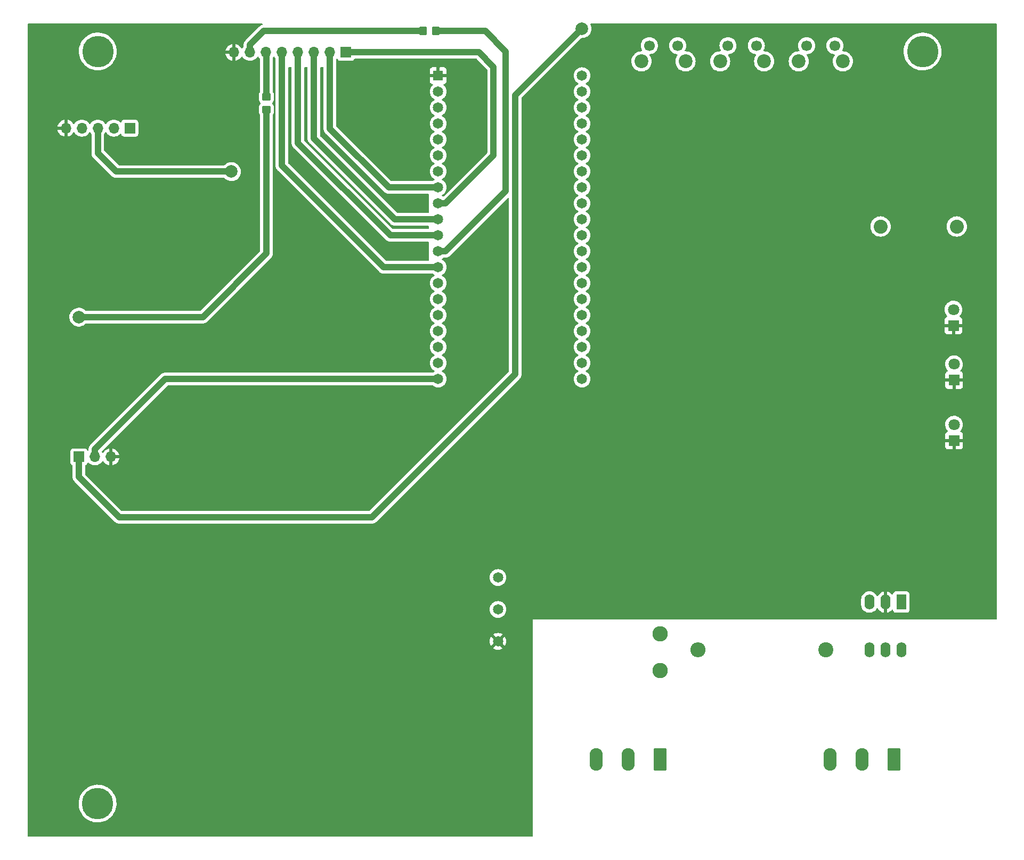
<source format=gbr>
%TF.GenerationSoftware,KiCad,Pcbnew,(6.0.7)*%
%TF.CreationDate,2022-10-28T09:06:59-03:00*%
%TF.ProjectId,reflow-oven-v0.4,7265666c-6f77-42d6-9f76-656e2d76302e,rev?*%
%TF.SameCoordinates,Original*%
%TF.FileFunction,Copper,L1,Top*%
%TF.FilePolarity,Positive*%
%FSLAX46Y46*%
G04 Gerber Fmt 4.6, Leading zero omitted, Abs format (unit mm)*
G04 Created by KiCad (PCBNEW (6.0.7)) date 2022-10-28 09:06:59*
%MOMM*%
%LPD*%
G01*
G04 APERTURE LIST*
G04 Aperture macros list*
%AMRoundRect*
0 Rectangle with rounded corners*
0 $1 Rounding radius*
0 $2 $3 $4 $5 $6 $7 $8 $9 X,Y pos of 4 corners*
0 Add a 4 corners polygon primitive as box body*
4,1,4,$2,$3,$4,$5,$6,$7,$8,$9,$2,$3,0*
0 Add four circle primitives for the rounded corners*
1,1,$1+$1,$2,$3*
1,1,$1+$1,$4,$5*
1,1,$1+$1,$6,$7*
1,1,$1+$1,$8,$9*
0 Add four rect primitives between the rounded corners*
20,1,$1+$1,$2,$3,$4,$5,0*
20,1,$1+$1,$4,$5,$6,$7,0*
20,1,$1+$1,$6,$7,$8,$9,0*
20,1,$1+$1,$8,$9,$2,$3,0*%
G04 Aperture macros list end*
%TA.AperFunction,ComponentPad*%
%ADD10O,2.400000X2.400000*%
%TD*%
%TA.AperFunction,ComponentPad*%
%ADD11C,2.400000*%
%TD*%
%TA.AperFunction,ComponentPad*%
%ADD12C,2.200000*%
%TD*%
%TA.AperFunction,ComponentPad*%
%ADD13C,1.700000*%
%TD*%
%TA.AperFunction,SMDPad,CuDef*%
%ADD14RoundRect,0.250000X0.450000X-0.350000X0.450000X0.350000X-0.450000X0.350000X-0.450000X-0.350000X0*%
%TD*%
%TA.AperFunction,ComponentPad*%
%ADD15R,1.800000X1.800000*%
%TD*%
%TA.AperFunction,ComponentPad*%
%ADD16C,1.800000*%
%TD*%
%TA.AperFunction,ComponentPad*%
%ADD17C,2.225000*%
%TD*%
%TA.AperFunction,ComponentPad*%
%ADD18R,1.700000X1.700000*%
%TD*%
%TA.AperFunction,ComponentPad*%
%ADD19O,1.700000X1.700000*%
%TD*%
%TA.AperFunction,ComponentPad*%
%ADD20C,2.450000*%
%TD*%
%TA.AperFunction,ComponentPad*%
%ADD21C,1.650000*%
%TD*%
%TA.AperFunction,ComponentPad*%
%ADD22R,1.600000X2.400000*%
%TD*%
%TA.AperFunction,ComponentPad*%
%ADD23O,1.600000X2.400000*%
%TD*%
%TA.AperFunction,SMDPad,CuDef*%
%ADD24RoundRect,0.250000X0.350000X0.450000X-0.350000X0.450000X-0.350000X-0.450000X0.350000X-0.450000X0*%
%TD*%
%TA.AperFunction,ComponentPad*%
%ADD25R,1.650000X1.650000*%
%TD*%
%TA.AperFunction,ComponentPad*%
%ADD26RoundRect,0.249999X0.790001X1.550001X-0.790001X1.550001X-0.790001X-1.550001X0.790001X-1.550001X0*%
%TD*%
%TA.AperFunction,ComponentPad*%
%ADD27O,2.080000X3.600000*%
%TD*%
%TA.AperFunction,ViaPad*%
%ADD28C,5.000000*%
%TD*%
%TA.AperFunction,ViaPad*%
%ADD29C,2.000000*%
%TD*%
%TA.AperFunction,Conductor*%
%ADD30C,1.000000*%
%TD*%
G04 APERTURE END LIST*
D10*
%TO.P,R2,2*%
%TO.N,AC-f2*%
X145460000Y-129070000D03*
D11*
%TO.P,R2,1*%
%TO.N,Net-(R2-Pad1)*%
X165780000Y-129070000D03*
%TD*%
D12*
%TO.P,SW2,*%
%TO.N,*%
X156000000Y-35425000D03*
X149000000Y-35425000D03*
D13*
%TO.P,SW2,1,1*%
%TO.N,VCC*%
X150250000Y-32925000D03*
%TO.P,SW2,2,2*%
%TO.N,push-button2*%
X154750000Y-32925000D03*
%TD*%
D14*
%TO.P,R8,1*%
%TO.N,VCC*%
X76900000Y-43100000D03*
%TO.P,R8,2*%
%TO.N,Net-(J2-Pad6)*%
X76900000Y-41100000D03*
%TD*%
D15*
%TO.P,D3,1,K*%
%TO.N,GND*%
X186175000Y-95750000D03*
D16*
%TO.P,D3,2,A*%
%TO.N,Net-(D3-Pad2)*%
X186175000Y-93210000D03*
%TD*%
D17*
%TO.P,SW4,1,1*%
%TO.N,emergency-button*%
X186600000Y-61700000D03*
%TO.P,SW4,4,A*%
%TO.N,VCC*%
X174500000Y-61700000D03*
%TD*%
D18*
%TO.P,J1,1,Pin_1*%
%TO.N,VCC*%
X47110000Y-98350000D03*
D19*
%TO.P,J1,2,Pin_2*%
%TO.N,Analogin-pot*%
X49650000Y-98350000D03*
%TO.P,J1,3,Pin_3*%
%TO.N,GND*%
X52190000Y-98350000D03*
%TD*%
D12*
%TO.P,SW3,*%
%TO.N,*%
X143500000Y-35425000D03*
X136500000Y-35425000D03*
D13*
%TO.P,SW3,1,1*%
%TO.N,VCC*%
X137750000Y-32925000D03*
%TO.P,SW3,2,2*%
%TO.N,push-button3*%
X142250000Y-32925000D03*
%TD*%
D12*
%TO.P,SW1,*%
%TO.N,*%
X161500000Y-35425000D03*
X168500000Y-35425000D03*
D13*
%TO.P,SW1,1,1*%
%TO.N,VCC*%
X162750000Y-32925000D03*
%TO.P,SW1,2,2*%
%TO.N,push-button1*%
X167250000Y-32925000D03*
%TD*%
D20*
%TO.P,PS1,1,AC(L)*%
%TO.N,Net-(J4-Pad1)*%
X139440000Y-132330000D03*
%TO.P,PS1,2,AC(N)*%
%TO.N,AC-f2*%
X139440000Y-126530000D03*
D21*
%TO.P,PS1,3,-Vout*%
%TO.N,GND*%
X113690000Y-127700000D03*
%TO.P,PS1,4,+Vout*%
%TO.N,+5V*%
X113690000Y-117540000D03*
%TO.P,PS1,5*%
%TO.N,N/C*%
X113690000Y-122620000D03*
%TD*%
D22*
%TO.P,U1,1*%
%TO.N,Net-(R1-Pad2)*%
X177800000Y-121450000D03*
D23*
%TO.P,U1,2*%
%TO.N,GND*%
X175260000Y-121450000D03*
%TO.P,U1,3,NC*%
%TO.N,unconnected-(U1-Pad3)*%
X172720000Y-121450000D03*
%TO.P,U1,4*%
%TO.N,Net-(R2-Pad1)*%
X172720000Y-129070000D03*
%TO.P,U1,5,NC*%
%TO.N,unconnected-(U1-Pad5)*%
X175260000Y-129070000D03*
%TO.P,U1,6*%
%TO.N,gate_triac*%
X177800000Y-129070000D03*
%TD*%
D24*
%TO.P,R3,1*%
%TO.N,bl-digital*%
X103800000Y-30600000D03*
%TO.P,R3,2*%
%TO.N,Net-(J2-Pad7)*%
X101800000Y-30600000D03*
%TD*%
D25*
%TO.P,IC1,1,GND*%
%TO.N,GND*%
X104200000Y-37700000D03*
D21*
%TO.P,IC1,2,VIN*%
%TO.N,+5V*%
X104200000Y-40240000D03*
%TO.P,IC1,3,VBAT*%
%TO.N,unconnected-(IC1-Pad3)*%
X104200000Y-42780000D03*
%TO.P,IC1,4,IF_NRESET_EXT*%
%TO.N,unconnected-(IC1-Pad4)*%
X104200000Y-45320000D03*
%TO.P,IC1,5,DIP5*%
%TO.N,unconnected-(IC1-Pad5)*%
X104200000Y-47860000D03*
%TO.P,IC1,6,DIP6*%
%TO.N,miso_max*%
X104200000Y-50400000D03*
%TO.P,IC1,7,DIP7*%
%TO.N,sck_max*%
X104200000Y-52940000D03*
%TO.P,IC1,8,DIP8*%
%TO.N,chip_select_lcd*%
X104200000Y-55480000D03*
%TO.P,IC1,9,DIP9*%
%TO.N,rst_lcd*%
X104200000Y-58020000D03*
%TO.P,IC1,10,DIP10*%
%TO.N,data_command_lcd*%
X104200000Y-60560000D03*
%TO.P,IC1,11,DIP11*%
%TO.N,mosi_lcd*%
X104200000Y-63100000D03*
%TO.P,IC1,12,DIP12*%
%TO.N,bl-digital*%
X104200000Y-65640000D03*
%TO.P,IC1,13,DIP13*%
%TO.N,sck_lcd*%
X104200000Y-68180000D03*
%TO.P,IC1,14,DIP14*%
%TO.N,unconnected-(IC1-Pad14)*%
X104200000Y-70720000D03*
%TO.P,IC1,15,DIP15*%
%TO.N,unconnected-(IC1-Pad15)*%
X104200000Y-73260000D03*
%TO.P,IC1,16,DIP16*%
%TO.N,unconnected-(IC1-Pad16)*%
X104200000Y-75800000D03*
%TO.P,IC1,17,DIP17*%
%TO.N,unconnected-(IC1-Pad17)*%
X104200000Y-78340000D03*
%TO.P,IC1,18,DIP18*%
%TO.N,chip_select_max*%
X104200000Y-80880000D03*
%TO.P,IC1,19,DIP19*%
%TO.N,unconnected-(IC1-Pad19)*%
X104200000Y-83420000D03*
%TO.P,IC1,20,DIP20*%
%TO.N,Analogin-pot*%
X104200000Y-85960000D03*
%TO.P,IC1,21,DIP21*%
%TO.N,pwm-moc*%
X127060000Y-85960000D03*
%TO.P,IC1,22,DIP22*%
%TO.N,pwm-interrupt*%
X127060000Y-83420000D03*
%TO.P,IC1,23,DIP23*%
X127060000Y-80880000D03*
%TO.P,IC1,24,DIP24*%
%TO.N,led-compute*%
X127060000Y-78340000D03*
%TO.P,IC1,25,DIP25*%
%TO.N,unconnected-(IC1-Pad25)*%
X127060000Y-75800000D03*
%TO.P,IC1,26,DIP26*%
%TO.N,unconnected-(IC1-Pad26)*%
X127060000Y-73260000D03*
%TO.P,IC1,27,DIP27*%
%TO.N,emergency-button*%
X127060000Y-70720000D03*
%TO.P,IC1,28,DIP28*%
%TO.N,push-button1*%
X127060000Y-68180000D03*
%TO.P,IC1,29,DIP29*%
%TO.N,push-button2*%
X127060000Y-65640000D03*
%TO.P,IC1,30,DIP30*%
%TO.N,push-button3*%
X127060000Y-63100000D03*
%TO.P,IC1,31,TGT_D+*%
%TO.N,unconnected-(IC1-Pad31)*%
X127060000Y-60560000D03*
%TO.P,IC1,32,TGT_D-*%
%TO.N,unconnected-(IC1-Pad32)*%
X127060000Y-58020000D03*
%TO.P,IC1,33,TD+*%
%TO.N,unconnected-(IC1-Pad33)*%
X127060000Y-55480000D03*
%TO.P,IC1,34,TD-*%
%TO.N,unconnected-(IC1-Pad34)*%
X127060000Y-52940000D03*
%TO.P,IC1,35,RD+*%
%TO.N,unconnected-(IC1-Pad35)*%
X127060000Y-50400000D03*
%TO.P,IC1,36,RD-*%
%TO.N,unconnected-(IC1-Pad36)*%
X127060000Y-47860000D03*
%TO.P,IC1,37,IF_D+*%
%TO.N,unconnected-(IC1-Pad37)*%
X127060000Y-45320000D03*
%TO.P,IC1,38,IF_D-*%
%TO.N,unconnected-(IC1-Pad38)*%
X127060000Y-42780000D03*
%TO.P,IC1,39,+5V*%
%TO.N,unconnected-(IC1-Pad39)*%
X127060000Y-40240000D03*
%TO.P,IC1,40,EXT_3V3*%
%TO.N,VCC*%
X127060000Y-37700000D03*
%TD*%
D26*
%TO.P,J4,1,Pin_1*%
%TO.N,Net-(J4-Pad1)*%
X139450000Y-146500000D03*
D27*
%TO.P,J4,2,Pin_2*%
%TO.N,GNDPWR*%
X134370000Y-146500000D03*
%TO.P,J4,3,Pin_3*%
%TO.N,AC-f2*%
X129290000Y-146500000D03*
%TD*%
D18*
%TO.P,J2,1,Pin_1*%
%TO.N,rst_lcd*%
X89525000Y-34000000D03*
D19*
%TO.P,J2,2,Pin_2*%
%TO.N,chip_select_lcd*%
X86985000Y-34000000D03*
%TO.P,J2,3,Pin_3*%
%TO.N,data_command_lcd*%
X84445000Y-34000000D03*
%TO.P,J2,4,Pin_4*%
%TO.N,mosi_lcd*%
X81905000Y-34000000D03*
%TO.P,J2,5,Pin_5*%
%TO.N,sck_lcd*%
X79365000Y-34000000D03*
%TO.P,J2,6,Pin_6*%
%TO.N,Net-(J2-Pad6)*%
X76825000Y-34000000D03*
%TO.P,J2,7,Pin_7*%
%TO.N,Net-(J2-Pad7)*%
X74285000Y-34000000D03*
%TO.P,J2,8,Pin_8*%
%TO.N,GND*%
X71745000Y-34000000D03*
%TD*%
D18*
%TO.P,J5,1,Pin_1*%
%TO.N,miso_max*%
X55185000Y-46050000D03*
D19*
%TO.P,J5,2,Pin_2*%
%TO.N,chip_select_max*%
X52645000Y-46050000D03*
%TO.P,J5,3,Pin_3*%
%TO.N,sck_max*%
X50105000Y-46050000D03*
%TO.P,J5,4,Pin_4*%
%TO.N,Net-(J5-Pad4)*%
X47565000Y-46050000D03*
%TO.P,J5,5,Pin_5*%
%TO.N,GND*%
X45025000Y-46050000D03*
%TD*%
D26*
%TO.P,J3,1,Pin_1*%
%TO.N,gate_triac*%
X176660000Y-146500000D03*
D27*
%TO.P,J3,2,Pin_2*%
%TO.N,GNDPWR*%
X171580000Y-146500000D03*
%TO.P,J3,3,Pin_3*%
%TO.N,AC-f2*%
X166500000Y-146500000D03*
%TD*%
D15*
%TO.P,D2,1,K*%
%TO.N,GND*%
X186075000Y-77450000D03*
D16*
%TO.P,D2,2,A*%
%TO.N,Net-(D2-Pad2)*%
X186075000Y-74910000D03*
%TD*%
D15*
%TO.P,D4,1,K*%
%TO.N,GND*%
X186175000Y-86150000D03*
D16*
%TO.P,D4,2,A*%
%TO.N,Net-(D4-Pad2)*%
X186175000Y-83610000D03*
%TD*%
D28*
%TO.N,*%
X181170000Y-33870000D03*
X50070000Y-153510000D03*
X50105000Y-33850000D03*
D29*
%TO.N,VCC*%
X47090000Y-76120000D03*
X127050000Y-30200000D03*
%TO.N,GND*%
X157790000Y-38910000D03*
X145200000Y-38910000D03*
X132170000Y-38930000D03*
%TO.N,sck_max*%
X71340000Y-52960000D03*
%TD*%
D30*
%TO.N,VCC*%
X127050000Y-30200000D02*
X116450000Y-40800000D01*
X47090000Y-76120000D02*
X66780000Y-76120000D01*
X47110000Y-101560000D02*
X47110000Y-98350000D01*
X116450000Y-85180000D02*
X93670000Y-107960000D01*
X76900000Y-66000000D02*
X76900000Y-43100000D01*
X93670000Y-107960000D02*
X53510000Y-107960000D01*
X53510000Y-107960000D02*
X47110000Y-101560000D01*
X116450000Y-40800000D02*
X116450000Y-85180000D01*
X66780000Y-76120000D02*
X76900000Y-66000000D01*
%TO.N,GND*%
X157590000Y-38910000D02*
X157640000Y-38960000D01*
%TO.N,Analogin-pot*%
X60837919Y-85960000D02*
X49650000Y-97147919D01*
X75252919Y-85960000D02*
X104200000Y-85960000D01*
X49650000Y-98350000D02*
X49650000Y-97147919D01*
X75252919Y-85960000D02*
X60837919Y-85960000D01*
%TO.N,sck_lcd*%
X79365000Y-52015000D02*
X79365000Y-34000000D01*
X95530000Y-68180000D02*
X79365000Y-52015000D01*
X104200000Y-68180000D02*
X95530000Y-68180000D01*
%TO.N,mosi_lcd*%
X81905000Y-48405000D02*
X81905000Y-34000000D01*
X104200000Y-63100000D02*
X96600000Y-63100000D01*
X96600000Y-63100000D02*
X81905000Y-48405000D01*
%TO.N,rst_lcd*%
X113000000Y-36300000D02*
X110700000Y-34000000D01*
X110700000Y-34000000D02*
X89525000Y-34000000D01*
X105366726Y-58020000D02*
X113000000Y-50386726D01*
X104200000Y-58020000D02*
X105366726Y-58020000D01*
X113000000Y-50386726D02*
X113000000Y-36300000D01*
%TO.N,chip_select_lcd*%
X104200000Y-55480000D02*
X96330000Y-55480000D01*
X96330000Y-55480000D02*
X86985000Y-46135000D01*
X86985000Y-46135000D02*
X86985000Y-34000000D01*
%TO.N,sck_max*%
X71340000Y-52960000D02*
X53020000Y-52960000D01*
X53020000Y-52960000D02*
X50105000Y-50045000D01*
X50105000Y-50045000D02*
X50105000Y-46050000D01*
%TO.N,Net-(J2-Pad7)*%
X101800000Y-30600000D02*
X76500000Y-30600000D01*
X76500000Y-30600000D02*
X74285000Y-32815000D01*
X74285000Y-32815000D02*
X74285000Y-34000000D01*
%TO.N,data_command_lcd*%
X84445000Y-47695000D02*
X84445000Y-34000000D01*
X104200000Y-60560000D02*
X97310000Y-60560000D01*
X97310000Y-60560000D02*
X84445000Y-47695000D01*
%TO.N,bl-digital*%
X104200000Y-65640000D02*
X105366726Y-65640000D01*
X105366726Y-65640000D02*
X114950000Y-56056726D01*
X111700000Y-30600000D02*
X103800000Y-30600000D01*
X114950000Y-56056726D02*
X114950000Y-33850000D01*
X114950000Y-33850000D02*
X111700000Y-30600000D01*
%TO.N,Net-(J2-Pad6)*%
X76900000Y-34075000D02*
X76825000Y-34000000D01*
X76900000Y-41100000D02*
X76900000Y-34075000D01*
%TD*%
%TA.AperFunction,Conductor*%
%TO.N,GND*%
G36*
X119269683Y-124230000D02*
G01*
X119269683Y-124243547D01*
X119269693Y-125283700D01*
X119268584Y-129018242D01*
X119260439Y-156443201D01*
X119260000Y-157920000D01*
X119265105Y-157920000D01*
X119269993Y-157954033D01*
X119269999Y-158603999D01*
X119249998Y-158672120D01*
X119196342Y-158718613D01*
X119143999Y-158730000D01*
X39065999Y-158730000D01*
X38997878Y-158709998D01*
X38951385Y-158656342D01*
X38939999Y-158604001D01*
X38939951Y-153415592D01*
X47065898Y-153415592D01*
X47074956Y-153761501D01*
X47123712Y-154104076D01*
X47211519Y-154438777D01*
X47337214Y-154761167D01*
X47499130Y-155066974D01*
X47501180Y-155069957D01*
X47501182Y-155069960D01*
X47693065Y-155349152D01*
X47693071Y-155349159D01*
X47695122Y-155352144D01*
X47922592Y-155612898D01*
X48178524Y-155845778D01*
X48459527Y-156047699D01*
X48761876Y-156215985D01*
X49081563Y-156348403D01*
X49085057Y-156349398D01*
X49085059Y-156349399D01*
X49410851Y-156442204D01*
X49410856Y-156442205D01*
X49414352Y-156443201D01*
X49650034Y-156481795D01*
X49752251Y-156498534D01*
X49752255Y-156498534D01*
X49755831Y-156499120D01*
X49759457Y-156499291D01*
X50097847Y-156515249D01*
X50097848Y-156515249D01*
X50101474Y-156515420D01*
X50112346Y-156514679D01*
X50443069Y-156492133D01*
X50443077Y-156492132D01*
X50446700Y-156491885D01*
X50450276Y-156491222D01*
X50450278Y-156491222D01*
X50783368Y-156429488D01*
X50783372Y-156429487D01*
X50786933Y-156428827D01*
X51117663Y-156327081D01*
X51434507Y-156187996D01*
X51733265Y-156013416D01*
X51736174Y-156011232D01*
X52007071Y-155807837D01*
X52007075Y-155807834D01*
X52009978Y-155805654D01*
X52260977Y-155567465D01*
X52482936Y-155302005D01*
X52635361Y-155069960D01*
X52670926Y-155015818D01*
X52670931Y-155015809D01*
X52672913Y-155012792D01*
X52801169Y-154757785D01*
X52826763Y-154706898D01*
X52826766Y-154706890D01*
X52828390Y-154703662D01*
X52926609Y-154435265D01*
X52946057Y-154382122D01*
X52946060Y-154382112D01*
X52947305Y-154378710D01*
X52948150Y-154375188D01*
X52948153Y-154375180D01*
X53027237Y-154045772D01*
X53027238Y-154045768D01*
X53028084Y-154042243D01*
X53028521Y-154038633D01*
X53069318Y-153701501D01*
X53069318Y-153701495D01*
X53069654Y-153698722D01*
X53075585Y-153510000D01*
X53070351Y-153419223D01*
X53055875Y-153168167D01*
X53055874Y-153168162D01*
X53055666Y-153164547D01*
X53055043Y-153160977D01*
X52996798Y-152827245D01*
X52996796Y-152827238D01*
X52996174Y-152823672D01*
X52897897Y-152491894D01*
X52762138Y-152173611D01*
X52590696Y-151873041D01*
X52531030Y-151791815D01*
X52387986Y-151597086D01*
X52385843Y-151594168D01*
X52150295Y-151340688D01*
X51887174Y-151115962D01*
X51599967Y-150922967D01*
X51292482Y-150764261D01*
X50968793Y-150641950D01*
X50633190Y-150557652D01*
X50488981Y-150538667D01*
X50293728Y-150512961D01*
X50293720Y-150512960D01*
X50290124Y-150512487D01*
X50138991Y-150510112D01*
X49947780Y-150507108D01*
X49947776Y-150507108D01*
X49944139Y-150507051D01*
X49940524Y-150507412D01*
X49940520Y-150507412D01*
X49772646Y-150524169D01*
X49599823Y-150541419D01*
X49596286Y-150542190D01*
X49596281Y-150542191D01*
X49265283Y-150614360D01*
X49265278Y-150614361D01*
X49261739Y-150615133D01*
X48934367Y-150727217D01*
X48622048Y-150876186D01*
X48328921Y-151060064D01*
X48326087Y-151062334D01*
X48326082Y-151062338D01*
X48157066Y-151197746D01*
X48058871Y-151276415D01*
X47815477Y-151522371D01*
X47601966Y-151794672D01*
X47421168Y-152089709D01*
X47419641Y-152092999D01*
X47419636Y-152093008D01*
X47380672Y-152176949D01*
X47275478Y-152403570D01*
X47166828Y-152732097D01*
X47096658Y-153070935D01*
X47065898Y-153415592D01*
X38939951Y-153415592D01*
X38939725Y-128804013D01*
X112950542Y-128804013D01*
X112959838Y-128816028D01*
X113016446Y-128855665D01*
X113025941Y-128861148D01*
X113227364Y-128955072D01*
X113237656Y-128958818D01*
X113452328Y-129016339D01*
X113463123Y-129018242D01*
X113684525Y-129037613D01*
X113695475Y-129037613D01*
X113916877Y-129018242D01*
X113927672Y-129016339D01*
X114142344Y-128958818D01*
X114152636Y-128955072D01*
X114354059Y-128861148D01*
X114363554Y-128855665D01*
X114421000Y-128815441D01*
X114429375Y-128804964D01*
X114422307Y-128791517D01*
X113702812Y-128072022D01*
X113688868Y-128064408D01*
X113687035Y-128064539D01*
X113680420Y-128068790D01*
X112956972Y-128792238D01*
X112950542Y-128804013D01*
X38939725Y-128804013D01*
X38939715Y-127705475D01*
X112352387Y-127705475D01*
X112371758Y-127926877D01*
X112373661Y-127937672D01*
X112431182Y-128152344D01*
X112434928Y-128162636D01*
X112528852Y-128364059D01*
X112534335Y-128373554D01*
X112574559Y-128431000D01*
X112585036Y-128439375D01*
X112598483Y-128432307D01*
X113317978Y-127712812D01*
X113324356Y-127701132D01*
X114054408Y-127701132D01*
X114054539Y-127702965D01*
X114058790Y-127709580D01*
X114782238Y-128433028D01*
X114794013Y-128439458D01*
X114806028Y-128430162D01*
X114845665Y-128373554D01*
X114851148Y-128364059D01*
X114945072Y-128162636D01*
X114948818Y-128152344D01*
X115006339Y-127937672D01*
X115008242Y-127926877D01*
X115027613Y-127705475D01*
X115027613Y-127694525D01*
X115008242Y-127473123D01*
X115006339Y-127462328D01*
X114948818Y-127247656D01*
X114945072Y-127237364D01*
X114851148Y-127035941D01*
X114845665Y-127026446D01*
X114805441Y-126969000D01*
X114794964Y-126960625D01*
X114781517Y-126967693D01*
X114062022Y-127687188D01*
X114054408Y-127701132D01*
X113324356Y-127701132D01*
X113325592Y-127698868D01*
X113325461Y-127697035D01*
X113321210Y-127690420D01*
X112597762Y-126966972D01*
X112585987Y-126960542D01*
X112573972Y-126969838D01*
X112534335Y-127026446D01*
X112528852Y-127035941D01*
X112434928Y-127237364D01*
X112431182Y-127247656D01*
X112373661Y-127462328D01*
X112371758Y-127473123D01*
X112352387Y-127694525D01*
X112352387Y-127705475D01*
X38939715Y-127705475D01*
X38939705Y-126595036D01*
X112950625Y-126595036D01*
X112957693Y-126608483D01*
X113677188Y-127327978D01*
X113691132Y-127335592D01*
X113692965Y-127335461D01*
X113699580Y-127331210D01*
X114423028Y-126607762D01*
X114429458Y-126595987D01*
X114420162Y-126583972D01*
X114363554Y-126544335D01*
X114354059Y-126538852D01*
X114152636Y-126444928D01*
X114142344Y-126441182D01*
X113927672Y-126383661D01*
X113916877Y-126381758D01*
X113695475Y-126362387D01*
X113684525Y-126362387D01*
X113463123Y-126381758D01*
X113452328Y-126383661D01*
X113237656Y-126441182D01*
X113227364Y-126444928D01*
X113025941Y-126538852D01*
X113016446Y-126544335D01*
X112959000Y-126584559D01*
X112950625Y-126595036D01*
X38939705Y-126595036D01*
X38939677Y-123555791D01*
X38959678Y-123487670D01*
X38970432Y-123473301D01*
X38973247Y-123470051D01*
X38980000Y-123470049D01*
X112654231Y-123451706D01*
X112670730Y-123475269D01*
X112834731Y-123639270D01*
X113024718Y-123772301D01*
X113029700Y-123774624D01*
X113029705Y-123774627D01*
X113136616Y-123824480D01*
X113234921Y-123870320D01*
X113458950Y-123930349D01*
X113690000Y-123950563D01*
X113921050Y-123930349D01*
X114145079Y-123870320D01*
X114243384Y-123824480D01*
X114350295Y-123774627D01*
X114350300Y-123774624D01*
X114355282Y-123772301D01*
X114545269Y-123639270D01*
X114709270Y-123475269D01*
X114726130Y-123451190D01*
X119269676Y-123450059D01*
X119269683Y-124230000D01*
G37*
%TD.AperFunction*%
%TD*%
%TA.AperFunction,NonConductor*%
G36*
X102642121Y-36340002D02*
G01*
X102688614Y-36393658D01*
X102700000Y-36446000D01*
X102700000Y-54353500D01*
X102679998Y-54421621D01*
X102626342Y-54468114D01*
X102574000Y-54479500D01*
X96796611Y-54479500D01*
X96728490Y-54459498D01*
X96707516Y-54442595D01*
X88022405Y-45757485D01*
X87988379Y-45695173D01*
X87985500Y-45668390D01*
X87985500Y-36446000D01*
X88005502Y-36377879D01*
X88059158Y-36331386D01*
X88111500Y-36320000D01*
X102574000Y-36320000D01*
X102642121Y-36340002D01*
G37*
%TD.AperFunction*%
%TA.AperFunction,NonConductor*%
G36*
X85926621Y-36340002D02*
G01*
X85973114Y-36393658D01*
X85984500Y-36446000D01*
X85984500Y-46118830D01*
X85984451Y-46122349D01*
X85982973Y-46175269D01*
X85982040Y-46208653D01*
X85983148Y-46214938D01*
X85983149Y-46214948D01*
X85992516Y-46268066D01*
X85993785Y-46277208D01*
X85999880Y-46337216D01*
X86008491Y-46364693D01*
X86012339Y-46380481D01*
X86016227Y-46402535D01*
X86016229Y-46402541D01*
X86017336Y-46408821D01*
X86019686Y-46414756D01*
X86039538Y-46464898D01*
X86042620Y-46473601D01*
X86060662Y-46531172D01*
X86063755Y-46536751D01*
X86074615Y-46556343D01*
X86081567Y-46571049D01*
X86092160Y-46597805D01*
X86095657Y-46603149D01*
X86125186Y-46648274D01*
X86129956Y-46656181D01*
X86150837Y-46693851D01*
X86159203Y-46708944D01*
X86163355Y-46713788D01*
X86177933Y-46730797D01*
X86187696Y-46743800D01*
X86203455Y-46767882D01*
X86207917Y-46772838D01*
X86246829Y-46811750D01*
X86253402Y-46818848D01*
X86291477Y-46863271D01*
X86296514Y-46867178D01*
X86296516Y-46867180D01*
X86315857Y-46882182D01*
X86327726Y-46892647D01*
X95611111Y-56176032D01*
X95613563Y-56178553D01*
X95672881Y-56241280D01*
X95678111Y-56244942D01*
X95678112Y-56244943D01*
X95722286Y-56275874D01*
X95729652Y-56281444D01*
X95776403Y-56319574D01*
X95801928Y-56332918D01*
X95815799Y-56341353D01*
X95839379Y-56357863D01*
X95845233Y-56360396D01*
X95845238Y-56360399D01*
X95894728Y-56381815D01*
X95903062Y-56385790D01*
X95956530Y-56413742D01*
X95984197Y-56421675D01*
X95999510Y-56427158D01*
X96020055Y-56436049D01*
X96020060Y-56436051D01*
X96025919Y-56438586D01*
X96084958Y-56450920D01*
X96093901Y-56453132D01*
X96151913Y-56469767D01*
X96158278Y-56470257D01*
X96158280Y-56470257D01*
X96180613Y-56471975D01*
X96196715Y-56474267D01*
X96220135Y-56479160D01*
X96220139Y-56479161D01*
X96224880Y-56480151D01*
X96229716Y-56480404D01*
X96229720Y-56480405D01*
X96229871Y-56480413D01*
X96229887Y-56480413D01*
X96231539Y-56480500D01*
X96286563Y-56480500D01*
X96296229Y-56480871D01*
X96348211Y-56484871D01*
X96348214Y-56484871D01*
X96354571Y-56485360D01*
X96385173Y-56481494D01*
X96400965Y-56480500D01*
X102574000Y-56480500D01*
X102642121Y-56500502D01*
X102688614Y-56554158D01*
X102700000Y-56606500D01*
X102700000Y-59433500D01*
X102679998Y-59501621D01*
X102626342Y-59548114D01*
X102574000Y-59559500D01*
X97776610Y-59559500D01*
X97708489Y-59539498D01*
X97687515Y-59522595D01*
X85482405Y-47317485D01*
X85448379Y-47255173D01*
X85445500Y-47228390D01*
X85445500Y-36446000D01*
X85465502Y-36377879D01*
X85519158Y-36331386D01*
X85571500Y-36320000D01*
X85858500Y-36320000D01*
X85926621Y-36340002D01*
G37*
%TD.AperFunction*%
%TA.AperFunction,NonConductor*%
G36*
X83386621Y-36340002D02*
G01*
X83433114Y-36393658D01*
X83444500Y-36446000D01*
X83444500Y-47678830D01*
X83444451Y-47682349D01*
X83442040Y-47768653D01*
X83443148Y-47774938D01*
X83443149Y-47774948D01*
X83452516Y-47828066D01*
X83453785Y-47837208D01*
X83459880Y-47897216D01*
X83468491Y-47924693D01*
X83472339Y-47940481D01*
X83476227Y-47962535D01*
X83476229Y-47962541D01*
X83477336Y-47968821D01*
X83479686Y-47974756D01*
X83499538Y-48024898D01*
X83502620Y-48033601D01*
X83520662Y-48091172D01*
X83523755Y-48096751D01*
X83534615Y-48116343D01*
X83541567Y-48131049D01*
X83552160Y-48157805D01*
X83555657Y-48163149D01*
X83585186Y-48208274D01*
X83589954Y-48216178D01*
X83619203Y-48268944D01*
X83623355Y-48273788D01*
X83637933Y-48290797D01*
X83647696Y-48303800D01*
X83663455Y-48327882D01*
X83667917Y-48332838D01*
X83706829Y-48371750D01*
X83713402Y-48378848D01*
X83751477Y-48423271D01*
X83756514Y-48427178D01*
X83756516Y-48427180D01*
X83775857Y-48442182D01*
X83787726Y-48452647D01*
X96591111Y-61256032D01*
X96593563Y-61258553D01*
X96652881Y-61321280D01*
X96658111Y-61324942D01*
X96658112Y-61324943D01*
X96702292Y-61355878D01*
X96709657Y-61361448D01*
X96751456Y-61395539D01*
X96751460Y-61395542D01*
X96756403Y-61399573D01*
X96781913Y-61412910D01*
X96795800Y-61421353D01*
X96819379Y-61437863D01*
X96874740Y-61461820D01*
X96883072Y-61465795D01*
X96930873Y-61490784D01*
X96930876Y-61490785D01*
X96936530Y-61493741D01*
X96942657Y-61495498D01*
X96942660Y-61495499D01*
X96956358Y-61499426D01*
X96964201Y-61501675D01*
X96979505Y-61507155D01*
X97005919Y-61518586D01*
X97049281Y-61527645D01*
X97064967Y-61530922D01*
X97073930Y-61533140D01*
X97087960Y-61537163D01*
X97131913Y-61549766D01*
X97160612Y-61551974D01*
X97176705Y-61554265D01*
X97204880Y-61560151D01*
X97209719Y-61560405D01*
X97209722Y-61560405D01*
X97209871Y-61560413D01*
X97209887Y-61560413D01*
X97211539Y-61560500D01*
X97266564Y-61560500D01*
X97276231Y-61560871D01*
X97328210Y-61564871D01*
X97328214Y-61564871D01*
X97334570Y-61565360D01*
X97365172Y-61561494D01*
X97380965Y-61560500D01*
X102574000Y-61560500D01*
X102642121Y-61580502D01*
X102688614Y-61634158D01*
X102700000Y-61686500D01*
X102700000Y-61973500D01*
X102679998Y-62041621D01*
X102626342Y-62088114D01*
X102574000Y-62099500D01*
X97066611Y-62099500D01*
X96998490Y-62079498D01*
X96977516Y-62062595D01*
X82942405Y-48027485D01*
X82908379Y-47965173D01*
X82905500Y-47938390D01*
X82905500Y-36446000D01*
X82925502Y-36377879D01*
X82979158Y-36331386D01*
X83031500Y-36320000D01*
X83318500Y-36320000D01*
X83386621Y-36340002D01*
G37*
%TD.AperFunction*%
%TA.AperFunction,NonConductor*%
G36*
X80846621Y-36340002D02*
G01*
X80893114Y-36393658D01*
X80904500Y-36446000D01*
X80904500Y-48388830D01*
X80904451Y-48392349D01*
X80902767Y-48452647D01*
X80902040Y-48478653D01*
X80903148Y-48484938D01*
X80903149Y-48484948D01*
X80912516Y-48538066D01*
X80913785Y-48547208D01*
X80919880Y-48607216D01*
X80928491Y-48634693D01*
X80932339Y-48650481D01*
X80936227Y-48672535D01*
X80936229Y-48672541D01*
X80937336Y-48678821D01*
X80939686Y-48684756D01*
X80959538Y-48734898D01*
X80962620Y-48743601D01*
X80980662Y-48801172D01*
X80983755Y-48806751D01*
X80994615Y-48826343D01*
X81001567Y-48841049D01*
X81012160Y-48867805D01*
X81015657Y-48873149D01*
X81045186Y-48918274D01*
X81049954Y-48926178D01*
X81079203Y-48978944D01*
X81083355Y-48983788D01*
X81097933Y-49000797D01*
X81107696Y-49013800D01*
X81123455Y-49037882D01*
X81127917Y-49042838D01*
X81166829Y-49081750D01*
X81173402Y-49088848D01*
X81211477Y-49133271D01*
X81216514Y-49137178D01*
X81216516Y-49137180D01*
X81235857Y-49152182D01*
X81247726Y-49162647D01*
X95881111Y-63796032D01*
X95883563Y-63798553D01*
X95942881Y-63861280D01*
X95948111Y-63864942D01*
X95948112Y-63864943D01*
X95992292Y-63895878D01*
X95999657Y-63901448D01*
X96041456Y-63935539D01*
X96041460Y-63935542D01*
X96046403Y-63939573D01*
X96071913Y-63952910D01*
X96085800Y-63961353D01*
X96109379Y-63977863D01*
X96164740Y-64001820D01*
X96173072Y-64005795D01*
X96220873Y-64030784D01*
X96220876Y-64030785D01*
X96226530Y-64033741D01*
X96232657Y-64035498D01*
X96232660Y-64035499D01*
X96246358Y-64039426D01*
X96254201Y-64041675D01*
X96269505Y-64047155D01*
X96295919Y-64058586D01*
X96339281Y-64067645D01*
X96354967Y-64070922D01*
X96363930Y-64073140D01*
X96377960Y-64077163D01*
X96421913Y-64089766D01*
X96450612Y-64091974D01*
X96466705Y-64094265D01*
X96494880Y-64100151D01*
X96499719Y-64100405D01*
X96499722Y-64100405D01*
X96499871Y-64100413D01*
X96499887Y-64100413D01*
X96501539Y-64100500D01*
X96556564Y-64100500D01*
X96566231Y-64100871D01*
X96618210Y-64104871D01*
X96618214Y-64104871D01*
X96624570Y-64105360D01*
X96655172Y-64101494D01*
X96670965Y-64100500D01*
X102574000Y-64100500D01*
X102642121Y-64120502D01*
X102688614Y-64174158D01*
X102700000Y-64226500D01*
X102700000Y-67053500D01*
X102679998Y-67121621D01*
X102626342Y-67168114D01*
X102574000Y-67179500D01*
X95996611Y-67179500D01*
X95928490Y-67159498D01*
X95907516Y-67142595D01*
X80402405Y-51637485D01*
X80368379Y-51575173D01*
X80365500Y-51548390D01*
X80365500Y-36446000D01*
X80385502Y-36377879D01*
X80439158Y-36331386D01*
X80491500Y-36320000D01*
X80778500Y-36320000D01*
X80846621Y-36340002D01*
G37*
%TD.AperFunction*%
%TA.AperFunction,NonConductor*%
G36*
X75841621Y-36340002D02*
G01*
X75888114Y-36393658D01*
X75899500Y-36446000D01*
X75899500Y-40187004D01*
X75879498Y-40255125D01*
X75862674Y-40276021D01*
X75857016Y-40281689D01*
X75765186Y-40430666D01*
X75710090Y-40596772D01*
X75699500Y-40700134D01*
X75699500Y-41499866D01*
X75699837Y-41503112D01*
X75699837Y-41503116D01*
X75709515Y-41596383D01*
X75710359Y-41604519D01*
X75765744Y-41770529D01*
X75857834Y-41919345D01*
X75863016Y-41924518D01*
X75949423Y-42010774D01*
X75983502Y-42073056D01*
X75978499Y-42143876D01*
X75949578Y-42188965D01*
X75862187Y-42276508D01*
X75862183Y-42276513D01*
X75857016Y-42281689D01*
X75765186Y-42430666D01*
X75710090Y-42596772D01*
X75699500Y-42700134D01*
X75699500Y-43499866D01*
X75699837Y-43503112D01*
X75699837Y-43503116D01*
X75709515Y-43596383D01*
X75710359Y-43604519D01*
X75765744Y-43770529D01*
X75857834Y-43919345D01*
X75863016Y-43924518D01*
X75867563Y-43930255D01*
X75866424Y-43931158D01*
X75896598Y-43986306D01*
X75899500Y-44013194D01*
X75899500Y-65533389D01*
X75879498Y-65601510D01*
X75862595Y-65622484D01*
X66402485Y-75082595D01*
X66340173Y-75116621D01*
X66313390Y-75119500D01*
X50356000Y-75119500D01*
X50287879Y-75099498D01*
X50241386Y-75045842D01*
X50230000Y-74993500D01*
X50230000Y-51889111D01*
X50250002Y-51820990D01*
X50303658Y-51774497D01*
X50373932Y-51764393D01*
X50438512Y-51793887D01*
X50445095Y-51800016D01*
X52301111Y-53656032D01*
X52303563Y-53658553D01*
X52362881Y-53721280D01*
X52368114Y-53724944D01*
X52368116Y-53724946D01*
X52412297Y-53755882D01*
X52419639Y-53761434D01*
X52466404Y-53799574D01*
X52491917Y-53812912D01*
X52505800Y-53821353D01*
X52529379Y-53837863D01*
X52574461Y-53857371D01*
X52584734Y-53861817D01*
X52593068Y-53865792D01*
X52646531Y-53893742D01*
X52652659Y-53895499D01*
X52652666Y-53895502D01*
X52674203Y-53901677D01*
X52689505Y-53907156D01*
X52715919Y-53918586D01*
X52774979Y-53930924D01*
X52783895Y-53933130D01*
X52824361Y-53944734D01*
X52835785Y-53948010D01*
X52835787Y-53948010D01*
X52841913Y-53949767D01*
X52867041Y-53951701D01*
X52870616Y-53951976D01*
X52886713Y-53954267D01*
X52910148Y-53959163D01*
X52910154Y-53959164D01*
X52914880Y-53960151D01*
X52919762Y-53960407D01*
X52919871Y-53960413D01*
X52919887Y-53960413D01*
X52921539Y-53960500D01*
X52976552Y-53960500D01*
X52986219Y-53960871D01*
X53038211Y-53964872D01*
X53038215Y-53964872D01*
X53044571Y-53965361D01*
X53075181Y-53961494D01*
X53090973Y-53960500D01*
X70163828Y-53960500D01*
X70231949Y-53980502D01*
X70259060Y-54003998D01*
X70286557Y-54035741D01*
X70290532Y-54039041D01*
X70290536Y-54039045D01*
X70354684Y-54092301D01*
X70476399Y-54193351D01*
X70689433Y-54317838D01*
X70694253Y-54319678D01*
X70694258Y-54319681D01*
X70808547Y-54363323D01*
X70919939Y-54405859D01*
X70925007Y-54406890D01*
X70925010Y-54406891D01*
X70997410Y-54421621D01*
X71161726Y-54455052D01*
X71166899Y-54455242D01*
X71166902Y-54455242D01*
X71403136Y-54463904D01*
X71403140Y-54463904D01*
X71408300Y-54464093D01*
X71413420Y-54463437D01*
X71413422Y-54463437D01*
X71489703Y-54453665D01*
X71653041Y-54432741D01*
X71657990Y-54431256D01*
X71657996Y-54431255D01*
X71884424Y-54363323D01*
X71884423Y-54363323D01*
X71889374Y-54361838D01*
X71993266Y-54310942D01*
X72106303Y-54255566D01*
X72106308Y-54255563D01*
X72110954Y-54253287D01*
X72115164Y-54250284D01*
X72115169Y-54250281D01*
X72307617Y-54113009D01*
X72307622Y-54113005D01*
X72311829Y-54110004D01*
X72486605Y-53935837D01*
X72511152Y-53901677D01*
X72627570Y-53739663D01*
X72630588Y-53735463D01*
X72639892Y-53716639D01*
X72737617Y-53518905D01*
X72739911Y-53514264D01*
X72776122Y-53395079D01*
X72810135Y-53283132D01*
X72810136Y-53283126D01*
X72811639Y-53278180D01*
X72843845Y-53033550D01*
X72845643Y-52960000D01*
X72837660Y-52862906D01*
X72825849Y-52719240D01*
X72825848Y-52719234D01*
X72825425Y-52714089D01*
X72765316Y-52474783D01*
X72678325Y-52274719D01*
X72668993Y-52253256D01*
X72668993Y-52253255D01*
X72666928Y-52248507D01*
X72532905Y-52041339D01*
X72366846Y-51858842D01*
X72362795Y-51855643D01*
X72362791Y-51855639D01*
X72177264Y-51709119D01*
X72177259Y-51709116D01*
X72173210Y-51705918D01*
X72168694Y-51703425D01*
X72168691Y-51703423D01*
X71961722Y-51589170D01*
X71961718Y-51589168D01*
X71957198Y-51586673D01*
X71952329Y-51584949D01*
X71952325Y-51584947D01*
X71729485Y-51506035D01*
X71729481Y-51506034D01*
X71724610Y-51504309D01*
X71719517Y-51503402D01*
X71719514Y-51503401D01*
X71486783Y-51461945D01*
X71486777Y-51461944D01*
X71481694Y-51461039D01*
X71402324Y-51460069D01*
X71240142Y-51458088D01*
X71240140Y-51458088D01*
X71234972Y-51458025D01*
X70991070Y-51495347D01*
X70756540Y-51572003D01*
X70537679Y-51685935D01*
X70533546Y-51689038D01*
X70533543Y-51689040D01*
X70393900Y-51793887D01*
X70340364Y-51834083D01*
X70336792Y-51837821D01*
X70257733Y-51920551D01*
X70196208Y-51955981D01*
X70166639Y-51959500D01*
X53486611Y-51959500D01*
X53418490Y-51939498D01*
X53397516Y-51922595D01*
X51142405Y-49667485D01*
X51108380Y-49605173D01*
X51105500Y-49578390D01*
X51105500Y-47011586D01*
X51125502Y-46943465D01*
X51136477Y-46929847D01*
X51136069Y-46929504D01*
X51139600Y-46925296D01*
X51143495Y-46921401D01*
X51271787Y-46738180D01*
X51327244Y-46693851D01*
X51397863Y-46686542D01*
X51461224Y-46718572D01*
X51478212Y-46738179D01*
X51606505Y-46921401D01*
X51773599Y-47088495D01*
X51778107Y-47091652D01*
X51778110Y-47091654D01*
X51925302Y-47194719D01*
X51967170Y-47224035D01*
X51972152Y-47226358D01*
X51972157Y-47226361D01*
X52176355Y-47321580D01*
X52181337Y-47323903D01*
X52186645Y-47325325D01*
X52186647Y-47325326D01*
X52404277Y-47383639D01*
X52409592Y-47385063D01*
X52645000Y-47405659D01*
X52880408Y-47385063D01*
X52885723Y-47383639D01*
X53103353Y-47325326D01*
X53103355Y-47325325D01*
X53108663Y-47323903D01*
X53113645Y-47321580D01*
X53317843Y-47226361D01*
X53317848Y-47226358D01*
X53322830Y-47224035D01*
X53364698Y-47194719D01*
X53511890Y-47091654D01*
X53511893Y-47091652D01*
X53516401Y-47088495D01*
X53636011Y-46968885D01*
X53698323Y-46934859D01*
X53769138Y-46939924D01*
X53825974Y-46982471D01*
X53843088Y-47013752D01*
X53872292Y-47091654D01*
X53891474Y-47142824D01*
X53896854Y-47150003D01*
X53896856Y-47150006D01*
X53972072Y-47250365D01*
X53977454Y-47257546D01*
X53984635Y-47262928D01*
X54084994Y-47338144D01*
X54084997Y-47338146D01*
X54092176Y-47343526D01*
X54181561Y-47377034D01*
X54219025Y-47391079D01*
X54219027Y-47391079D01*
X54226420Y-47393851D01*
X54234270Y-47394704D01*
X54234271Y-47394704D01*
X54284217Y-47400130D01*
X54287623Y-47400500D01*
X55184868Y-47400500D01*
X56082376Y-47400499D01*
X56085770Y-47400130D01*
X56085776Y-47400130D01*
X56135722Y-47394705D01*
X56135726Y-47394704D01*
X56143580Y-47393851D01*
X56277824Y-47343526D01*
X56285003Y-47338146D01*
X56285006Y-47338144D01*
X56385365Y-47262928D01*
X56392546Y-47257546D01*
X56397928Y-47250365D01*
X56473144Y-47150006D01*
X56473146Y-47150003D01*
X56478526Y-47142824D01*
X56528851Y-47008580D01*
X56531688Y-46982471D01*
X56535131Y-46950774D01*
X56535131Y-46950773D01*
X56535500Y-46947377D01*
X56535499Y-45152624D01*
X56528851Y-45091420D01*
X56478526Y-44957176D01*
X56473146Y-44949997D01*
X56473144Y-44949994D01*
X56397928Y-44849635D01*
X56392546Y-44842454D01*
X56385365Y-44837072D01*
X56285006Y-44761856D01*
X56285003Y-44761854D01*
X56277824Y-44756474D01*
X56170821Y-44716361D01*
X56150975Y-44708921D01*
X56150973Y-44708921D01*
X56143580Y-44706149D01*
X56135730Y-44705296D01*
X56135729Y-44705296D01*
X56085774Y-44699869D01*
X56085773Y-44699869D01*
X56082377Y-44699500D01*
X55185132Y-44699500D01*
X54287624Y-44699501D01*
X54284230Y-44699870D01*
X54284224Y-44699870D01*
X54234278Y-44705295D01*
X54234274Y-44705296D01*
X54226420Y-44706149D01*
X54092176Y-44756474D01*
X54084997Y-44761854D01*
X54084994Y-44761856D01*
X53984635Y-44837072D01*
X53977454Y-44842454D01*
X53972072Y-44849635D01*
X53896856Y-44949994D01*
X53896854Y-44949997D01*
X53891474Y-44957176D01*
X53888324Y-44965580D01*
X53888323Y-44965581D01*
X53871107Y-45011505D01*
X53843924Y-45084019D01*
X53843088Y-45086248D01*
X53800447Y-45143013D01*
X53733886Y-45167714D01*
X53664537Y-45152507D01*
X53636011Y-45131115D01*
X53516401Y-45011505D01*
X53511893Y-45008348D01*
X53511890Y-45008346D01*
X53327339Y-44879122D01*
X53327336Y-44879120D01*
X53322830Y-44875965D01*
X53317848Y-44873642D01*
X53317843Y-44873639D01*
X53113645Y-44778420D01*
X53113644Y-44778419D01*
X53108663Y-44776097D01*
X53103355Y-44774675D01*
X53103353Y-44774674D01*
X52885723Y-44716361D01*
X52885722Y-44716361D01*
X52880408Y-44714937D01*
X52645000Y-44694341D01*
X52409592Y-44714937D01*
X52404278Y-44716361D01*
X52404277Y-44716361D01*
X52186647Y-44774674D01*
X52186645Y-44774675D01*
X52181337Y-44776097D01*
X52176357Y-44778419D01*
X52176355Y-44778420D01*
X51972152Y-44873642D01*
X51972149Y-44873644D01*
X51967171Y-44875965D01*
X51773599Y-45011505D01*
X51606505Y-45178599D01*
X51478213Y-45361820D01*
X51422756Y-45406149D01*
X51352137Y-45413458D01*
X51288776Y-45381428D01*
X51271787Y-45361820D01*
X51143495Y-45178599D01*
X50976401Y-45011505D01*
X50971893Y-45008348D01*
X50971890Y-45008346D01*
X50787339Y-44879122D01*
X50787336Y-44879120D01*
X50782830Y-44875965D01*
X50777848Y-44873642D01*
X50777843Y-44873639D01*
X50573645Y-44778420D01*
X50573644Y-44778419D01*
X50568663Y-44776097D01*
X50563355Y-44774675D01*
X50563353Y-44774674D01*
X50431722Y-44739404D01*
X50340408Y-44714937D01*
X50334921Y-44714457D01*
X50334127Y-44714317D01*
X50270513Y-44682793D01*
X50234040Y-44621881D01*
X50230000Y-44590230D01*
X50230000Y-36966747D01*
X50250002Y-36898626D01*
X50303658Y-36852133D01*
X50347430Y-36841039D01*
X50478068Y-36832133D01*
X50478075Y-36832132D01*
X50481700Y-36831885D01*
X50485276Y-36831222D01*
X50485278Y-36831222D01*
X50818368Y-36769488D01*
X50818372Y-36769487D01*
X50821933Y-36768827D01*
X51152663Y-36667081D01*
X51469507Y-36527996D01*
X51726402Y-36377879D01*
X51765125Y-36355251D01*
X51765127Y-36355250D01*
X51768265Y-36353416D01*
X51779154Y-36345240D01*
X51845637Y-36320334D01*
X51854807Y-36320000D01*
X75773500Y-36320000D01*
X75841621Y-36340002D01*
G37*
%TD.AperFunction*%
%TA.AperFunction,NonConductor*%
G36*
X78306621Y-36340002D02*
G01*
X78353114Y-36393658D01*
X78364500Y-36446000D01*
X78364500Y-51998830D01*
X78364451Y-52002349D01*
X78362040Y-52088653D01*
X78363148Y-52094938D01*
X78363149Y-52094948D01*
X78372516Y-52148066D01*
X78373785Y-52157208D01*
X78379880Y-52217216D01*
X78388491Y-52244693D01*
X78392339Y-52260481D01*
X78396227Y-52282535D01*
X78396229Y-52282541D01*
X78397336Y-52288821D01*
X78399686Y-52294756D01*
X78419538Y-52344898D01*
X78422620Y-52353601D01*
X78440662Y-52411172D01*
X78443755Y-52416751D01*
X78454615Y-52436343D01*
X78461567Y-52451049D01*
X78472160Y-52477805D01*
X78475657Y-52483149D01*
X78505186Y-52528274D01*
X78509954Y-52536178D01*
X78539203Y-52588944D01*
X78543355Y-52593788D01*
X78557933Y-52610797D01*
X78567696Y-52623800D01*
X78583455Y-52647882D01*
X78587917Y-52652838D01*
X78626829Y-52691750D01*
X78633402Y-52698848D01*
X78671477Y-52743271D01*
X78676514Y-52747178D01*
X78676516Y-52747180D01*
X78695857Y-52762182D01*
X78707726Y-52772647D01*
X94811093Y-68876013D01*
X94813545Y-68878534D01*
X94872881Y-68941280D01*
X94922295Y-68975880D01*
X94929660Y-68981450D01*
X94976403Y-69019573D01*
X95001913Y-69032910D01*
X95015800Y-69041353D01*
X95039379Y-69057863D01*
X95094740Y-69081820D01*
X95103072Y-69085795D01*
X95150873Y-69110784D01*
X95150876Y-69110785D01*
X95156530Y-69113741D01*
X95162657Y-69115498D01*
X95162660Y-69115499D01*
X95176358Y-69119426D01*
X95184201Y-69121675D01*
X95199505Y-69127155D01*
X95225919Y-69138586D01*
X95269281Y-69147645D01*
X95284967Y-69150922D01*
X95293930Y-69153140D01*
X95307960Y-69157163D01*
X95351913Y-69169766D01*
X95380612Y-69171974D01*
X95396705Y-69174265D01*
X95424880Y-69180151D01*
X95429719Y-69180405D01*
X95429722Y-69180405D01*
X95429871Y-69180413D01*
X95429887Y-69180413D01*
X95431539Y-69180500D01*
X95486564Y-69180500D01*
X95496231Y-69180871D01*
X95548210Y-69184871D01*
X95548214Y-69184871D01*
X95554570Y-69185360D01*
X95585172Y-69181494D01*
X95600965Y-69180500D01*
X102574000Y-69180500D01*
X102642121Y-69200502D01*
X102688614Y-69254158D01*
X102700000Y-69306500D01*
X102700000Y-83744000D01*
X102679998Y-83812121D01*
X102626342Y-83858614D01*
X102574000Y-83870000D01*
X50356000Y-83870000D01*
X50287879Y-83849998D01*
X50241386Y-83796342D01*
X50230000Y-83744000D01*
X50230000Y-77246500D01*
X50250002Y-77178379D01*
X50303658Y-77131886D01*
X50356000Y-77120500D01*
X66763830Y-77120500D01*
X66767349Y-77120549D01*
X66847271Y-77122782D01*
X66847274Y-77122782D01*
X66853653Y-77122960D01*
X66859938Y-77121852D01*
X66859948Y-77121851D01*
X66913066Y-77112484D01*
X66922208Y-77111215D01*
X66982216Y-77105120D01*
X67009693Y-77096509D01*
X67025479Y-77092662D01*
X67029703Y-77091917D01*
X67047535Y-77088773D01*
X67047541Y-77088771D01*
X67053821Y-77087664D01*
X67109898Y-77065462D01*
X67118601Y-77062380D01*
X67170085Y-77046246D01*
X67170089Y-77046244D01*
X67176172Y-77044338D01*
X67201342Y-77030385D01*
X67216049Y-77023433D01*
X67217303Y-77022937D01*
X67242805Y-77012840D01*
X67293277Y-76979812D01*
X67301181Y-76975044D01*
X67348363Y-76948891D01*
X67348366Y-76948889D01*
X67353944Y-76945797D01*
X67375797Y-76927067D01*
X67388800Y-76917304D01*
X67408835Y-76904193D01*
X67412882Y-76901545D01*
X67416475Y-76898310D01*
X67416479Y-76898307D01*
X67416604Y-76898194D01*
X67417838Y-76897083D01*
X67456750Y-76858171D01*
X67463848Y-76851598D01*
X67508271Y-76813523D01*
X67527182Y-76789143D01*
X67537647Y-76777274D01*
X77596013Y-66718907D01*
X77598535Y-66716454D01*
X77656639Y-66661508D01*
X77656640Y-66661507D01*
X77661280Y-66657119D01*
X77695880Y-66607705D01*
X77701450Y-66600340D01*
X77735539Y-66558543D01*
X77739573Y-66553597D01*
X77752910Y-66528087D01*
X77761353Y-66514200D01*
X77774202Y-66495849D01*
X77777863Y-66490621D01*
X77801822Y-66435256D01*
X77805795Y-66426928D01*
X77830784Y-66379127D01*
X77830785Y-66379124D01*
X77833741Y-66373470D01*
X77841675Y-66345799D01*
X77847155Y-66330495D01*
X77858586Y-66304081D01*
X77870922Y-66245033D01*
X77873140Y-66236070D01*
X77888007Y-66184220D01*
X77889766Y-66178087D01*
X77891974Y-66149388D01*
X77894265Y-66133295D01*
X77900151Y-66105120D01*
X77900500Y-66098461D01*
X77900500Y-66043436D01*
X77900871Y-66033769D01*
X77904871Y-65981790D01*
X77904871Y-65981786D01*
X77905360Y-65975430D01*
X77901494Y-65944827D01*
X77900500Y-65929035D01*
X77900500Y-44012996D01*
X77920502Y-43944875D01*
X77937326Y-43923979D01*
X77937812Y-43923492D01*
X77942984Y-43918311D01*
X78034814Y-43769334D01*
X78037119Y-43762385D01*
X78087744Y-43609759D01*
X78087745Y-43609757D01*
X78089910Y-43603228D01*
X78100500Y-43499866D01*
X78100500Y-42700134D01*
X78100163Y-42696884D01*
X78090353Y-42602339D01*
X78090352Y-42602335D01*
X78089641Y-42595481D01*
X78034256Y-42429471D01*
X77942166Y-42280655D01*
X77850577Y-42189225D01*
X77816498Y-42126944D01*
X77821501Y-42056124D01*
X77850422Y-42011035D01*
X77937813Y-41923492D01*
X77937817Y-41923487D01*
X77942984Y-41918311D01*
X78034814Y-41769334D01*
X78089910Y-41603228D01*
X78100500Y-41499866D01*
X78100500Y-40700134D01*
X78100163Y-40696884D01*
X78090353Y-40602339D01*
X78090352Y-40602335D01*
X78089641Y-40595481D01*
X78034256Y-40429471D01*
X77942166Y-40280655D01*
X77936984Y-40275482D01*
X77932437Y-40269745D01*
X77933576Y-40268842D01*
X77903402Y-40213694D01*
X77900500Y-40186806D01*
X77900500Y-36446000D01*
X77920502Y-36377879D01*
X77974158Y-36331386D01*
X78026500Y-36320000D01*
X78238500Y-36320000D01*
X78306621Y-36340002D01*
G37*
%TD.AperFunction*%
%TA.AperFunction,Conductor*%
%TO.N,GND*%
G36*
X76219336Y-29420502D02*
G01*
X76265829Y-29474158D01*
X76275933Y-29544432D01*
X76246439Y-29609012D01*
X76197597Y-29643652D01*
X76170101Y-29654538D01*
X76161399Y-29657620D01*
X76109915Y-29673754D01*
X76109911Y-29673756D01*
X76103828Y-29675662D01*
X76081496Y-29688042D01*
X76078657Y-29689615D01*
X76063951Y-29696567D01*
X76043132Y-29704809D01*
X76043128Y-29704811D01*
X76037195Y-29707160D01*
X76014308Y-29722137D01*
X75986721Y-29740189D01*
X75978824Y-29744953D01*
X75926056Y-29774203D01*
X75911303Y-29786848D01*
X75904204Y-29792932D01*
X75891203Y-29802693D01*
X75871171Y-29815802D01*
X75867117Y-29818455D01*
X75862162Y-29822917D01*
X75823250Y-29861829D01*
X75816152Y-29868402D01*
X75771729Y-29906477D01*
X75767822Y-29911514D01*
X75767820Y-29911516D01*
X75752818Y-29930857D01*
X75742353Y-29942726D01*
X73588986Y-32096094D01*
X73586464Y-32098547D01*
X73530135Y-32151815D01*
X73523720Y-32157881D01*
X73489120Y-32207295D01*
X73483550Y-32214660D01*
X73460709Y-32242666D01*
X73445427Y-32261403D01*
X73442472Y-32267055D01*
X73442469Y-32267060D01*
X73432092Y-32286910D01*
X73423643Y-32300807D01*
X73407137Y-32324379D01*
X73404605Y-32330230D01*
X73404599Y-32330241D01*
X73383181Y-32379736D01*
X73379205Y-32388072D01*
X73354215Y-32435872D01*
X73354212Y-32435880D01*
X73351258Y-32441530D01*
X73345579Y-32461337D01*
X73343323Y-32469203D01*
X73337844Y-32484506D01*
X73326414Y-32510919D01*
X73325110Y-32517163D01*
X73325108Y-32517168D01*
X73314080Y-32569960D01*
X73311864Y-32578917D01*
X73295234Y-32636913D01*
X73293115Y-32664458D01*
X73293026Y-32665610D01*
X73290735Y-32681705D01*
X73284849Y-32709880D01*
X73284500Y-32716539D01*
X73284500Y-32771565D01*
X73284129Y-32781232D01*
X73280231Y-32831894D01*
X73279640Y-32839571D01*
X73280440Y-32845903D01*
X73283506Y-32870173D01*
X73284500Y-32885965D01*
X73284500Y-33038414D01*
X73264498Y-33106535D01*
X73253523Y-33120153D01*
X73253931Y-33120496D01*
X73250401Y-33124703D01*
X73246505Y-33128599D01*
X73143255Y-33276056D01*
X73121121Y-33307667D01*
X73065664Y-33351995D01*
X72995045Y-33359304D01*
X72931684Y-33327273D01*
X72912116Y-33303836D01*
X72827427Y-33172926D01*
X72821136Y-33164757D01*
X72677806Y-33007240D01*
X72670273Y-33000215D01*
X72503139Y-32868222D01*
X72494552Y-32862517D01*
X72308117Y-32759599D01*
X72298705Y-32755369D01*
X72097959Y-32684280D01*
X72087988Y-32681646D01*
X72016837Y-32668972D01*
X72003540Y-32670432D01*
X71999000Y-32684989D01*
X71999000Y-35318517D01*
X72003064Y-35332359D01*
X72016478Y-35334393D01*
X72023184Y-35333534D01*
X72033262Y-35331392D01*
X72237255Y-35270191D01*
X72246842Y-35266433D01*
X72438095Y-35172739D01*
X72446945Y-35167464D01*
X72620328Y-35043792D01*
X72628200Y-35037139D01*
X72779052Y-34886812D01*
X72785730Y-34878965D01*
X72910002Y-34706022D01*
X72912003Y-34702692D01*
X72964237Y-34654606D01*
X73034175Y-34642394D01*
X73099613Y-34669931D01*
X73123215Y-34695324D01*
X73246505Y-34871401D01*
X73413599Y-35038495D01*
X73418107Y-35041652D01*
X73418110Y-35041654D01*
X73600035Y-35169039D01*
X73607170Y-35174035D01*
X73612152Y-35176358D01*
X73612157Y-35176361D01*
X73816355Y-35271580D01*
X73821337Y-35273903D01*
X73826645Y-35275325D01*
X73826647Y-35275326D01*
X74044277Y-35333639D01*
X74049592Y-35335063D01*
X74285000Y-35355659D01*
X74520408Y-35335063D01*
X74525723Y-35333639D01*
X74743353Y-35275326D01*
X74743355Y-35275325D01*
X74748663Y-35273903D01*
X74753645Y-35271580D01*
X74957843Y-35176361D01*
X74957848Y-35176358D01*
X74962830Y-35174035D01*
X74969965Y-35169039D01*
X75151890Y-35041654D01*
X75151893Y-35041652D01*
X75156401Y-35038495D01*
X75323495Y-34871401D01*
X75451787Y-34688180D01*
X75507244Y-34643851D01*
X75577863Y-34636542D01*
X75641224Y-34668572D01*
X75658212Y-34688179D01*
X75786505Y-34871401D01*
X75862595Y-34947491D01*
X75896621Y-35009803D01*
X75899500Y-35036586D01*
X75899500Y-40187004D01*
X75879498Y-40255125D01*
X75862674Y-40276021D01*
X75857016Y-40281689D01*
X75765186Y-40430666D01*
X75710090Y-40596772D01*
X75699500Y-40700134D01*
X75699500Y-41499866D01*
X75699837Y-41503112D01*
X75699837Y-41503116D01*
X75709515Y-41596383D01*
X75710359Y-41604519D01*
X75712540Y-41611055D01*
X75712540Y-41611057D01*
X75758942Y-41750140D01*
X75765744Y-41770529D01*
X75857834Y-41919345D01*
X75863016Y-41924518D01*
X75949423Y-42010774D01*
X75983502Y-42073056D01*
X75978499Y-42143876D01*
X75949578Y-42188965D01*
X75862187Y-42276508D01*
X75862183Y-42276513D01*
X75857016Y-42281689D01*
X75765186Y-42430666D01*
X75710090Y-42596772D01*
X75699500Y-42700134D01*
X75699500Y-43499866D01*
X75699837Y-43503112D01*
X75699837Y-43503116D01*
X75709515Y-43596383D01*
X75710359Y-43604519D01*
X75765744Y-43770529D01*
X75857834Y-43919345D01*
X75863016Y-43924518D01*
X75867563Y-43930255D01*
X75866424Y-43931158D01*
X75896598Y-43986306D01*
X75899500Y-44013194D01*
X75899500Y-65533389D01*
X75879498Y-65601510D01*
X75862595Y-65622484D01*
X66402485Y-75082595D01*
X66340173Y-75116621D01*
X66313390Y-75119500D01*
X48264141Y-75119500D01*
X48196020Y-75099498D01*
X48170947Y-75078299D01*
X48120324Y-75022664D01*
X48120322Y-75022662D01*
X48116846Y-75018842D01*
X48112795Y-75015643D01*
X48112791Y-75015639D01*
X47927264Y-74869119D01*
X47927259Y-74869116D01*
X47923210Y-74865918D01*
X47918694Y-74863425D01*
X47918691Y-74863423D01*
X47711722Y-74749170D01*
X47711718Y-74749168D01*
X47707198Y-74746673D01*
X47702329Y-74744949D01*
X47702325Y-74744947D01*
X47479485Y-74666035D01*
X47479481Y-74666034D01*
X47474610Y-74664309D01*
X47469517Y-74663402D01*
X47469514Y-74663401D01*
X47236783Y-74621945D01*
X47236777Y-74621944D01*
X47231694Y-74621039D01*
X47152324Y-74620069D01*
X46990142Y-74618088D01*
X46990140Y-74618088D01*
X46984972Y-74618025D01*
X46741070Y-74655347D01*
X46506540Y-74732003D01*
X46287679Y-74845935D01*
X46283546Y-74849038D01*
X46283543Y-74849040D01*
X46094499Y-74990978D01*
X46090364Y-74994083D01*
X46019742Y-75067985D01*
X45960279Y-75130210D01*
X45919896Y-75172468D01*
X45780851Y-75376300D01*
X45778672Y-75380995D01*
X45701141Y-75548022D01*
X45676965Y-75600104D01*
X45611026Y-75837871D01*
X45584806Y-76083214D01*
X45585103Y-76088366D01*
X45585103Y-76088370D01*
X45590234Y-76177345D01*
X45599010Y-76329545D01*
X45600147Y-76334591D01*
X45600148Y-76334597D01*
X45629599Y-76465281D01*
X45653255Y-76570249D01*
X45746084Y-76798861D01*
X45748789Y-76803276D01*
X45748790Y-76803277D01*
X45780331Y-76854747D01*
X45875006Y-77009241D01*
X46036557Y-77195741D01*
X46226399Y-77353351D01*
X46439433Y-77477838D01*
X46444253Y-77479678D01*
X46444258Y-77479681D01*
X46558547Y-77523323D01*
X46669939Y-77565859D01*
X46675007Y-77566890D01*
X46675010Y-77566891D01*
X46794587Y-77591219D01*
X46911726Y-77615052D01*
X46916899Y-77615242D01*
X46916902Y-77615242D01*
X47153136Y-77623904D01*
X47153140Y-77623904D01*
X47158300Y-77624093D01*
X47163420Y-77623437D01*
X47163422Y-77623437D01*
X47239703Y-77613665D01*
X47403041Y-77592741D01*
X47407990Y-77591256D01*
X47407996Y-77591255D01*
X47634424Y-77523323D01*
X47634423Y-77523323D01*
X47639374Y-77521838D01*
X47743266Y-77470942D01*
X47856303Y-77415566D01*
X47856308Y-77415563D01*
X47860954Y-77413287D01*
X47865164Y-77410284D01*
X47865169Y-77410281D01*
X48057617Y-77273009D01*
X48057622Y-77273005D01*
X48061829Y-77270004D01*
X48174979Y-77157248D01*
X48237350Y-77123333D01*
X48263918Y-77120500D01*
X66763830Y-77120500D01*
X66767349Y-77120549D01*
X66847271Y-77122782D01*
X66847274Y-77122782D01*
X66853653Y-77122960D01*
X66859938Y-77121852D01*
X66859948Y-77121851D01*
X66913066Y-77112484D01*
X66922208Y-77111215D01*
X66982216Y-77105120D01*
X67009693Y-77096509D01*
X67025479Y-77092662D01*
X67029703Y-77091917D01*
X67047535Y-77088773D01*
X67047541Y-77088771D01*
X67053821Y-77087664D01*
X67109898Y-77065462D01*
X67118601Y-77062380D01*
X67170085Y-77046246D01*
X67170089Y-77046244D01*
X67176172Y-77044338D01*
X67201342Y-77030385D01*
X67216049Y-77023433D01*
X67217303Y-77022937D01*
X67242805Y-77012840D01*
X67293277Y-76979812D01*
X67301181Y-76975044D01*
X67348363Y-76948891D01*
X67348366Y-76948889D01*
X67353944Y-76945797D01*
X67375797Y-76927067D01*
X67388800Y-76917304D01*
X67408835Y-76904193D01*
X67412882Y-76901545D01*
X67416475Y-76898310D01*
X67416479Y-76898307D01*
X67416604Y-76898194D01*
X67417838Y-76897083D01*
X67456750Y-76858171D01*
X67463848Y-76851598D01*
X67497880Y-76822429D01*
X67508271Y-76813523D01*
X67527182Y-76789143D01*
X67537647Y-76777274D01*
X77596013Y-66718907D01*
X77598535Y-66716454D01*
X77656639Y-66661508D01*
X77656640Y-66661507D01*
X77661280Y-66657119D01*
X77695880Y-66607705D01*
X77701450Y-66600340D01*
X77735539Y-66558543D01*
X77739573Y-66553597D01*
X77752910Y-66528087D01*
X77761353Y-66514200D01*
X77774202Y-66495849D01*
X77777863Y-66490621D01*
X77801822Y-66435256D01*
X77805795Y-66426928D01*
X77830784Y-66379127D01*
X77830785Y-66379124D01*
X77833741Y-66373470D01*
X77841675Y-66345799D01*
X77847155Y-66330495D01*
X77858586Y-66304081D01*
X77870922Y-66245033D01*
X77873140Y-66236070D01*
X77888007Y-66184220D01*
X77889766Y-66178087D01*
X77891974Y-66149388D01*
X77894265Y-66133295D01*
X77900151Y-66105120D01*
X77900500Y-66098461D01*
X77900500Y-66043436D01*
X77900871Y-66033769D01*
X77904871Y-65981790D01*
X77904871Y-65981786D01*
X77905360Y-65975430D01*
X77901494Y-65944827D01*
X77900500Y-65929035D01*
X77900500Y-44012996D01*
X77920502Y-43944875D01*
X77937326Y-43923979D01*
X77937812Y-43923492D01*
X77942984Y-43918311D01*
X78034814Y-43769334D01*
X78077990Y-43639166D01*
X78087744Y-43609759D01*
X78087745Y-43609757D01*
X78089910Y-43603228D01*
X78100500Y-43499866D01*
X78100500Y-42700134D01*
X78100163Y-42696884D01*
X78090353Y-42602339D01*
X78090352Y-42602335D01*
X78089641Y-42595481D01*
X78075945Y-42554427D01*
X78036574Y-42436419D01*
X78034256Y-42429471D01*
X77942166Y-42280655D01*
X77850577Y-42189225D01*
X77816498Y-42126944D01*
X77821501Y-42056124D01*
X77850422Y-42011035D01*
X77937813Y-41923492D01*
X77937817Y-41923487D01*
X77942984Y-41918311D01*
X78034814Y-41769334D01*
X78089910Y-41603228D01*
X78100500Y-41499866D01*
X78100500Y-40700134D01*
X78100163Y-40696884D01*
X78090353Y-40602339D01*
X78090352Y-40602335D01*
X78089641Y-40595481D01*
X78034256Y-40429471D01*
X77942166Y-40280655D01*
X77936984Y-40275482D01*
X77932437Y-40269745D01*
X77933576Y-40268842D01*
X77903402Y-40213694D01*
X77900500Y-40186806D01*
X77900500Y-34858279D01*
X77923287Y-34786009D01*
X77991787Y-34688180D01*
X78047244Y-34643851D01*
X78117863Y-34636542D01*
X78181223Y-34668572D01*
X78198212Y-34688179D01*
X78326505Y-34871401D01*
X78330400Y-34875296D01*
X78333931Y-34879504D01*
X78332212Y-34880946D01*
X78361621Y-34934803D01*
X78364500Y-34961586D01*
X78364500Y-51998830D01*
X78364451Y-52002349D01*
X78362040Y-52088653D01*
X78363148Y-52094938D01*
X78363149Y-52094948D01*
X78372516Y-52148066D01*
X78373785Y-52157208D01*
X78379880Y-52217216D01*
X78388491Y-52244693D01*
X78392339Y-52260481D01*
X78396227Y-52282535D01*
X78396229Y-52282541D01*
X78397336Y-52288821D01*
X78399686Y-52294756D01*
X78419538Y-52344898D01*
X78422620Y-52353601D01*
X78440662Y-52411172D01*
X78443755Y-52416751D01*
X78454615Y-52436343D01*
X78461567Y-52451049D01*
X78472160Y-52477805D01*
X78475657Y-52483149D01*
X78505186Y-52528274D01*
X78509954Y-52536178D01*
X78539203Y-52588944D01*
X78543355Y-52593788D01*
X78557933Y-52610797D01*
X78567696Y-52623800D01*
X78583455Y-52647882D01*
X78587917Y-52652838D01*
X78626829Y-52691750D01*
X78633402Y-52698848D01*
X78671477Y-52743271D01*
X78676514Y-52747178D01*
X78676516Y-52747180D01*
X78695857Y-52762182D01*
X78707726Y-52772647D01*
X94811093Y-68876013D01*
X94813545Y-68878534D01*
X94872881Y-68941280D01*
X94922295Y-68975880D01*
X94929660Y-68981450D01*
X94976403Y-69019573D01*
X95001913Y-69032910D01*
X95015800Y-69041353D01*
X95039379Y-69057863D01*
X95094740Y-69081820D01*
X95103072Y-69085795D01*
X95150873Y-69110784D01*
X95150876Y-69110785D01*
X95156530Y-69113741D01*
X95162657Y-69115498D01*
X95162660Y-69115499D01*
X95176358Y-69119426D01*
X95184201Y-69121675D01*
X95199505Y-69127155D01*
X95225919Y-69138586D01*
X95269281Y-69147645D01*
X95284967Y-69150922D01*
X95293930Y-69153140D01*
X95307960Y-69157163D01*
X95351913Y-69169766D01*
X95380612Y-69171974D01*
X95396705Y-69174265D01*
X95424880Y-69180151D01*
X95429719Y-69180405D01*
X95429722Y-69180405D01*
X95429871Y-69180413D01*
X95429887Y-69180413D01*
X95431539Y-69180500D01*
X95486564Y-69180500D01*
X95496231Y-69180871D01*
X95548210Y-69184871D01*
X95548214Y-69184871D01*
X95554570Y-69185360D01*
X95585172Y-69181494D01*
X95600965Y-69180500D01*
X103278197Y-69180500D01*
X103350468Y-69203287D01*
X103534718Y-69332301D01*
X103542230Y-69335804D01*
X103543155Y-69336618D01*
X103544469Y-69337377D01*
X103544317Y-69337641D01*
X103595516Y-69382719D01*
X103614979Y-69450995D01*
X103594439Y-69518956D01*
X103544329Y-69562379D01*
X103544470Y-69562623D01*
X103543205Y-69563353D01*
X103542235Y-69564194D01*
X103539708Y-69565372D01*
X103539703Y-69565375D01*
X103534719Y-69567699D01*
X103530212Y-69570855D01*
X103530210Y-69570856D01*
X103349242Y-69697571D01*
X103349239Y-69697573D01*
X103344731Y-69700730D01*
X103180730Y-69864731D01*
X103047699Y-70054719D01*
X103045376Y-70059701D01*
X103045373Y-70059706D01*
X102995448Y-70166771D01*
X102949680Y-70264921D01*
X102889651Y-70488950D01*
X102869437Y-70720000D01*
X102889651Y-70951050D01*
X102949680Y-71175079D01*
X102952005Y-71180064D01*
X103045373Y-71380294D01*
X103045376Y-71380299D01*
X103047699Y-71385281D01*
X103180730Y-71575269D01*
X103344731Y-71739270D01*
X103534718Y-71872301D01*
X103542230Y-71875804D01*
X103543155Y-71876618D01*
X103544469Y-71877377D01*
X103544317Y-71877641D01*
X103595516Y-71922719D01*
X103614979Y-71990995D01*
X103594439Y-72058956D01*
X103544329Y-72102379D01*
X103544470Y-72102623D01*
X103543205Y-72103353D01*
X103542235Y-72104194D01*
X103539708Y-72105372D01*
X103539703Y-72105375D01*
X103534719Y-72107699D01*
X103530212Y-72110855D01*
X103530210Y-72110856D01*
X103349242Y-72237571D01*
X103349239Y-72237573D01*
X103344731Y-72240730D01*
X103180730Y-72404731D01*
X103047699Y-72594719D01*
X103045376Y-72599701D01*
X103045373Y-72599706D01*
X102995448Y-72706771D01*
X102949680Y-72804921D01*
X102889651Y-73028950D01*
X102869437Y-73260000D01*
X102889651Y-73491050D01*
X102949680Y-73715079D01*
X102961066Y-73739496D01*
X103045373Y-73920294D01*
X103045376Y-73920299D01*
X103047699Y-73925281D01*
X103050855Y-73929788D01*
X103050856Y-73929790D01*
X103139864Y-74056906D01*
X103180730Y-74115269D01*
X103344731Y-74279270D01*
X103534718Y-74412301D01*
X103542230Y-74415804D01*
X103543155Y-74416618D01*
X103544469Y-74417377D01*
X103544317Y-74417641D01*
X103595516Y-74462719D01*
X103614979Y-74530995D01*
X103594439Y-74598956D01*
X103544329Y-74642379D01*
X103544470Y-74642623D01*
X103543205Y-74643353D01*
X103542235Y-74644194D01*
X103539708Y-74645372D01*
X103539703Y-74645375D01*
X103534719Y-74647699D01*
X103530212Y-74650855D01*
X103530210Y-74650856D01*
X103349242Y-74777571D01*
X103349239Y-74777573D01*
X103344731Y-74780730D01*
X103180730Y-74944731D01*
X103177573Y-74949239D01*
X103177571Y-74949242D01*
X103068102Y-75105580D01*
X103047699Y-75134719D01*
X103045376Y-75139701D01*
X103045373Y-75139706D01*
X103016397Y-75201846D01*
X102949680Y-75344921D01*
X102889651Y-75568950D01*
X102869437Y-75800000D01*
X102889651Y-76031050D01*
X102949680Y-76255079D01*
X102973152Y-76305414D01*
X103045373Y-76460294D01*
X103045376Y-76460299D01*
X103047699Y-76465281D01*
X103050855Y-76469788D01*
X103050856Y-76469790D01*
X103124550Y-76575035D01*
X103180730Y-76655269D01*
X103344731Y-76819270D01*
X103534718Y-76952301D01*
X103542230Y-76955804D01*
X103543155Y-76956618D01*
X103544469Y-76957377D01*
X103544317Y-76957641D01*
X103595516Y-77002719D01*
X103614979Y-77070995D01*
X103594439Y-77138956D01*
X103544329Y-77182379D01*
X103544470Y-77182623D01*
X103543205Y-77183353D01*
X103542235Y-77184194D01*
X103539708Y-77185372D01*
X103539703Y-77185375D01*
X103534719Y-77187699D01*
X103530212Y-77190855D01*
X103530210Y-77190856D01*
X103349242Y-77317571D01*
X103349239Y-77317573D01*
X103344731Y-77320730D01*
X103180730Y-77484731D01*
X103177573Y-77489239D01*
X103177571Y-77489242D01*
X103050856Y-77670210D01*
X103047699Y-77674719D01*
X103045376Y-77679701D01*
X103045373Y-77679706D01*
X103032704Y-77706876D01*
X102949680Y-77884921D01*
X102889651Y-78108950D01*
X102869437Y-78340000D01*
X102889651Y-78571050D01*
X102949680Y-78795079D01*
X102974581Y-78848479D01*
X103045373Y-79000294D01*
X103045376Y-79000299D01*
X103047699Y-79005281D01*
X103180730Y-79195269D01*
X103344731Y-79359270D01*
X103534718Y-79492301D01*
X103542230Y-79495804D01*
X103543155Y-79496618D01*
X103544469Y-79497377D01*
X103544317Y-79497641D01*
X103595516Y-79542719D01*
X103614979Y-79610995D01*
X103594439Y-79678956D01*
X103544329Y-79722379D01*
X103544470Y-79722623D01*
X103543205Y-79723353D01*
X103542235Y-79724194D01*
X103539708Y-79725372D01*
X103539703Y-79725375D01*
X103534719Y-79727699D01*
X103530212Y-79730855D01*
X103530210Y-79730856D01*
X103349242Y-79857571D01*
X103349239Y-79857573D01*
X103344731Y-79860730D01*
X103180730Y-80024731D01*
X103047699Y-80214719D01*
X103045376Y-80219701D01*
X103045373Y-80219706D01*
X102995448Y-80326771D01*
X102949680Y-80424921D01*
X102889651Y-80648950D01*
X102869437Y-80880000D01*
X102889651Y-81111050D01*
X102949680Y-81335079D01*
X102952005Y-81340064D01*
X103045373Y-81540294D01*
X103045376Y-81540299D01*
X103047699Y-81545281D01*
X103180730Y-81735269D01*
X103344731Y-81899270D01*
X103534718Y-82032301D01*
X103542230Y-82035804D01*
X103543155Y-82036618D01*
X103544469Y-82037377D01*
X103544317Y-82037641D01*
X103595516Y-82082719D01*
X103614979Y-82150995D01*
X103594439Y-82218956D01*
X103544329Y-82262379D01*
X103544470Y-82262623D01*
X103543205Y-82263353D01*
X103542235Y-82264194D01*
X103539708Y-82265372D01*
X103539703Y-82265375D01*
X103534719Y-82267699D01*
X103530212Y-82270855D01*
X103530210Y-82270856D01*
X103349242Y-82397571D01*
X103349239Y-82397573D01*
X103344731Y-82400730D01*
X103180730Y-82564731D01*
X103177573Y-82569239D01*
X103177571Y-82569242D01*
X103050856Y-82750210D01*
X103047699Y-82754719D01*
X103045376Y-82759701D01*
X103045373Y-82759706D01*
X102995448Y-82866771D01*
X102949680Y-82964921D01*
X102889651Y-83188950D01*
X102869437Y-83420000D01*
X102889651Y-83651050D01*
X102949680Y-83875079D01*
X102966863Y-83911927D01*
X103045373Y-84080294D01*
X103045376Y-84080299D01*
X103047699Y-84085281D01*
X103050855Y-84089788D01*
X103050856Y-84089790D01*
X103158568Y-84243618D01*
X103180730Y-84275269D01*
X103344731Y-84439270D01*
X103349239Y-84442427D01*
X103349242Y-84442429D01*
X103428292Y-84497780D01*
X103534718Y-84572301D01*
X103542230Y-84575804D01*
X103543155Y-84576618D01*
X103544469Y-84577377D01*
X103544317Y-84577641D01*
X103595516Y-84622719D01*
X103614979Y-84690995D01*
X103594439Y-84758956D01*
X103544329Y-84802379D01*
X103544470Y-84802623D01*
X103543205Y-84803353D01*
X103542235Y-84804194D01*
X103539708Y-84805372D01*
X103539703Y-84805375D01*
X103534719Y-84807699D01*
X103530212Y-84810855D01*
X103530210Y-84810856D01*
X103350468Y-84936713D01*
X103278197Y-84959500D01*
X60854089Y-84959500D01*
X60850570Y-84959451D01*
X60770648Y-84957218D01*
X60770645Y-84957218D01*
X60764266Y-84957040D01*
X60757981Y-84958148D01*
X60757971Y-84958149D01*
X60704853Y-84967516D01*
X60695711Y-84968785D01*
X60635703Y-84974880D01*
X60608226Y-84983491D01*
X60592440Y-84987338D01*
X60564098Y-84992336D01*
X60514567Y-85011946D01*
X60508020Y-85014538D01*
X60499320Y-85017619D01*
X60482835Y-85022786D01*
X60441747Y-85035662D01*
X60416845Y-85049466D01*
X60416583Y-85049611D01*
X60401881Y-85056561D01*
X60381052Y-85064808D01*
X60375114Y-85067159D01*
X60369771Y-85070655D01*
X60369768Y-85070657D01*
X60324648Y-85100184D01*
X60316739Y-85104956D01*
X60269556Y-85131109D01*
X60269553Y-85131111D01*
X60263975Y-85134203D01*
X60259130Y-85138356D01*
X60242124Y-85152932D01*
X60229118Y-85162697D01*
X60205037Y-85178455D01*
X60200081Y-85182917D01*
X60161169Y-85221829D01*
X60154071Y-85228402D01*
X60109648Y-85266477D01*
X60105741Y-85271514D01*
X60105739Y-85271516D01*
X60090737Y-85290857D01*
X60080272Y-85302726D01*
X48953987Y-96429012D01*
X48951466Y-96431464D01*
X48888720Y-96490800D01*
X48854120Y-96540214D01*
X48848550Y-96547579D01*
X48810427Y-96594322D01*
X48807472Y-96599974D01*
X48807469Y-96599979D01*
X48797092Y-96619829D01*
X48788643Y-96633726D01*
X48772137Y-96657298D01*
X48769605Y-96663149D01*
X48769599Y-96663160D01*
X48748181Y-96712655D01*
X48744205Y-96720991D01*
X48719215Y-96768791D01*
X48719212Y-96768799D01*
X48716258Y-96774449D01*
X48714500Y-96780580D01*
X48708323Y-96802122D01*
X48702844Y-96817425D01*
X48691414Y-96843838D01*
X48690110Y-96850082D01*
X48690108Y-96850087D01*
X48679080Y-96902879D01*
X48676864Y-96911836D01*
X48660234Y-96969832D01*
X48659745Y-96976192D01*
X48658026Y-96998529D01*
X48655735Y-97014624D01*
X48649849Y-97042799D01*
X48649500Y-97049458D01*
X48649500Y-97104484D01*
X48649129Y-97114151D01*
X48645784Y-97157629D01*
X48644640Y-97172490D01*
X48648388Y-97202155D01*
X48637081Y-97272243D01*
X48589675Y-97325094D01*
X48521221Y-97343925D01*
X48453453Y-97322759D01*
X48413332Y-97272172D01*
X48410988Y-97273455D01*
X48406676Y-97265578D01*
X48403526Y-97257176D01*
X48398146Y-97249997D01*
X48398144Y-97249994D01*
X48322928Y-97149635D01*
X48317546Y-97142454D01*
X48268064Y-97105369D01*
X48210006Y-97061856D01*
X48210003Y-97061854D01*
X48202824Y-97056474D01*
X48113439Y-97022966D01*
X48075975Y-97008921D01*
X48075973Y-97008921D01*
X48068580Y-97006149D01*
X48060730Y-97005296D01*
X48060729Y-97005296D01*
X48010774Y-96999869D01*
X48010773Y-96999869D01*
X48007377Y-96999500D01*
X47110132Y-96999500D01*
X46212624Y-96999501D01*
X46209230Y-96999870D01*
X46209224Y-96999870D01*
X46159278Y-97005295D01*
X46159274Y-97005296D01*
X46151420Y-97006149D01*
X46017176Y-97056474D01*
X46009997Y-97061854D01*
X46009994Y-97061856D01*
X45951936Y-97105369D01*
X45902454Y-97142454D01*
X45897072Y-97149635D01*
X45821856Y-97249994D01*
X45821854Y-97249997D01*
X45816474Y-97257176D01*
X45766149Y-97391420D01*
X45759500Y-97452623D01*
X45759501Y-99247376D01*
X45766149Y-99308580D01*
X45816474Y-99442824D01*
X45821854Y-99450003D01*
X45821856Y-99450006D01*
X45879082Y-99526361D01*
X45902454Y-99557546D01*
X45909635Y-99562928D01*
X46009994Y-99638144D01*
X46009997Y-99638146D01*
X46017176Y-99643526D01*
X46027730Y-99647482D01*
X46029552Y-99648851D01*
X46033455Y-99650988D01*
X46033147Y-99651551D01*
X46084493Y-99690122D01*
X46109194Y-99756684D01*
X46109500Y-99765464D01*
X46109500Y-101543830D01*
X46109451Y-101547349D01*
X46107040Y-101633653D01*
X46108148Y-101639938D01*
X46108149Y-101639948D01*
X46117516Y-101693066D01*
X46118785Y-101702208D01*
X46124880Y-101762216D01*
X46133491Y-101789693D01*
X46137339Y-101805481D01*
X46141227Y-101827535D01*
X46141229Y-101827541D01*
X46142336Y-101833821D01*
X46144686Y-101839756D01*
X46164538Y-101889898D01*
X46167620Y-101898601D01*
X46185662Y-101956172D01*
X46188755Y-101961751D01*
X46199615Y-101981343D01*
X46206567Y-101996049D01*
X46217160Y-102022805D01*
X46220657Y-102028149D01*
X46250186Y-102073274D01*
X46254954Y-102081178D01*
X46284203Y-102133944D01*
X46288355Y-102138788D01*
X46302933Y-102155797D01*
X46312696Y-102168800D01*
X46328455Y-102192882D01*
X46332917Y-102197838D01*
X46371829Y-102236750D01*
X46378402Y-102243848D01*
X46416477Y-102288271D01*
X46421514Y-102292178D01*
X46421516Y-102292180D01*
X46440857Y-102307182D01*
X46452726Y-102317647D01*
X52791111Y-108656032D01*
X52793563Y-108658553D01*
X52852881Y-108721280D01*
X52902304Y-108755886D01*
X52909650Y-108761442D01*
X52943306Y-108788891D01*
X52956403Y-108799573D01*
X52962055Y-108802528D01*
X52962060Y-108802531D01*
X52981910Y-108812908D01*
X52995807Y-108821357D01*
X53019379Y-108837863D01*
X53025230Y-108840395D01*
X53025241Y-108840401D01*
X53074736Y-108861819D01*
X53083072Y-108865795D01*
X53130872Y-108890785D01*
X53130880Y-108890788D01*
X53136530Y-108893742D01*
X53142661Y-108895500D01*
X53164203Y-108901677D01*
X53179506Y-108907156D01*
X53205919Y-108918586D01*
X53212163Y-108919890D01*
X53212168Y-108919892D01*
X53238124Y-108925314D01*
X53264967Y-108930922D01*
X53273917Y-108933136D01*
X53331913Y-108949766D01*
X53360612Y-108951974D01*
X53376705Y-108954265D01*
X53404880Y-108960151D01*
X53409719Y-108960405D01*
X53409722Y-108960405D01*
X53409871Y-108960413D01*
X53409887Y-108960413D01*
X53411539Y-108960500D01*
X53466565Y-108960500D01*
X53476232Y-108960871D01*
X53528211Y-108964871D01*
X53528215Y-108964871D01*
X53534571Y-108965360D01*
X53565173Y-108961494D01*
X53580965Y-108960500D01*
X93653830Y-108960500D01*
X93657349Y-108960549D01*
X93737271Y-108962782D01*
X93737274Y-108962782D01*
X93743653Y-108962960D01*
X93749938Y-108961852D01*
X93749948Y-108961851D01*
X93803066Y-108952484D01*
X93812208Y-108951215D01*
X93872216Y-108945120D01*
X93899693Y-108936509D01*
X93915479Y-108932662D01*
X93919990Y-108931866D01*
X93937535Y-108928773D01*
X93937541Y-108928771D01*
X93943821Y-108927664D01*
X93999898Y-108905462D01*
X94008601Y-108902380D01*
X94060085Y-108886246D01*
X94060089Y-108886244D01*
X94066172Y-108884338D01*
X94091342Y-108870385D01*
X94106049Y-108863433D01*
X94110126Y-108861819D01*
X94132805Y-108852840D01*
X94183277Y-108819812D01*
X94191181Y-108815044D01*
X94238363Y-108788891D01*
X94238366Y-108788889D01*
X94243944Y-108785797D01*
X94265797Y-108767067D01*
X94278800Y-108757304D01*
X94298835Y-108744193D01*
X94302882Y-108741545D01*
X94306475Y-108738310D01*
X94306479Y-108738307D01*
X94306604Y-108738194D01*
X94307838Y-108737083D01*
X94346750Y-108698171D01*
X94353848Y-108691598D01*
X94398271Y-108653523D01*
X94417182Y-108629143D01*
X94427647Y-108617274D01*
X106350251Y-96694669D01*
X184767001Y-96694669D01*
X184767371Y-96701490D01*
X184772895Y-96752352D01*
X184776521Y-96767604D01*
X184821676Y-96888054D01*
X184830214Y-96903649D01*
X184906715Y-97005724D01*
X184919276Y-97018285D01*
X185021351Y-97094786D01*
X185036946Y-97103324D01*
X185157394Y-97148478D01*
X185172649Y-97152105D01*
X185223514Y-97157631D01*
X185230328Y-97158000D01*
X185902885Y-97158000D01*
X185918124Y-97153525D01*
X185919329Y-97152135D01*
X185921000Y-97144452D01*
X185921000Y-97139884D01*
X186429000Y-97139884D01*
X186433475Y-97155123D01*
X186434865Y-97156328D01*
X186442548Y-97157999D01*
X187119669Y-97157999D01*
X187126490Y-97157629D01*
X187177352Y-97152105D01*
X187192604Y-97148479D01*
X187313054Y-97103324D01*
X187328649Y-97094786D01*
X187430724Y-97018285D01*
X187443285Y-97005724D01*
X187519786Y-96903649D01*
X187528324Y-96888054D01*
X187573478Y-96767606D01*
X187577105Y-96752351D01*
X187582631Y-96701486D01*
X187583000Y-96694672D01*
X187583000Y-96022115D01*
X187578525Y-96006876D01*
X187577135Y-96005671D01*
X187569452Y-96004000D01*
X186447115Y-96004000D01*
X186431876Y-96008475D01*
X186430671Y-96009865D01*
X186429000Y-96017548D01*
X186429000Y-97139884D01*
X185921000Y-97139884D01*
X185921000Y-96022115D01*
X185916525Y-96006876D01*
X185915135Y-96005671D01*
X185907452Y-96004000D01*
X184785116Y-96004000D01*
X184769877Y-96008475D01*
X184768672Y-96009865D01*
X184767001Y-96017548D01*
X184767001Y-96694669D01*
X106350251Y-96694669D01*
X107567035Y-95477885D01*
X184767000Y-95477885D01*
X184771475Y-95493124D01*
X184772865Y-95494329D01*
X184780548Y-95496000D01*
X187564884Y-95496000D01*
X187580123Y-95491525D01*
X187581328Y-95490135D01*
X187582999Y-95482452D01*
X187582999Y-94805331D01*
X187582629Y-94798510D01*
X187577105Y-94747648D01*
X187573479Y-94732396D01*
X187528324Y-94611946D01*
X187519786Y-94596351D01*
X187443285Y-94494276D01*
X187430724Y-94481715D01*
X187328649Y-94405214D01*
X187313054Y-94396676D01*
X187246178Y-94371605D01*
X187189414Y-94328963D01*
X187164714Y-94262402D01*
X187179922Y-94193053D01*
X187201469Y-94164372D01*
X187241524Y-94124458D01*
X187241534Y-94124446D01*
X187245190Y-94120803D01*
X187303269Y-94039978D01*
X187376559Y-93937983D01*
X187379577Y-93933783D01*
X187481615Y-93727325D01*
X187512643Y-93625200D01*
X187547059Y-93511927D01*
X187547060Y-93511921D01*
X187548563Y-93506975D01*
X187578622Y-93278649D01*
X187580300Y-93210000D01*
X187561430Y-92980478D01*
X187505326Y-92757120D01*
X187413496Y-92545924D01*
X187288405Y-92352563D01*
X187267774Y-92329889D01*
X187136890Y-92186051D01*
X187136889Y-92186050D01*
X187133412Y-92182229D01*
X187129361Y-92179030D01*
X187129357Y-92179026D01*
X186956735Y-92042697D01*
X186956730Y-92042693D01*
X186952681Y-92039496D01*
X186948165Y-92037003D01*
X186948162Y-92037001D01*
X186755589Y-91930695D01*
X186755585Y-91930693D01*
X186751065Y-91928198D01*
X186746196Y-91926474D01*
X186746192Y-91926472D01*
X186538853Y-91853049D01*
X186538849Y-91853048D01*
X186533978Y-91851323D01*
X186528885Y-91850416D01*
X186528882Y-91850415D01*
X186432707Y-91833284D01*
X186307250Y-91810937D01*
X186220802Y-91809881D01*
X186082141Y-91808186D01*
X186082139Y-91808186D01*
X186076971Y-91808123D01*
X185849325Y-91842958D01*
X185630424Y-91914506D01*
X185426149Y-92020845D01*
X185241984Y-92159119D01*
X185082877Y-92325616D01*
X184953099Y-92515863D01*
X184950923Y-92520552D01*
X184950919Y-92520558D01*
X184939145Y-92545924D01*
X184856136Y-92724752D01*
X184794592Y-92946673D01*
X184770119Y-93175665D01*
X184770416Y-93180817D01*
X184770416Y-93180821D01*
X184775864Y-93275296D01*
X184783376Y-93405580D01*
X184784513Y-93410626D01*
X184784514Y-93410632D01*
X184806226Y-93506975D01*
X184834006Y-93630242D01*
X184835948Y-93635024D01*
X184835949Y-93635028D01*
X184873427Y-93727325D01*
X184920649Y-93843618D01*
X185040979Y-94039978D01*
X185044356Y-94043876D01*
X185044360Y-94043882D01*
X185107356Y-94116606D01*
X185148733Y-94164372D01*
X185154643Y-94171195D01*
X185184126Y-94235781D01*
X185174011Y-94306053D01*
X185127510Y-94359702D01*
X185103636Y-94371675D01*
X185036946Y-94396676D01*
X185021351Y-94405214D01*
X184919276Y-94481715D01*
X184906715Y-94494276D01*
X184830214Y-94596351D01*
X184821676Y-94611946D01*
X184776522Y-94732394D01*
X184772895Y-94747649D01*
X184767369Y-94798514D01*
X184767000Y-94805328D01*
X184767000Y-95477885D01*
X107567035Y-95477885D01*
X117084920Y-85960000D01*
X125729437Y-85960000D01*
X125749651Y-86191050D01*
X125809680Y-86415079D01*
X125812005Y-86420064D01*
X125905373Y-86620294D01*
X125905376Y-86620299D01*
X125907699Y-86625281D01*
X126040730Y-86815269D01*
X126204731Y-86979270D01*
X126209239Y-86982427D01*
X126209242Y-86982429D01*
X126230630Y-86997405D01*
X126394718Y-87112301D01*
X126399700Y-87114624D01*
X126399705Y-87114627D01*
X126480608Y-87152352D01*
X126604921Y-87210320D01*
X126828950Y-87270349D01*
X127060000Y-87290563D01*
X127291050Y-87270349D01*
X127515079Y-87210320D01*
X127639392Y-87152352D01*
X127720295Y-87114627D01*
X127720300Y-87114624D01*
X127725282Y-87112301D01*
X127750463Y-87094669D01*
X184767001Y-87094669D01*
X184767371Y-87101490D01*
X184772895Y-87152352D01*
X184776521Y-87167604D01*
X184821676Y-87288054D01*
X184830214Y-87303649D01*
X184906715Y-87405724D01*
X184919276Y-87418285D01*
X185021351Y-87494786D01*
X185036946Y-87503324D01*
X185157394Y-87548478D01*
X185172649Y-87552105D01*
X185223514Y-87557631D01*
X185230328Y-87558000D01*
X185902885Y-87558000D01*
X185918124Y-87553525D01*
X185919329Y-87552135D01*
X185921000Y-87544452D01*
X185921000Y-87539884D01*
X186429000Y-87539884D01*
X186433475Y-87555123D01*
X186434865Y-87556328D01*
X186442548Y-87557999D01*
X187119669Y-87557999D01*
X187126490Y-87557629D01*
X187177352Y-87552105D01*
X187192604Y-87548479D01*
X187313054Y-87503324D01*
X187328649Y-87494786D01*
X187430724Y-87418285D01*
X187443285Y-87405724D01*
X187519786Y-87303649D01*
X187528324Y-87288054D01*
X187573478Y-87167606D01*
X187577105Y-87152351D01*
X187582631Y-87101486D01*
X187583000Y-87094672D01*
X187583000Y-86422115D01*
X187578525Y-86406876D01*
X187577135Y-86405671D01*
X187569452Y-86404000D01*
X186447115Y-86404000D01*
X186431876Y-86408475D01*
X186430671Y-86409865D01*
X186429000Y-86417548D01*
X186429000Y-87539884D01*
X185921000Y-87539884D01*
X185921000Y-86422115D01*
X185916525Y-86406876D01*
X185915135Y-86405671D01*
X185907452Y-86404000D01*
X184785116Y-86404000D01*
X184769877Y-86408475D01*
X184768672Y-86409865D01*
X184767001Y-86417548D01*
X184767001Y-87094669D01*
X127750463Y-87094669D01*
X127889370Y-86997405D01*
X127910758Y-86982429D01*
X127910761Y-86982427D01*
X127915269Y-86979270D01*
X128079270Y-86815269D01*
X128212301Y-86625281D01*
X128214624Y-86620299D01*
X128214627Y-86620294D01*
X128307995Y-86420064D01*
X128310320Y-86415079D01*
X128370349Y-86191050D01*
X128390563Y-85960000D01*
X128383379Y-85877885D01*
X184767000Y-85877885D01*
X184771475Y-85893124D01*
X184772865Y-85894329D01*
X184780548Y-85896000D01*
X187564884Y-85896000D01*
X187580123Y-85891525D01*
X187581328Y-85890135D01*
X187582999Y-85882452D01*
X187582999Y-85205331D01*
X187582629Y-85198510D01*
X187577105Y-85147648D01*
X187573479Y-85132396D01*
X187528324Y-85011946D01*
X187519786Y-84996351D01*
X187443285Y-84894276D01*
X187430724Y-84881715D01*
X187328649Y-84805214D01*
X187313054Y-84796676D01*
X187246178Y-84771605D01*
X187189414Y-84728963D01*
X187164714Y-84662402D01*
X187179922Y-84593053D01*
X187201469Y-84564372D01*
X187241524Y-84524458D01*
X187241534Y-84524446D01*
X187245190Y-84520803D01*
X187303269Y-84439978D01*
X187376559Y-84337983D01*
X187379577Y-84333783D01*
X187406571Y-84279166D01*
X187479321Y-84131966D01*
X187481615Y-84127325D01*
X187512643Y-84025200D01*
X187547059Y-83911927D01*
X187547060Y-83911921D01*
X187548563Y-83906975D01*
X187578622Y-83678649D01*
X187579297Y-83651050D01*
X187580218Y-83613364D01*
X187580218Y-83613360D01*
X187580300Y-83610000D01*
X187561430Y-83380478D01*
X187505326Y-83157120D01*
X187451750Y-83033903D01*
X187415556Y-82950661D01*
X187415554Y-82950658D01*
X187413496Y-82945924D01*
X187288405Y-82752563D01*
X187267774Y-82729889D01*
X187136890Y-82586051D01*
X187136889Y-82586050D01*
X187133412Y-82582229D01*
X187129361Y-82579030D01*
X187129357Y-82579026D01*
X186956735Y-82442697D01*
X186956730Y-82442693D01*
X186952681Y-82439496D01*
X186948165Y-82437003D01*
X186948162Y-82437001D01*
X186755589Y-82330695D01*
X186755585Y-82330693D01*
X186751065Y-82328198D01*
X186746196Y-82326474D01*
X186746192Y-82326472D01*
X186538853Y-82253049D01*
X186538849Y-82253048D01*
X186533978Y-82251323D01*
X186528885Y-82250416D01*
X186528882Y-82250415D01*
X186432707Y-82233284D01*
X186307250Y-82210937D01*
X186220802Y-82209881D01*
X186082141Y-82208186D01*
X186082139Y-82208186D01*
X186076971Y-82208123D01*
X185849325Y-82242958D01*
X185630424Y-82314506D01*
X185426149Y-82420845D01*
X185241984Y-82559119D01*
X185082877Y-82725616D01*
X184953099Y-82915863D01*
X184950923Y-82920552D01*
X184950919Y-82920558D01*
X184858315Y-83120057D01*
X184856136Y-83124752D01*
X184794592Y-83346673D01*
X184770119Y-83575665D01*
X184770416Y-83580817D01*
X184770416Y-83580821D01*
X184774150Y-83645573D01*
X184783376Y-83805580D01*
X184784513Y-83810626D01*
X184784514Y-83810632D01*
X184806226Y-83906975D01*
X184834006Y-84030242D01*
X184835948Y-84035024D01*
X184835949Y-84035028D01*
X184873427Y-84127325D01*
X184920649Y-84243618D01*
X185040979Y-84439978D01*
X185044356Y-84443876D01*
X185044360Y-84443882D01*
X185107356Y-84516606D01*
X185148733Y-84564372D01*
X185154643Y-84571195D01*
X185184126Y-84635781D01*
X185174011Y-84706053D01*
X185127510Y-84759702D01*
X185103636Y-84771675D01*
X185036946Y-84796676D01*
X185021351Y-84805214D01*
X184919276Y-84881715D01*
X184906715Y-84894276D01*
X184830214Y-84996351D01*
X184821676Y-85011946D01*
X184776522Y-85132394D01*
X184772895Y-85147649D01*
X184767369Y-85198514D01*
X184767000Y-85205328D01*
X184767000Y-85877885D01*
X128383379Y-85877885D01*
X128370349Y-85728950D01*
X128310320Y-85504921D01*
X128241850Y-85358087D01*
X128214627Y-85299706D01*
X128214624Y-85299701D01*
X128212301Y-85294719D01*
X128205580Y-85285120D01*
X128082429Y-85109242D01*
X128082427Y-85109239D01*
X128079270Y-85104731D01*
X127915269Y-84940730D01*
X127909533Y-84936713D01*
X127738702Y-84817096D01*
X127725282Y-84807699D01*
X127720298Y-84805375D01*
X127720293Y-84805372D01*
X127717766Y-84804194D01*
X127716840Y-84803379D01*
X127715531Y-84802623D01*
X127715683Y-84802360D01*
X127664482Y-84757276D01*
X127645022Y-84688998D01*
X127665565Y-84621039D01*
X127715672Y-84577621D01*
X127715531Y-84577377D01*
X127716796Y-84576647D01*
X127717766Y-84575806D01*
X127720293Y-84574628D01*
X127720298Y-84574625D01*
X127725282Y-84572301D01*
X127831708Y-84497780D01*
X127910758Y-84442429D01*
X127910761Y-84442427D01*
X127915269Y-84439270D01*
X128079270Y-84275269D01*
X128101433Y-84243618D01*
X128209144Y-84089790D01*
X128209145Y-84089788D01*
X128212301Y-84085281D01*
X128214624Y-84080299D01*
X128214627Y-84080294D01*
X128293137Y-83911927D01*
X128310320Y-83875079D01*
X128370349Y-83651050D01*
X128390563Y-83420000D01*
X128370349Y-83188950D01*
X128310320Y-82964921D01*
X128264552Y-82866771D01*
X128214627Y-82759706D01*
X128214624Y-82759701D01*
X128212301Y-82754719D01*
X128209144Y-82750210D01*
X128082429Y-82569242D01*
X128082427Y-82569239D01*
X128079270Y-82564731D01*
X127915269Y-82400730D01*
X127725282Y-82267699D01*
X127720298Y-82265375D01*
X127720293Y-82265372D01*
X127717766Y-82264194D01*
X127716840Y-82263379D01*
X127715531Y-82262623D01*
X127715683Y-82262360D01*
X127664482Y-82217276D01*
X127645022Y-82148998D01*
X127665565Y-82081039D01*
X127715672Y-82037621D01*
X127715531Y-82037377D01*
X127716796Y-82036647D01*
X127717766Y-82035806D01*
X127720293Y-82034628D01*
X127720298Y-82034625D01*
X127725282Y-82032301D01*
X127915269Y-81899270D01*
X128079270Y-81735269D01*
X128212301Y-81545281D01*
X128214624Y-81540299D01*
X128214627Y-81540294D01*
X128307995Y-81340064D01*
X128310320Y-81335079D01*
X128370349Y-81111050D01*
X128390563Y-80880000D01*
X128370349Y-80648950D01*
X128310320Y-80424921D01*
X128264552Y-80326771D01*
X128214627Y-80219706D01*
X128214624Y-80219701D01*
X128212301Y-80214719D01*
X128079270Y-80024731D01*
X127915269Y-79860730D01*
X127725282Y-79727699D01*
X127720298Y-79725375D01*
X127720293Y-79725372D01*
X127717766Y-79724194D01*
X127716840Y-79723379D01*
X127715531Y-79722623D01*
X127715683Y-79722360D01*
X127664482Y-79677276D01*
X127645022Y-79608998D01*
X127665565Y-79541039D01*
X127715672Y-79497621D01*
X127715531Y-79497377D01*
X127716796Y-79496647D01*
X127717766Y-79495806D01*
X127720293Y-79494628D01*
X127720298Y-79494625D01*
X127725282Y-79492301D01*
X127915269Y-79359270D01*
X128079270Y-79195269D01*
X128212301Y-79005281D01*
X128214624Y-79000299D01*
X128214627Y-79000294D01*
X128285419Y-78848479D01*
X128310320Y-78795079D01*
X128370349Y-78571050D01*
X128385780Y-78394669D01*
X184667001Y-78394669D01*
X184667371Y-78401490D01*
X184672895Y-78452352D01*
X184676521Y-78467604D01*
X184721676Y-78588054D01*
X184730214Y-78603649D01*
X184806715Y-78705724D01*
X184819276Y-78718285D01*
X184921351Y-78794786D01*
X184936946Y-78803324D01*
X185057394Y-78848478D01*
X185072649Y-78852105D01*
X185123514Y-78857631D01*
X185130328Y-78858000D01*
X185802885Y-78858000D01*
X185818124Y-78853525D01*
X185819329Y-78852135D01*
X185821000Y-78844452D01*
X185821000Y-78839884D01*
X186329000Y-78839884D01*
X186333475Y-78855123D01*
X186334865Y-78856328D01*
X186342548Y-78857999D01*
X187019669Y-78857999D01*
X187026490Y-78857629D01*
X187077352Y-78852105D01*
X187092604Y-78848479D01*
X187213054Y-78803324D01*
X187228649Y-78794786D01*
X187330724Y-78718285D01*
X187343285Y-78705724D01*
X187419786Y-78603649D01*
X187428324Y-78588054D01*
X187473478Y-78467606D01*
X187477105Y-78452351D01*
X187482631Y-78401486D01*
X187483000Y-78394672D01*
X187483000Y-77722115D01*
X187478525Y-77706876D01*
X187477135Y-77705671D01*
X187469452Y-77704000D01*
X186347115Y-77704000D01*
X186331876Y-77708475D01*
X186330671Y-77709865D01*
X186329000Y-77717548D01*
X186329000Y-78839884D01*
X185821000Y-78839884D01*
X185821000Y-77722115D01*
X185816525Y-77706876D01*
X185815135Y-77705671D01*
X185807452Y-77704000D01*
X184685116Y-77704000D01*
X184669877Y-77708475D01*
X184668672Y-77709865D01*
X184667001Y-77717548D01*
X184667001Y-78394669D01*
X128385780Y-78394669D01*
X128390563Y-78340000D01*
X128370349Y-78108950D01*
X128310320Y-77884921D01*
X128227296Y-77706876D01*
X128214627Y-77679706D01*
X128214624Y-77679701D01*
X128212301Y-77674719D01*
X128209144Y-77670210D01*
X128082429Y-77489242D01*
X128082427Y-77489239D01*
X128079270Y-77484731D01*
X127915269Y-77320730D01*
X127725282Y-77187699D01*
X127720298Y-77185375D01*
X127720293Y-77185372D01*
X127717766Y-77184194D01*
X127716840Y-77183379D01*
X127715531Y-77182623D01*
X127715683Y-77182360D01*
X127710601Y-77177885D01*
X184667000Y-77177885D01*
X184671475Y-77193124D01*
X184672865Y-77194329D01*
X184680548Y-77196000D01*
X187464884Y-77196000D01*
X187480123Y-77191525D01*
X187481328Y-77190135D01*
X187482999Y-77182452D01*
X187482999Y-76505331D01*
X187482629Y-76498510D01*
X187477105Y-76447648D01*
X187473479Y-76432396D01*
X187428324Y-76311946D01*
X187419786Y-76296351D01*
X187343285Y-76194276D01*
X187330724Y-76181715D01*
X187228649Y-76105214D01*
X187213054Y-76096676D01*
X187146178Y-76071605D01*
X187089414Y-76028963D01*
X187064714Y-75962402D01*
X187079922Y-75893053D01*
X187101469Y-75864372D01*
X187141524Y-75824458D01*
X187141534Y-75824446D01*
X187145190Y-75820803D01*
X187160139Y-75800000D01*
X187276559Y-75637983D01*
X187279577Y-75633783D01*
X187311620Y-75568950D01*
X187379321Y-75431966D01*
X187381615Y-75427325D01*
X187405038Y-75350232D01*
X187447059Y-75211927D01*
X187447060Y-75211921D01*
X187448563Y-75206975D01*
X187465503Y-75078299D01*
X187478185Y-74981971D01*
X187478185Y-74981965D01*
X187478622Y-74978649D01*
X187480300Y-74910000D01*
X187461430Y-74680478D01*
X187405326Y-74457120D01*
X187313496Y-74245924D01*
X187236964Y-74127624D01*
X187191215Y-74056906D01*
X187191213Y-74056903D01*
X187188405Y-74052563D01*
X187167774Y-74029889D01*
X187036890Y-73886051D01*
X187036889Y-73886050D01*
X187033412Y-73882229D01*
X187029361Y-73879030D01*
X187029357Y-73879026D01*
X186856735Y-73742697D01*
X186856730Y-73742693D01*
X186852681Y-73739496D01*
X186848165Y-73737003D01*
X186848162Y-73737001D01*
X186655589Y-73630695D01*
X186655585Y-73630693D01*
X186651065Y-73628198D01*
X186646196Y-73626474D01*
X186646192Y-73626472D01*
X186438853Y-73553049D01*
X186438849Y-73553048D01*
X186433978Y-73551323D01*
X186428885Y-73550416D01*
X186428882Y-73550415D01*
X186332707Y-73533284D01*
X186207250Y-73510937D01*
X186120802Y-73509881D01*
X185982141Y-73508186D01*
X185982139Y-73508186D01*
X185976971Y-73508123D01*
X185749325Y-73542958D01*
X185530424Y-73614506D01*
X185326149Y-73720845D01*
X185141984Y-73859119D01*
X184982877Y-74025616D01*
X184853099Y-74215863D01*
X184850923Y-74220552D01*
X184850919Y-74220558D01*
X184758315Y-74420057D01*
X184756136Y-74424752D01*
X184694592Y-74646673D01*
X184694043Y-74651810D01*
X184670819Y-74869119D01*
X184670119Y-74875665D01*
X184670416Y-74880817D01*
X184670416Y-74880821D01*
X184678190Y-75015639D01*
X184683376Y-75105580D01*
X184684513Y-75110626D01*
X184684514Y-75110632D01*
X184706226Y-75206975D01*
X184734006Y-75330242D01*
X184735948Y-75335024D01*
X184735949Y-75335028D01*
X184773427Y-75427325D01*
X184820649Y-75543618D01*
X184940979Y-75739978D01*
X184944356Y-75743876D01*
X184944360Y-75743882D01*
X184997714Y-75805475D01*
X185048733Y-75864372D01*
X185054643Y-75871195D01*
X185084126Y-75935781D01*
X185074011Y-76006053D01*
X185027510Y-76059702D01*
X185003636Y-76071675D01*
X184936946Y-76096676D01*
X184921351Y-76105214D01*
X184819276Y-76181715D01*
X184806715Y-76194276D01*
X184730214Y-76296351D01*
X184721676Y-76311946D01*
X184676522Y-76432394D01*
X184672895Y-76447649D01*
X184667369Y-76498514D01*
X184667000Y-76505328D01*
X184667000Y-77177885D01*
X127710601Y-77177885D01*
X127664482Y-77137276D01*
X127645022Y-77068998D01*
X127665565Y-77001039D01*
X127715672Y-76957621D01*
X127715531Y-76957377D01*
X127716796Y-76956647D01*
X127717766Y-76955806D01*
X127720293Y-76954628D01*
X127720298Y-76954625D01*
X127725282Y-76952301D01*
X127915269Y-76819270D01*
X128079270Y-76655269D01*
X128135451Y-76575035D01*
X128209144Y-76469790D01*
X128209145Y-76469788D01*
X128212301Y-76465281D01*
X128214624Y-76460299D01*
X128214627Y-76460294D01*
X128286848Y-76305414D01*
X128310320Y-76255079D01*
X128370349Y-76031050D01*
X128390563Y-75800000D01*
X128370349Y-75568950D01*
X128310320Y-75344921D01*
X128243603Y-75201846D01*
X128214627Y-75139706D01*
X128214624Y-75139701D01*
X128212301Y-75134719D01*
X128191898Y-75105580D01*
X128082429Y-74949242D01*
X128082427Y-74949239D01*
X128079270Y-74944731D01*
X127915269Y-74780730D01*
X127725282Y-74647699D01*
X127720298Y-74645375D01*
X127720293Y-74645372D01*
X127717766Y-74644194D01*
X127716840Y-74643379D01*
X127715531Y-74642623D01*
X127715683Y-74642360D01*
X127664482Y-74597276D01*
X127645022Y-74528998D01*
X127665565Y-74461039D01*
X127715672Y-74417621D01*
X127715531Y-74417377D01*
X127716796Y-74416647D01*
X127717766Y-74415806D01*
X127720293Y-74414628D01*
X127720298Y-74414625D01*
X127725282Y-74412301D01*
X127915269Y-74279270D01*
X128079270Y-74115269D01*
X128120137Y-74056906D01*
X128209144Y-73929790D01*
X128209145Y-73929788D01*
X128212301Y-73925281D01*
X128214624Y-73920299D01*
X128214627Y-73920294D01*
X128298934Y-73739496D01*
X128310320Y-73715079D01*
X128370349Y-73491050D01*
X128390563Y-73260000D01*
X128370349Y-73028950D01*
X128310320Y-72804921D01*
X128264552Y-72706771D01*
X128214627Y-72599706D01*
X128214624Y-72599701D01*
X128212301Y-72594719D01*
X128079270Y-72404731D01*
X127915269Y-72240730D01*
X127725282Y-72107699D01*
X127720298Y-72105375D01*
X127720293Y-72105372D01*
X127717766Y-72104194D01*
X127716840Y-72103379D01*
X127715531Y-72102623D01*
X127715683Y-72102360D01*
X127664482Y-72057276D01*
X127645022Y-71988998D01*
X127665565Y-71921039D01*
X127715672Y-71877621D01*
X127715531Y-71877377D01*
X127716796Y-71876647D01*
X127717766Y-71875806D01*
X127720293Y-71874628D01*
X127720298Y-71874625D01*
X127725282Y-71872301D01*
X127915269Y-71739270D01*
X128079270Y-71575269D01*
X128212301Y-71385281D01*
X128214624Y-71380299D01*
X128214627Y-71380294D01*
X128307995Y-71180064D01*
X128310320Y-71175079D01*
X128370349Y-70951050D01*
X128390563Y-70720000D01*
X128370349Y-70488950D01*
X128310320Y-70264921D01*
X128264552Y-70166771D01*
X128214627Y-70059706D01*
X128214624Y-70059701D01*
X128212301Y-70054719D01*
X128079270Y-69864731D01*
X127915269Y-69700730D01*
X127725282Y-69567699D01*
X127720298Y-69565375D01*
X127720293Y-69565372D01*
X127717766Y-69564194D01*
X127716840Y-69563379D01*
X127715531Y-69562623D01*
X127715683Y-69562360D01*
X127664482Y-69517276D01*
X127645022Y-69448998D01*
X127665565Y-69381039D01*
X127715672Y-69337621D01*
X127715531Y-69337377D01*
X127716796Y-69336647D01*
X127717766Y-69335806D01*
X127720293Y-69334628D01*
X127720298Y-69334625D01*
X127725282Y-69332301D01*
X127831708Y-69257780D01*
X127910758Y-69202429D01*
X127910761Y-69202427D01*
X127915269Y-69199270D01*
X128079270Y-69035269D01*
X128090261Y-69019573D01*
X128209144Y-68849790D01*
X128209145Y-68849788D01*
X128212301Y-68845281D01*
X128214624Y-68840299D01*
X128214627Y-68840294D01*
X128307995Y-68640064D01*
X128310320Y-68635079D01*
X128370349Y-68411050D01*
X128390563Y-68180000D01*
X128370349Y-67948950D01*
X128310320Y-67724921D01*
X128264552Y-67626771D01*
X128214627Y-67519706D01*
X128214624Y-67519701D01*
X128212301Y-67514719D01*
X128079270Y-67324731D01*
X127915269Y-67160730D01*
X127909533Y-67156713D01*
X127831708Y-67102220D01*
X127725282Y-67027699D01*
X127720298Y-67025375D01*
X127720293Y-67025372D01*
X127717766Y-67024194D01*
X127716840Y-67023379D01*
X127715531Y-67022623D01*
X127715683Y-67022360D01*
X127664482Y-66977276D01*
X127645022Y-66908998D01*
X127665565Y-66841039D01*
X127715672Y-66797621D01*
X127715531Y-66797377D01*
X127716796Y-66796647D01*
X127717766Y-66795806D01*
X127720293Y-66794628D01*
X127720298Y-66794625D01*
X127725282Y-66792301D01*
X127833602Y-66716454D01*
X127910758Y-66662429D01*
X127910761Y-66662427D01*
X127915269Y-66659270D01*
X128079270Y-66495269D01*
X128113022Y-66447067D01*
X128209144Y-66309790D01*
X128209145Y-66309788D01*
X128212301Y-66305281D01*
X128214624Y-66300299D01*
X128214627Y-66300294D01*
X128303426Y-66109863D01*
X128310320Y-66095079D01*
X128370349Y-65871050D01*
X128390563Y-65640000D01*
X128370349Y-65408950D01*
X128310320Y-65184921D01*
X128264552Y-65086771D01*
X128214627Y-64979706D01*
X128214624Y-64979701D01*
X128212301Y-64974719D01*
X128079270Y-64784731D01*
X127915269Y-64620730D01*
X127725282Y-64487699D01*
X127720298Y-64485375D01*
X127720293Y-64485372D01*
X127717766Y-64484194D01*
X127716840Y-64483379D01*
X127715531Y-64482623D01*
X127715683Y-64482360D01*
X127664482Y-64437276D01*
X127645022Y-64368998D01*
X127665565Y-64301039D01*
X127715672Y-64257621D01*
X127715531Y-64257377D01*
X127716796Y-64256647D01*
X127717766Y-64255806D01*
X127720293Y-64254628D01*
X127720298Y-64254625D01*
X127725282Y-64252301D01*
X127831708Y-64177780D01*
X127910758Y-64122429D01*
X127910761Y-64122427D01*
X127915269Y-64119270D01*
X128079270Y-63955269D01*
X128090261Y-63939573D01*
X128209144Y-63769790D01*
X128209145Y-63769788D01*
X128212301Y-63765281D01*
X128214624Y-63760299D01*
X128214627Y-63760294D01*
X128307995Y-63560064D01*
X128310320Y-63555079D01*
X128370349Y-63331050D01*
X128390563Y-63100000D01*
X128370349Y-62868950D01*
X128310320Y-62644921D01*
X128264552Y-62546771D01*
X128214627Y-62439706D01*
X128214624Y-62439701D01*
X128212301Y-62434719D01*
X128079270Y-62244731D01*
X127915269Y-62080730D01*
X127909533Y-62076713D01*
X127831708Y-62022220D01*
X127725282Y-61947699D01*
X127720298Y-61945375D01*
X127720293Y-61945372D01*
X127717766Y-61944194D01*
X127716840Y-61943379D01*
X127715531Y-61942623D01*
X127715683Y-61942360D01*
X127664482Y-61897276D01*
X127645022Y-61828998D01*
X127665565Y-61761039D01*
X127715672Y-61717621D01*
X127715531Y-61717377D01*
X127716796Y-61716647D01*
X127717766Y-61715806D01*
X127720293Y-61714628D01*
X127720298Y-61714625D01*
X127725282Y-61712301D01*
X127742850Y-61700000D01*
X172882012Y-61700000D01*
X172901932Y-61953109D01*
X172903086Y-61957916D01*
X172903087Y-61957922D01*
X172928217Y-62062595D01*
X172961202Y-62199986D01*
X172963095Y-62204557D01*
X172963096Y-62204559D01*
X172981605Y-62249242D01*
X173058362Y-62434551D01*
X173191020Y-62651029D01*
X173355910Y-62844090D01*
X173548971Y-63008980D01*
X173765449Y-63141638D01*
X173770019Y-63143531D01*
X173770023Y-63143533D01*
X173995441Y-63236904D01*
X174000014Y-63238798D01*
X174086029Y-63259448D01*
X174242078Y-63296913D01*
X174242084Y-63296914D01*
X174246891Y-63298068D01*
X174500000Y-63317988D01*
X174753109Y-63298068D01*
X174757916Y-63296914D01*
X174757922Y-63296913D01*
X174913971Y-63259448D01*
X174999986Y-63238798D01*
X175004559Y-63236904D01*
X175229977Y-63143533D01*
X175229981Y-63143531D01*
X175234551Y-63141638D01*
X175451029Y-63008980D01*
X175644090Y-62844090D01*
X175808980Y-62651029D01*
X175941638Y-62434551D01*
X176018396Y-62249242D01*
X176036904Y-62204559D01*
X176036905Y-62204557D01*
X176038798Y-62199986D01*
X176071783Y-62062595D01*
X176096913Y-61957922D01*
X176096914Y-61957916D01*
X176098068Y-61953109D01*
X176117988Y-61700000D01*
X184982012Y-61700000D01*
X185001932Y-61953109D01*
X185003086Y-61957916D01*
X185003087Y-61957922D01*
X185028217Y-62062595D01*
X185061202Y-62199986D01*
X185063095Y-62204557D01*
X185063096Y-62204559D01*
X185081605Y-62249242D01*
X185158362Y-62434551D01*
X185291020Y-62651029D01*
X185455910Y-62844090D01*
X185648971Y-63008980D01*
X185865449Y-63141638D01*
X185870019Y-63143531D01*
X185870023Y-63143533D01*
X186095441Y-63236904D01*
X186100014Y-63238798D01*
X186186029Y-63259448D01*
X186342078Y-63296913D01*
X186342084Y-63296914D01*
X186346891Y-63298068D01*
X186600000Y-63317988D01*
X186853109Y-63298068D01*
X186857916Y-63296914D01*
X186857922Y-63296913D01*
X187013971Y-63259448D01*
X187099986Y-63238798D01*
X187104559Y-63236904D01*
X187329977Y-63143533D01*
X187329981Y-63143531D01*
X187334551Y-63141638D01*
X187551029Y-63008980D01*
X187744090Y-62844090D01*
X187908980Y-62651029D01*
X188041638Y-62434551D01*
X188118396Y-62249242D01*
X188136904Y-62204559D01*
X188136905Y-62204557D01*
X188138798Y-62199986D01*
X188171783Y-62062595D01*
X188196913Y-61957922D01*
X188196914Y-61957916D01*
X188198068Y-61953109D01*
X188217988Y-61700000D01*
X188198068Y-61446891D01*
X188196914Y-61442084D01*
X188196913Y-61442078D01*
X188152247Y-61256032D01*
X188138798Y-61200014D01*
X188136904Y-61195441D01*
X188043533Y-60970023D01*
X188043531Y-60970019D01*
X188041638Y-60965449D01*
X187908980Y-60748971D01*
X187744090Y-60555910D01*
X187551029Y-60391020D01*
X187334551Y-60258362D01*
X187329981Y-60256469D01*
X187329977Y-60256467D01*
X187104559Y-60163096D01*
X187104557Y-60163095D01*
X187099986Y-60161202D01*
X187013971Y-60140552D01*
X186857922Y-60103087D01*
X186857916Y-60103086D01*
X186853109Y-60101932D01*
X186600000Y-60082012D01*
X186346891Y-60101932D01*
X186342084Y-60103086D01*
X186342078Y-60103087D01*
X186186029Y-60140552D01*
X186100014Y-60161202D01*
X186095443Y-60163095D01*
X186095441Y-60163096D01*
X185870023Y-60256467D01*
X185870019Y-60256469D01*
X185865449Y-60258362D01*
X185648971Y-60391020D01*
X185455910Y-60555910D01*
X185291020Y-60748971D01*
X185158362Y-60965449D01*
X185156469Y-60970019D01*
X185156467Y-60970023D01*
X185063096Y-61195441D01*
X185061202Y-61200014D01*
X185047753Y-61256032D01*
X185003087Y-61442078D01*
X185003086Y-61442084D01*
X185001932Y-61446891D01*
X184982012Y-61700000D01*
X176117988Y-61700000D01*
X176098068Y-61446891D01*
X176096914Y-61442084D01*
X176096913Y-61442078D01*
X176052247Y-61256032D01*
X176038798Y-61200014D01*
X176036904Y-61195441D01*
X175943533Y-60970023D01*
X175943531Y-60970019D01*
X175941638Y-60965449D01*
X175808980Y-60748971D01*
X175644090Y-60555910D01*
X175451029Y-60391020D01*
X175234551Y-60258362D01*
X175229981Y-60256469D01*
X175229977Y-60256467D01*
X175004559Y-60163096D01*
X175004557Y-60163095D01*
X174999986Y-60161202D01*
X174913971Y-60140552D01*
X174757922Y-60103087D01*
X174757916Y-60103086D01*
X174753109Y-60101932D01*
X174500000Y-60082012D01*
X174246891Y-60101932D01*
X174242084Y-60103086D01*
X174242078Y-60103087D01*
X174086029Y-60140552D01*
X174000014Y-60161202D01*
X173995443Y-60163095D01*
X173995441Y-60163096D01*
X173770023Y-60256467D01*
X173770019Y-60256469D01*
X173765449Y-60258362D01*
X173548971Y-60391020D01*
X173355910Y-60555910D01*
X173191020Y-60748971D01*
X173058362Y-60965449D01*
X173056469Y-60970019D01*
X173056467Y-60970023D01*
X172963096Y-61195441D01*
X172961202Y-61200014D01*
X172947753Y-61256032D01*
X172903087Y-61442078D01*
X172903086Y-61442084D01*
X172901932Y-61446891D01*
X172882012Y-61700000D01*
X127742850Y-61700000D01*
X127831708Y-61637781D01*
X127910758Y-61582429D01*
X127910761Y-61582427D01*
X127915269Y-61579270D01*
X128079270Y-61415269D01*
X128090261Y-61399573D01*
X128209144Y-61229790D01*
X128209145Y-61229788D01*
X128212301Y-61225281D01*
X128214624Y-61220299D01*
X128214627Y-61220294D01*
X128307995Y-61020064D01*
X128310320Y-61015079D01*
X128370349Y-60791050D01*
X128390563Y-60560000D01*
X128370349Y-60328950D01*
X128310320Y-60104921D01*
X128264552Y-60006771D01*
X128214627Y-59899706D01*
X128214624Y-59899701D01*
X128212301Y-59894719D01*
X128079270Y-59704731D01*
X127915269Y-59540730D01*
X127909533Y-59536713D01*
X127831708Y-59482220D01*
X127725282Y-59407699D01*
X127720298Y-59405375D01*
X127720293Y-59405372D01*
X127717766Y-59404194D01*
X127716840Y-59403379D01*
X127715531Y-59402623D01*
X127715683Y-59402360D01*
X127664482Y-59357276D01*
X127645022Y-59288998D01*
X127665565Y-59221039D01*
X127715672Y-59177621D01*
X127715531Y-59177377D01*
X127716796Y-59176647D01*
X127717766Y-59175806D01*
X127720293Y-59174628D01*
X127720298Y-59174625D01*
X127725282Y-59172301D01*
X127831708Y-59097781D01*
X127910758Y-59042429D01*
X127910761Y-59042427D01*
X127915269Y-59039270D01*
X128079270Y-58875269D01*
X128113022Y-58827067D01*
X128209144Y-58689790D01*
X128209145Y-58689788D01*
X128212301Y-58685281D01*
X128214624Y-58680299D01*
X128214627Y-58680294D01*
X128307995Y-58480064D01*
X128310320Y-58475079D01*
X128370349Y-58251050D01*
X128390563Y-58020000D01*
X128370349Y-57788950D01*
X128310320Y-57564921D01*
X128264552Y-57466771D01*
X128214627Y-57359706D01*
X128214624Y-57359701D01*
X128212301Y-57354719D01*
X128157417Y-57276336D01*
X128082429Y-57169242D01*
X128082427Y-57169239D01*
X128079270Y-57164731D01*
X127915269Y-57000730D01*
X127725282Y-56867699D01*
X127720298Y-56865375D01*
X127720293Y-56865372D01*
X127717766Y-56864194D01*
X127716840Y-56863379D01*
X127715531Y-56862623D01*
X127715683Y-56862360D01*
X127664482Y-56817276D01*
X127645022Y-56748998D01*
X127665565Y-56681039D01*
X127715672Y-56637621D01*
X127715531Y-56637377D01*
X127716796Y-56636647D01*
X127717766Y-56635806D01*
X127720293Y-56634628D01*
X127720298Y-56634625D01*
X127725282Y-56632301D01*
X127831708Y-56557780D01*
X127910758Y-56502429D01*
X127910761Y-56502427D01*
X127915269Y-56499270D01*
X128079270Y-56335269D01*
X128088192Y-56322528D01*
X128209144Y-56149790D01*
X128209145Y-56149788D01*
X128212301Y-56145281D01*
X128214624Y-56140299D01*
X128214627Y-56140294D01*
X128307995Y-55940064D01*
X128310320Y-55935079D01*
X128370349Y-55711050D01*
X128390563Y-55480000D01*
X128370349Y-55248950D01*
X128310320Y-55024921D01*
X128264552Y-54926771D01*
X128214627Y-54819706D01*
X128214624Y-54819701D01*
X128212301Y-54814719D01*
X128079270Y-54624731D01*
X127915269Y-54460730D01*
X127909533Y-54456713D01*
X127774037Y-54361838D01*
X127725282Y-54327699D01*
X127720298Y-54325375D01*
X127720293Y-54325372D01*
X127717766Y-54324194D01*
X127716840Y-54323379D01*
X127715531Y-54322623D01*
X127715683Y-54322360D01*
X127664482Y-54277276D01*
X127645022Y-54208998D01*
X127665565Y-54141039D01*
X127715672Y-54097621D01*
X127715531Y-54097377D01*
X127716796Y-54096647D01*
X127717766Y-54095806D01*
X127720293Y-54094628D01*
X127720298Y-54094625D01*
X127725282Y-54092301D01*
X127884947Y-53980502D01*
X127910758Y-53962429D01*
X127910761Y-53962427D01*
X127915269Y-53959270D01*
X128079270Y-53795269D01*
X128104997Y-53758528D01*
X128209144Y-53609790D01*
X128209145Y-53609788D01*
X128212301Y-53605281D01*
X128214624Y-53600299D01*
X128214627Y-53600294D01*
X128307995Y-53400064D01*
X128310320Y-53395079D01*
X128370349Y-53171050D01*
X128390563Y-52940000D01*
X128370349Y-52708950D01*
X128310320Y-52484921D01*
X128264552Y-52386771D01*
X128214627Y-52279706D01*
X128214624Y-52279701D01*
X128212301Y-52274719D01*
X128209144Y-52270210D01*
X128082429Y-52089242D01*
X128082427Y-52089239D01*
X128079270Y-52084731D01*
X127915269Y-51920730D01*
X127725282Y-51787699D01*
X127720298Y-51785375D01*
X127720293Y-51785372D01*
X127717766Y-51784194D01*
X127716840Y-51783379D01*
X127715531Y-51782623D01*
X127715683Y-51782360D01*
X127664482Y-51737276D01*
X127645022Y-51668998D01*
X127665565Y-51601039D01*
X127715672Y-51557621D01*
X127715531Y-51557377D01*
X127716796Y-51556647D01*
X127717766Y-51555806D01*
X127720293Y-51554628D01*
X127720298Y-51554625D01*
X127725282Y-51552301D01*
X127858803Y-51458808D01*
X127910758Y-51422429D01*
X127910761Y-51422427D01*
X127915269Y-51419270D01*
X128079270Y-51255269D01*
X128184936Y-51104363D01*
X128209144Y-51069790D01*
X128209145Y-51069788D01*
X128212301Y-51065281D01*
X128214624Y-51060299D01*
X128214627Y-51060294D01*
X128307995Y-50860064D01*
X128310320Y-50855079D01*
X128370349Y-50631050D01*
X128390563Y-50400000D01*
X128370349Y-50168950D01*
X128310320Y-49944921D01*
X128264552Y-49846771D01*
X128214627Y-49739706D01*
X128214624Y-49739701D01*
X128212301Y-49734719D01*
X128209144Y-49730210D01*
X128082429Y-49549242D01*
X128082427Y-49549239D01*
X128079270Y-49544731D01*
X127915269Y-49380730D01*
X127725282Y-49247699D01*
X127720298Y-49245375D01*
X127720293Y-49245372D01*
X127717766Y-49244194D01*
X127716840Y-49243379D01*
X127715531Y-49242623D01*
X127715683Y-49242360D01*
X127664482Y-49197276D01*
X127645022Y-49128998D01*
X127665565Y-49061039D01*
X127715672Y-49017621D01*
X127715531Y-49017377D01*
X127716796Y-49016647D01*
X127717766Y-49015806D01*
X127720293Y-49014628D01*
X127720298Y-49014625D01*
X127725282Y-49012301D01*
X127831708Y-48937780D01*
X127910758Y-48882429D01*
X127910761Y-48882427D01*
X127915269Y-48879270D01*
X128079270Y-48715269D01*
X128100636Y-48684756D01*
X128209144Y-48529790D01*
X128209145Y-48529788D01*
X128212301Y-48525281D01*
X128214624Y-48520299D01*
X128214627Y-48520294D01*
X128283894Y-48371750D01*
X128310320Y-48315079D01*
X128370349Y-48091050D01*
X128390563Y-47860000D01*
X128370349Y-47628950D01*
X128310320Y-47404921D01*
X128250333Y-47276279D01*
X128214627Y-47199706D01*
X128214624Y-47199701D01*
X128212301Y-47194719D01*
X128194174Y-47168831D01*
X128082429Y-47009242D01*
X128082427Y-47009239D01*
X128079270Y-47004731D01*
X127915269Y-46840730D01*
X127884019Y-46818848D01*
X127789538Y-46752692D01*
X127725282Y-46707699D01*
X127720298Y-46705375D01*
X127720293Y-46705372D01*
X127717766Y-46704194D01*
X127716840Y-46703379D01*
X127715531Y-46702623D01*
X127715683Y-46702360D01*
X127664482Y-46657276D01*
X127645022Y-46588998D01*
X127665565Y-46521039D01*
X127715672Y-46477621D01*
X127715531Y-46477377D01*
X127716796Y-46476647D01*
X127717766Y-46475806D01*
X127720293Y-46474628D01*
X127720298Y-46474625D01*
X127725282Y-46472301D01*
X127856414Y-46380481D01*
X127910758Y-46342429D01*
X127910761Y-46342427D01*
X127915269Y-46339270D01*
X128079270Y-46175269D01*
X128166985Y-46050000D01*
X128209144Y-45989790D01*
X128209145Y-45989788D01*
X128212301Y-45985281D01*
X128214624Y-45980299D01*
X128214627Y-45980294D01*
X128264552Y-45873229D01*
X128310320Y-45775079D01*
X128370349Y-45551050D01*
X128390563Y-45320000D01*
X128370349Y-45088950D01*
X128310320Y-44864921D01*
X128240158Y-44714458D01*
X128214627Y-44659706D01*
X128214624Y-44659701D01*
X128212301Y-44654719D01*
X128079270Y-44464731D01*
X127915269Y-44300730D01*
X127725282Y-44167699D01*
X127720298Y-44165375D01*
X127720293Y-44165372D01*
X127717766Y-44164194D01*
X127716840Y-44163379D01*
X127715531Y-44162623D01*
X127715683Y-44162360D01*
X127664482Y-44117276D01*
X127645022Y-44048998D01*
X127665565Y-43981039D01*
X127715672Y-43937621D01*
X127715531Y-43937377D01*
X127716796Y-43936647D01*
X127717766Y-43935806D01*
X127720293Y-43934628D01*
X127720298Y-43934625D01*
X127725282Y-43932301D01*
X127915269Y-43799270D01*
X128079270Y-43635269D01*
X128096224Y-43611057D01*
X128209144Y-43449790D01*
X128209145Y-43449788D01*
X128212301Y-43445281D01*
X128214624Y-43440299D01*
X128214627Y-43440294D01*
X128307995Y-43240064D01*
X128310320Y-43235079D01*
X128370349Y-43011050D01*
X128390563Y-42780000D01*
X128370349Y-42548950D01*
X128310320Y-42324921D01*
X128232406Y-42157834D01*
X128214627Y-42119706D01*
X128214624Y-42119701D01*
X128212301Y-42114719D01*
X128201979Y-42099977D01*
X128082429Y-41929242D01*
X128082427Y-41929239D01*
X128079270Y-41924731D01*
X127915269Y-41760730D01*
X127725282Y-41627699D01*
X127720298Y-41625375D01*
X127720293Y-41625372D01*
X127717766Y-41624194D01*
X127716840Y-41623379D01*
X127715531Y-41622623D01*
X127715683Y-41622360D01*
X127664482Y-41577276D01*
X127645022Y-41508998D01*
X127665565Y-41441039D01*
X127715672Y-41397621D01*
X127715531Y-41397377D01*
X127716796Y-41396647D01*
X127717766Y-41395806D01*
X127720293Y-41394628D01*
X127720298Y-41394625D01*
X127725282Y-41392301D01*
X127915269Y-41259270D01*
X128079270Y-41095269D01*
X128212301Y-40905281D01*
X128214624Y-40900299D01*
X128214627Y-40900294D01*
X128264552Y-40793229D01*
X128310320Y-40695079D01*
X128370349Y-40471050D01*
X128390563Y-40240000D01*
X128370349Y-40008950D01*
X128310320Y-39784921D01*
X128250156Y-39655899D01*
X128214627Y-39579706D01*
X128214624Y-39579701D01*
X128212301Y-39574719D01*
X128079270Y-39384731D01*
X127915269Y-39220730D01*
X127725282Y-39087699D01*
X127720298Y-39085375D01*
X127720293Y-39085372D01*
X127717766Y-39084194D01*
X127716840Y-39083379D01*
X127715531Y-39082623D01*
X127715683Y-39082360D01*
X127664482Y-39037276D01*
X127645022Y-38968998D01*
X127665565Y-38901039D01*
X127715672Y-38857621D01*
X127715531Y-38857377D01*
X127716796Y-38856647D01*
X127717766Y-38855806D01*
X127720293Y-38854628D01*
X127720298Y-38854625D01*
X127725282Y-38852301D01*
X127915269Y-38719270D01*
X128079270Y-38555269D01*
X128212301Y-38365281D01*
X128214624Y-38360299D01*
X128214627Y-38360294D01*
X128307995Y-38160064D01*
X128310320Y-38155079D01*
X128370349Y-37931050D01*
X128390563Y-37700000D01*
X128370349Y-37468950D01*
X128310320Y-37244921D01*
X128264552Y-37146771D01*
X128214627Y-37039706D01*
X128214624Y-37039701D01*
X128212301Y-37034719D01*
X128209144Y-37030210D01*
X128082429Y-36849242D01*
X128082427Y-36849239D01*
X128079270Y-36844731D01*
X127915269Y-36680730D01*
X127895777Y-36667081D01*
X127765678Y-36575985D01*
X127725282Y-36547699D01*
X127720300Y-36545376D01*
X127720295Y-36545373D01*
X127613384Y-36495520D01*
X127515079Y-36449680D01*
X127291050Y-36389651D01*
X127060000Y-36369437D01*
X126828950Y-36389651D01*
X126604921Y-36449680D01*
X126506771Y-36495448D01*
X126399706Y-36545373D01*
X126399701Y-36545376D01*
X126394719Y-36547699D01*
X126390212Y-36550855D01*
X126390210Y-36550856D01*
X126209242Y-36677571D01*
X126209239Y-36677573D01*
X126204731Y-36680730D01*
X126040730Y-36844731D01*
X126037573Y-36849239D01*
X126037571Y-36849242D01*
X125910856Y-37030210D01*
X125907699Y-37034719D01*
X125905376Y-37039701D01*
X125905373Y-37039706D01*
X125855448Y-37146771D01*
X125809680Y-37244921D01*
X125749651Y-37468950D01*
X125729437Y-37700000D01*
X125749651Y-37931050D01*
X125809680Y-38155079D01*
X125812005Y-38160064D01*
X125905373Y-38360294D01*
X125905376Y-38360299D01*
X125907699Y-38365281D01*
X126040730Y-38555269D01*
X126204731Y-38719270D01*
X126394718Y-38852301D01*
X126402230Y-38855804D01*
X126403155Y-38856618D01*
X126404469Y-38857377D01*
X126404317Y-38857641D01*
X126455516Y-38902719D01*
X126474979Y-38970995D01*
X126454439Y-39038956D01*
X126404329Y-39082379D01*
X126404470Y-39082623D01*
X126403205Y-39083353D01*
X126402235Y-39084194D01*
X126399708Y-39085372D01*
X126399703Y-39085375D01*
X126394719Y-39087699D01*
X126390212Y-39090855D01*
X126390210Y-39090856D01*
X126209242Y-39217571D01*
X126209239Y-39217573D01*
X126204731Y-39220730D01*
X126040730Y-39384731D01*
X125907699Y-39574719D01*
X125905376Y-39579701D01*
X125905373Y-39579706D01*
X125869844Y-39655899D01*
X125809680Y-39784921D01*
X125749651Y-40008950D01*
X125729437Y-40240000D01*
X125749651Y-40471050D01*
X125809680Y-40695079D01*
X125855448Y-40793229D01*
X125905373Y-40900294D01*
X125905376Y-40900299D01*
X125907699Y-40905281D01*
X126040730Y-41095269D01*
X126204731Y-41259270D01*
X126394718Y-41392301D01*
X126402230Y-41395804D01*
X126403155Y-41396618D01*
X126404469Y-41397377D01*
X126404317Y-41397641D01*
X126455516Y-41442719D01*
X126474979Y-41510995D01*
X126454439Y-41578956D01*
X126404329Y-41622379D01*
X126404470Y-41622623D01*
X126403205Y-41623353D01*
X126402235Y-41624194D01*
X126399708Y-41625372D01*
X126399703Y-41625375D01*
X126394719Y-41627699D01*
X126390212Y-41630855D01*
X126390210Y-41630856D01*
X126209242Y-41757571D01*
X126209239Y-41757573D01*
X126204731Y-41760730D01*
X126040730Y-41924731D01*
X126037573Y-41929239D01*
X126037571Y-41929242D01*
X125918021Y-42099977D01*
X125907699Y-42114719D01*
X125905376Y-42119701D01*
X125905373Y-42119706D01*
X125887594Y-42157834D01*
X125809680Y-42324921D01*
X125749651Y-42548950D01*
X125729437Y-42780000D01*
X125749651Y-43011050D01*
X125809680Y-43235079D01*
X125812005Y-43240064D01*
X125905373Y-43440294D01*
X125905376Y-43440299D01*
X125907699Y-43445281D01*
X125910855Y-43449788D01*
X125910856Y-43449790D01*
X126023777Y-43611057D01*
X126040730Y-43635269D01*
X126204731Y-43799270D01*
X126394718Y-43932301D01*
X126402230Y-43935804D01*
X126403155Y-43936618D01*
X126404469Y-43937377D01*
X126404317Y-43937641D01*
X126455516Y-43982719D01*
X126474979Y-44050995D01*
X126454439Y-44118956D01*
X126404329Y-44162379D01*
X126404470Y-44162623D01*
X126403205Y-44163353D01*
X126402235Y-44164194D01*
X126399708Y-44165372D01*
X126399703Y-44165375D01*
X126394719Y-44167699D01*
X126390212Y-44170855D01*
X126390210Y-44170856D01*
X126209242Y-44297571D01*
X126209239Y-44297573D01*
X126204731Y-44300730D01*
X126040730Y-44464731D01*
X125907699Y-44654719D01*
X125905376Y-44659701D01*
X125905373Y-44659706D01*
X125879842Y-44714458D01*
X125809680Y-44864921D01*
X125749651Y-45088950D01*
X125729437Y-45320000D01*
X125749651Y-45551050D01*
X125809680Y-45775079D01*
X125855448Y-45873229D01*
X125905373Y-45980294D01*
X125905376Y-45980299D01*
X125907699Y-45985281D01*
X125910855Y-45989788D01*
X125910856Y-45989790D01*
X125953016Y-46050000D01*
X126040730Y-46175269D01*
X126204731Y-46339270D01*
X126209239Y-46342427D01*
X126209242Y-46342429D01*
X126263586Y-46380481D01*
X126394718Y-46472301D01*
X126402230Y-46475804D01*
X126403155Y-46476618D01*
X126404469Y-46477377D01*
X126404317Y-46477641D01*
X126455516Y-46522719D01*
X126474979Y-46590995D01*
X126454439Y-46658956D01*
X126404329Y-46702379D01*
X126404470Y-46702623D01*
X126403205Y-46703353D01*
X126402235Y-46704194D01*
X126399708Y-46705372D01*
X126399703Y-46705375D01*
X126394719Y-46707699D01*
X126390212Y-46710855D01*
X126390210Y-46710856D01*
X126209242Y-46837571D01*
X126209239Y-46837573D01*
X126204731Y-46840730D01*
X126040730Y-47004731D01*
X126037573Y-47009239D01*
X126037571Y-47009242D01*
X125925826Y-47168831D01*
X125907699Y-47194719D01*
X125905376Y-47199701D01*
X125905373Y-47199706D01*
X125869667Y-47276279D01*
X125809680Y-47404921D01*
X125749651Y-47628950D01*
X125729437Y-47860000D01*
X125749651Y-48091050D01*
X125809680Y-48315079D01*
X125836106Y-48371750D01*
X125905373Y-48520294D01*
X125905376Y-48520299D01*
X125907699Y-48525281D01*
X125910855Y-48529788D01*
X125910856Y-48529790D01*
X126019365Y-48684756D01*
X126040730Y-48715269D01*
X126204731Y-48879270D01*
X126209239Y-48882427D01*
X126209242Y-48882429D01*
X126288292Y-48937780D01*
X126394718Y-49012301D01*
X126402230Y-49015804D01*
X126403155Y-49016618D01*
X126404469Y-49017377D01*
X126404317Y-49017641D01*
X126455516Y-49062719D01*
X126474979Y-49130995D01*
X126454439Y-49198956D01*
X126404329Y-49242379D01*
X126404470Y-49242623D01*
X126403205Y-49243353D01*
X126402235Y-49244194D01*
X126399708Y-49245372D01*
X126399703Y-49245375D01*
X126394719Y-49247699D01*
X126390212Y-49250855D01*
X126390210Y-49250856D01*
X126209242Y-49377571D01*
X126209239Y-49377573D01*
X126204731Y-49380730D01*
X126040730Y-49544731D01*
X126037573Y-49549239D01*
X126037571Y-49549242D01*
X125910856Y-49730210D01*
X125907699Y-49734719D01*
X125905376Y-49739701D01*
X125905373Y-49739706D01*
X125855448Y-49846771D01*
X125809680Y-49944921D01*
X125749651Y-50168950D01*
X125729437Y-50400000D01*
X125749651Y-50631050D01*
X125809680Y-50855079D01*
X125812005Y-50860064D01*
X125905373Y-51060294D01*
X125905376Y-51060299D01*
X125907699Y-51065281D01*
X125910855Y-51069788D01*
X125910856Y-51069790D01*
X125935065Y-51104363D01*
X126040730Y-51255269D01*
X126204731Y-51419270D01*
X126209239Y-51422427D01*
X126209242Y-51422429D01*
X126261197Y-51458808D01*
X126394718Y-51552301D01*
X126402230Y-51555804D01*
X126403155Y-51556618D01*
X126404469Y-51557377D01*
X126404317Y-51557641D01*
X126455516Y-51602719D01*
X126474979Y-51670995D01*
X126454439Y-51738956D01*
X126404329Y-51782379D01*
X126404470Y-51782623D01*
X126403205Y-51783353D01*
X126402235Y-51784194D01*
X126399708Y-51785372D01*
X126399703Y-51785375D01*
X126394719Y-51787699D01*
X126390212Y-51790855D01*
X126390210Y-51790856D01*
X126209242Y-51917571D01*
X126209239Y-51917573D01*
X126204731Y-51920730D01*
X126040730Y-52084731D01*
X126037573Y-52089239D01*
X126037571Y-52089242D01*
X125910856Y-52270210D01*
X125907699Y-52274719D01*
X125905376Y-52279701D01*
X125905373Y-52279706D01*
X125855448Y-52386771D01*
X125809680Y-52484921D01*
X125749651Y-52708950D01*
X125729437Y-52940000D01*
X125749651Y-53171050D01*
X125809680Y-53395079D01*
X125812005Y-53400064D01*
X125905373Y-53600294D01*
X125905376Y-53600299D01*
X125907699Y-53605281D01*
X125910855Y-53609788D01*
X125910856Y-53609790D01*
X126015004Y-53758528D01*
X126040730Y-53795269D01*
X126204731Y-53959270D01*
X126209239Y-53962427D01*
X126209242Y-53962429D01*
X126235053Y-53980502D01*
X126394718Y-54092301D01*
X126402230Y-54095804D01*
X126403155Y-54096618D01*
X126404469Y-54097377D01*
X126404317Y-54097641D01*
X126455516Y-54142719D01*
X126474979Y-54210995D01*
X126454439Y-54278956D01*
X126404329Y-54322379D01*
X126404470Y-54322623D01*
X126403205Y-54323353D01*
X126402235Y-54324194D01*
X126399708Y-54325372D01*
X126399703Y-54325375D01*
X126394719Y-54327699D01*
X126390212Y-54330855D01*
X126390210Y-54330856D01*
X126209242Y-54457571D01*
X126209239Y-54457573D01*
X126204731Y-54460730D01*
X126040730Y-54624731D01*
X125907699Y-54814719D01*
X125905376Y-54819701D01*
X125905373Y-54819706D01*
X125855448Y-54926771D01*
X125809680Y-55024921D01*
X125749651Y-55248950D01*
X125729437Y-55480000D01*
X125749651Y-55711050D01*
X125809680Y-55935079D01*
X125812005Y-55940064D01*
X125905373Y-56140294D01*
X125905376Y-56140299D01*
X125907699Y-56145281D01*
X125910855Y-56149788D01*
X125910856Y-56149790D01*
X126031809Y-56322528D01*
X126040730Y-56335269D01*
X126204731Y-56499270D01*
X126209239Y-56502427D01*
X126209242Y-56502429D01*
X126288292Y-56557780D01*
X126394718Y-56632301D01*
X126402230Y-56635804D01*
X126403155Y-56636618D01*
X126404469Y-56637377D01*
X126404317Y-56637641D01*
X126455516Y-56682719D01*
X126474979Y-56750995D01*
X126454439Y-56818956D01*
X126404329Y-56862379D01*
X126404470Y-56862623D01*
X126403205Y-56863353D01*
X126402235Y-56864194D01*
X126399708Y-56865372D01*
X126399703Y-56865375D01*
X126394719Y-56867699D01*
X126390212Y-56870855D01*
X126390210Y-56870856D01*
X126209242Y-56997571D01*
X126209239Y-56997573D01*
X126204731Y-57000730D01*
X126040730Y-57164731D01*
X126037573Y-57169239D01*
X126037571Y-57169242D01*
X125962583Y-57276336D01*
X125907699Y-57354719D01*
X125905376Y-57359701D01*
X125905373Y-57359706D01*
X125855448Y-57466771D01*
X125809680Y-57564921D01*
X125749651Y-57788950D01*
X125729437Y-58020000D01*
X125749651Y-58251050D01*
X125809680Y-58475079D01*
X125812005Y-58480064D01*
X125905373Y-58680294D01*
X125905376Y-58680299D01*
X125907699Y-58685281D01*
X125910855Y-58689788D01*
X125910856Y-58689790D01*
X126006979Y-58827067D01*
X126040730Y-58875269D01*
X126204731Y-59039270D01*
X126209239Y-59042427D01*
X126209242Y-59042429D01*
X126288292Y-59097780D01*
X126394718Y-59172301D01*
X126402230Y-59175804D01*
X126403155Y-59176618D01*
X126404469Y-59177377D01*
X126404317Y-59177641D01*
X126455516Y-59222719D01*
X126474979Y-59290995D01*
X126454439Y-59358956D01*
X126404329Y-59402379D01*
X126404470Y-59402623D01*
X126403205Y-59403353D01*
X126402235Y-59404194D01*
X126399708Y-59405372D01*
X126399703Y-59405375D01*
X126394719Y-59407699D01*
X126390212Y-59410855D01*
X126390210Y-59410856D01*
X126209242Y-59537571D01*
X126209239Y-59537573D01*
X126204731Y-59540730D01*
X126040730Y-59704731D01*
X125907699Y-59894719D01*
X125905376Y-59899701D01*
X125905373Y-59899706D01*
X125855448Y-60006771D01*
X125809680Y-60104921D01*
X125749651Y-60328950D01*
X125729437Y-60560000D01*
X125749651Y-60791050D01*
X125809680Y-61015079D01*
X125812005Y-61020064D01*
X125905373Y-61220294D01*
X125905376Y-61220299D01*
X125907699Y-61225281D01*
X125910855Y-61229788D01*
X125910856Y-61229790D01*
X126029740Y-61399573D01*
X126040730Y-61415269D01*
X126204731Y-61579270D01*
X126209239Y-61582427D01*
X126209242Y-61582429D01*
X126288292Y-61637780D01*
X126394718Y-61712301D01*
X126402230Y-61715804D01*
X126403155Y-61716618D01*
X126404469Y-61717377D01*
X126404317Y-61717641D01*
X126455516Y-61762719D01*
X126474979Y-61830995D01*
X126454439Y-61898956D01*
X126404329Y-61942379D01*
X126404470Y-61942623D01*
X126403205Y-61943353D01*
X126402235Y-61944194D01*
X126399708Y-61945372D01*
X126399703Y-61945375D01*
X126394719Y-61947699D01*
X126390212Y-61950855D01*
X126390210Y-61950856D01*
X126209242Y-62077571D01*
X126209239Y-62077573D01*
X126204731Y-62080730D01*
X126040730Y-62244731D01*
X125907699Y-62434719D01*
X125905376Y-62439701D01*
X125905373Y-62439706D01*
X125855448Y-62546771D01*
X125809680Y-62644921D01*
X125749651Y-62868950D01*
X125729437Y-63100000D01*
X125749651Y-63331050D01*
X125809680Y-63555079D01*
X125812005Y-63560064D01*
X125905373Y-63760294D01*
X125905376Y-63760299D01*
X125907699Y-63765281D01*
X125910855Y-63769788D01*
X125910856Y-63769790D01*
X126029740Y-63939573D01*
X126040730Y-63955269D01*
X126204731Y-64119270D01*
X126209239Y-64122427D01*
X126209242Y-64122429D01*
X126288292Y-64177780D01*
X126394718Y-64252301D01*
X126402230Y-64255804D01*
X126403155Y-64256618D01*
X126404469Y-64257377D01*
X126404317Y-64257641D01*
X126455516Y-64302719D01*
X126474979Y-64370995D01*
X126454439Y-64438956D01*
X126404329Y-64482379D01*
X126404470Y-64482623D01*
X126403205Y-64483353D01*
X126402235Y-64484194D01*
X126399708Y-64485372D01*
X126399703Y-64485375D01*
X126394719Y-64487699D01*
X126390212Y-64490855D01*
X126390210Y-64490856D01*
X126209242Y-64617571D01*
X126209239Y-64617573D01*
X126204731Y-64620730D01*
X126040730Y-64784731D01*
X125907699Y-64974719D01*
X125905376Y-64979701D01*
X125905373Y-64979706D01*
X125855448Y-65086771D01*
X125809680Y-65184921D01*
X125749651Y-65408950D01*
X125729437Y-65640000D01*
X125749651Y-65871050D01*
X125809680Y-66095079D01*
X125816574Y-66109863D01*
X125905373Y-66300294D01*
X125905376Y-66300299D01*
X125907699Y-66305281D01*
X125910855Y-66309788D01*
X125910856Y-66309790D01*
X126006979Y-66447067D01*
X126040730Y-66495269D01*
X126204731Y-66659270D01*
X126209239Y-66662427D01*
X126209242Y-66662429D01*
X126286398Y-66716454D01*
X126394718Y-66792301D01*
X126402230Y-66795804D01*
X126403155Y-66796618D01*
X126404469Y-66797377D01*
X126404317Y-66797641D01*
X126455516Y-66842719D01*
X126474979Y-66910995D01*
X126454439Y-66978956D01*
X126404329Y-67022379D01*
X126404470Y-67022623D01*
X126403205Y-67023353D01*
X126402235Y-67024194D01*
X126399708Y-67025372D01*
X126399703Y-67025375D01*
X126394719Y-67027699D01*
X126390212Y-67030855D01*
X126390210Y-67030856D01*
X126209242Y-67157571D01*
X126209239Y-67157573D01*
X126204731Y-67160730D01*
X126040730Y-67324731D01*
X125907699Y-67514719D01*
X125905376Y-67519701D01*
X125905373Y-67519706D01*
X125855448Y-67626771D01*
X125809680Y-67724921D01*
X125749651Y-67948950D01*
X125729437Y-68180000D01*
X125749651Y-68411050D01*
X125809680Y-68635079D01*
X125812005Y-68640064D01*
X125905373Y-68840294D01*
X125905376Y-68840299D01*
X125907699Y-68845281D01*
X125910855Y-68849788D01*
X125910856Y-68849790D01*
X126029740Y-69019573D01*
X126040730Y-69035269D01*
X126204731Y-69199270D01*
X126209239Y-69202427D01*
X126209242Y-69202429D01*
X126288292Y-69257780D01*
X126394718Y-69332301D01*
X126402230Y-69335804D01*
X126403155Y-69336618D01*
X126404469Y-69337377D01*
X126404317Y-69337641D01*
X126455516Y-69382719D01*
X126474979Y-69450995D01*
X126454439Y-69518956D01*
X126404329Y-69562379D01*
X126404470Y-69562623D01*
X126403205Y-69563353D01*
X126402235Y-69564194D01*
X126399708Y-69565372D01*
X126399703Y-69565375D01*
X126394719Y-69567699D01*
X126390212Y-69570855D01*
X126390210Y-69570856D01*
X126209242Y-69697571D01*
X126209239Y-69697573D01*
X126204731Y-69700730D01*
X126040730Y-69864731D01*
X125907699Y-70054719D01*
X125905376Y-70059701D01*
X125905373Y-70059706D01*
X125855448Y-70166771D01*
X125809680Y-70264921D01*
X125749651Y-70488950D01*
X125729437Y-70720000D01*
X125749651Y-70951050D01*
X125809680Y-71175079D01*
X125812005Y-71180064D01*
X125905373Y-71380294D01*
X125905376Y-71380299D01*
X125907699Y-71385281D01*
X126040730Y-71575269D01*
X126204731Y-71739270D01*
X126394718Y-71872301D01*
X126402230Y-71875804D01*
X126403155Y-71876618D01*
X126404469Y-71877377D01*
X126404317Y-71877641D01*
X126455516Y-71922719D01*
X126474979Y-71990995D01*
X126454439Y-72058956D01*
X126404329Y-72102379D01*
X126404470Y-72102623D01*
X126403205Y-72103353D01*
X126402235Y-72104194D01*
X126399708Y-72105372D01*
X126399703Y-72105375D01*
X126394719Y-72107699D01*
X126390212Y-72110855D01*
X126390210Y-72110856D01*
X126209242Y-72237571D01*
X126209239Y-72237573D01*
X126204731Y-72240730D01*
X126040730Y-72404731D01*
X125907699Y-72594719D01*
X125905376Y-72599701D01*
X125905373Y-72599706D01*
X125855448Y-72706771D01*
X125809680Y-72804921D01*
X125749651Y-73028950D01*
X125729437Y-73260000D01*
X125749651Y-73491050D01*
X125809680Y-73715079D01*
X125821066Y-73739496D01*
X125905373Y-73920294D01*
X125905376Y-73920299D01*
X125907699Y-73925281D01*
X125910855Y-73929788D01*
X125910856Y-73929790D01*
X125999864Y-74056906D01*
X126040730Y-74115269D01*
X126204731Y-74279270D01*
X126394718Y-74412301D01*
X126402230Y-74415804D01*
X126403155Y-74416618D01*
X126404469Y-74417377D01*
X126404317Y-74417641D01*
X126455516Y-74462719D01*
X126474979Y-74530995D01*
X126454439Y-74598956D01*
X126404329Y-74642379D01*
X126404470Y-74642623D01*
X126403205Y-74643353D01*
X126402235Y-74644194D01*
X126399708Y-74645372D01*
X126399703Y-74645375D01*
X126394719Y-74647699D01*
X126390212Y-74650855D01*
X126390210Y-74650856D01*
X126209242Y-74777571D01*
X126209239Y-74777573D01*
X126204731Y-74780730D01*
X126040730Y-74944731D01*
X126037573Y-74949239D01*
X126037571Y-74949242D01*
X125928102Y-75105580D01*
X125907699Y-75134719D01*
X125905376Y-75139701D01*
X125905373Y-75139706D01*
X125876397Y-75201846D01*
X125809680Y-75344921D01*
X125749651Y-75568950D01*
X125729437Y-75800000D01*
X125749651Y-76031050D01*
X125809680Y-76255079D01*
X125833152Y-76305414D01*
X125905373Y-76460294D01*
X125905376Y-76460299D01*
X125907699Y-76465281D01*
X125910855Y-76469788D01*
X125910856Y-76469790D01*
X125984550Y-76575035D01*
X126040730Y-76655269D01*
X126204731Y-76819270D01*
X126394718Y-76952301D01*
X126402230Y-76955804D01*
X126403155Y-76956618D01*
X126404469Y-76957377D01*
X126404317Y-76957641D01*
X126455516Y-77002719D01*
X126474979Y-77070995D01*
X126454439Y-77138956D01*
X126404329Y-77182379D01*
X126404470Y-77182623D01*
X126403205Y-77183353D01*
X126402235Y-77184194D01*
X126399708Y-77185372D01*
X126399703Y-77185375D01*
X126394719Y-77187699D01*
X126390212Y-77190855D01*
X126390210Y-77190856D01*
X126209242Y-77317571D01*
X126209239Y-77317573D01*
X126204731Y-77320730D01*
X126040730Y-77484731D01*
X126037573Y-77489239D01*
X126037571Y-77489242D01*
X125910856Y-77670210D01*
X125907699Y-77674719D01*
X125905376Y-77679701D01*
X125905373Y-77679706D01*
X125892704Y-77706876D01*
X125809680Y-77884921D01*
X125749651Y-78108950D01*
X125729437Y-78340000D01*
X125749651Y-78571050D01*
X125809680Y-78795079D01*
X125834581Y-78848479D01*
X125905373Y-79000294D01*
X125905376Y-79000299D01*
X125907699Y-79005281D01*
X126040730Y-79195269D01*
X126204731Y-79359270D01*
X126394718Y-79492301D01*
X126402230Y-79495804D01*
X126403155Y-79496618D01*
X126404469Y-79497377D01*
X126404317Y-79497641D01*
X126455516Y-79542719D01*
X126474979Y-79610995D01*
X126454439Y-79678956D01*
X126404329Y-79722379D01*
X126404470Y-79722623D01*
X126403205Y-79723353D01*
X126402235Y-79724194D01*
X126399708Y-79725372D01*
X126399703Y-79725375D01*
X126394719Y-79727699D01*
X126390212Y-79730855D01*
X126390210Y-79730856D01*
X126209242Y-79857571D01*
X126209239Y-79857573D01*
X126204731Y-79860730D01*
X126040730Y-80024731D01*
X125907699Y-80214719D01*
X125905376Y-80219701D01*
X125905373Y-80219706D01*
X125855448Y-80326771D01*
X125809680Y-80424921D01*
X125749651Y-80648950D01*
X125729437Y-80880000D01*
X125749651Y-81111050D01*
X125809680Y-81335079D01*
X125812005Y-81340064D01*
X125905373Y-81540294D01*
X125905376Y-81540299D01*
X125907699Y-81545281D01*
X126040730Y-81735269D01*
X126204731Y-81899270D01*
X126394718Y-82032301D01*
X126402230Y-82035804D01*
X126403155Y-82036618D01*
X126404469Y-82037377D01*
X126404317Y-82037641D01*
X126455516Y-82082719D01*
X126474979Y-82150995D01*
X126454439Y-82218956D01*
X126404329Y-82262379D01*
X126404470Y-82262623D01*
X126403205Y-82263353D01*
X126402235Y-82264194D01*
X126399708Y-82265372D01*
X126399703Y-82265375D01*
X126394719Y-82267699D01*
X126390212Y-82270855D01*
X126390210Y-82270856D01*
X126209242Y-82397571D01*
X126209239Y-82397573D01*
X126204731Y-82400730D01*
X126040730Y-82564731D01*
X126037573Y-82569239D01*
X126037571Y-82569242D01*
X125910856Y-82750210D01*
X125907699Y-82754719D01*
X125905376Y-82759701D01*
X125905373Y-82759706D01*
X125855448Y-82866771D01*
X125809680Y-82964921D01*
X125749651Y-83188950D01*
X125729437Y-83420000D01*
X125749651Y-83651050D01*
X125809680Y-83875079D01*
X125826863Y-83911927D01*
X125905373Y-84080294D01*
X125905376Y-84080299D01*
X125907699Y-84085281D01*
X125910855Y-84089788D01*
X125910856Y-84089790D01*
X126018568Y-84243618D01*
X126040730Y-84275269D01*
X126204731Y-84439270D01*
X126209239Y-84442427D01*
X126209242Y-84442429D01*
X126288292Y-84497780D01*
X126394718Y-84572301D01*
X126402230Y-84575804D01*
X126403155Y-84576618D01*
X126404469Y-84577377D01*
X126404317Y-84577641D01*
X126455516Y-84622719D01*
X126474979Y-84690995D01*
X126454439Y-84758956D01*
X126404329Y-84802379D01*
X126404470Y-84802623D01*
X126403205Y-84803353D01*
X126402235Y-84804194D01*
X126399708Y-84805372D01*
X126399703Y-84805375D01*
X126394719Y-84807699D01*
X126390212Y-84810855D01*
X126390210Y-84810856D01*
X126209242Y-84937571D01*
X126209239Y-84937573D01*
X126204731Y-84940730D01*
X126040730Y-85104731D01*
X126037573Y-85109239D01*
X126037571Y-85109242D01*
X125914420Y-85285120D01*
X125907699Y-85294719D01*
X125905376Y-85299701D01*
X125905373Y-85299706D01*
X125878150Y-85358087D01*
X125809680Y-85504921D01*
X125749651Y-85728950D01*
X125729437Y-85960000D01*
X117084920Y-85960000D01*
X117146013Y-85898907D01*
X117148535Y-85896454D01*
X117206639Y-85841508D01*
X117206640Y-85841507D01*
X117211280Y-85837119D01*
X117245880Y-85787705D01*
X117251450Y-85780340D01*
X117285541Y-85738541D01*
X117285542Y-85738539D01*
X117289573Y-85733597D01*
X117292528Y-85727945D01*
X117292531Y-85727940D01*
X117302908Y-85708090D01*
X117311358Y-85694192D01*
X117324202Y-85675849D01*
X117327863Y-85670621D01*
X117330395Y-85664770D01*
X117330401Y-85664759D01*
X117351819Y-85615264D01*
X117355795Y-85606928D01*
X117380785Y-85559128D01*
X117380788Y-85559120D01*
X117383742Y-85553470D01*
X117391677Y-85525796D01*
X117397158Y-85510489D01*
X117397270Y-85510232D01*
X117408586Y-85484081D01*
X117409890Y-85477837D01*
X117409892Y-85477832D01*
X117420920Y-85425040D01*
X117423138Y-85416076D01*
X117438007Y-85364220D01*
X117439766Y-85358087D01*
X117441974Y-85329388D01*
X117444265Y-85313295D01*
X117450151Y-85285120D01*
X117450500Y-85278461D01*
X117450500Y-85223435D01*
X117450871Y-85213768D01*
X117454871Y-85161789D01*
X117454871Y-85161785D01*
X117455360Y-85155429D01*
X117451494Y-85124827D01*
X117450500Y-85109035D01*
X117450500Y-41266611D01*
X117470502Y-41198490D01*
X117487405Y-41177516D01*
X123239921Y-35425000D01*
X134894551Y-35425000D01*
X134914317Y-35676148D01*
X134915471Y-35680955D01*
X134915472Y-35680961D01*
X134939936Y-35782859D01*
X134973127Y-35921111D01*
X134975020Y-35925682D01*
X134975021Y-35925684D01*
X135067040Y-36147837D01*
X135069534Y-36153859D01*
X135201164Y-36368659D01*
X135204376Y-36372419D01*
X135204379Y-36372424D01*
X135253737Y-36430214D01*
X135364776Y-36560224D01*
X135368538Y-36563437D01*
X135552576Y-36720621D01*
X135552581Y-36720624D01*
X135556341Y-36723836D01*
X135771141Y-36855466D01*
X135775711Y-36857359D01*
X135775715Y-36857361D01*
X135819314Y-36875420D01*
X136003889Y-36951873D01*
X136088289Y-36972135D01*
X136244039Y-37009528D01*
X136244045Y-37009529D01*
X136248852Y-37010683D01*
X136500000Y-37030449D01*
X136751148Y-37010683D01*
X136755955Y-37009529D01*
X136755961Y-37009528D01*
X136911711Y-36972135D01*
X136996111Y-36951873D01*
X137180686Y-36875420D01*
X137224285Y-36857361D01*
X137224289Y-36857359D01*
X137228859Y-36855466D01*
X137443659Y-36723836D01*
X137447419Y-36720624D01*
X137447424Y-36720621D01*
X137631462Y-36563437D01*
X137635224Y-36560224D01*
X137746263Y-36430214D01*
X137795621Y-36372424D01*
X137795624Y-36372419D01*
X137798836Y-36368659D01*
X137930466Y-36153859D01*
X137932961Y-36147837D01*
X138024979Y-35925684D01*
X138024980Y-35925682D01*
X138026873Y-35921111D01*
X138060064Y-35782859D01*
X138084528Y-35680961D01*
X138084529Y-35680955D01*
X138085683Y-35676148D01*
X138105449Y-35425000D01*
X138085683Y-35173852D01*
X138084150Y-35167464D01*
X138028028Y-34933701D01*
X138026873Y-34928889D01*
X138009444Y-34886812D01*
X137932361Y-34700715D01*
X137932359Y-34700711D01*
X137930466Y-34696141D01*
X137925588Y-34688180D01*
X137801420Y-34485558D01*
X137798836Y-34481341D01*
X137794844Y-34476667D01*
X137794658Y-34476251D01*
X137792714Y-34473576D01*
X137793276Y-34473168D01*
X137765811Y-34411881D01*
X137776414Y-34341680D01*
X137823287Y-34288356D01*
X137879671Y-34269314D01*
X137895078Y-34267966D01*
X137985408Y-34260063D01*
X137990723Y-34258639D01*
X138208353Y-34200326D01*
X138208355Y-34200325D01*
X138213663Y-34198903D01*
X138218645Y-34196580D01*
X138422843Y-34101361D01*
X138422848Y-34101358D01*
X138427830Y-34099035D01*
X138577073Y-33994534D01*
X138616890Y-33966654D01*
X138616893Y-33966652D01*
X138621401Y-33963495D01*
X138788495Y-33796401D01*
X138924035Y-33602829D01*
X138990678Y-33459915D01*
X139021580Y-33393645D01*
X139021581Y-33393643D01*
X139023903Y-33388663D01*
X139039240Y-33331426D01*
X139083639Y-33165723D01*
X139083639Y-33165722D01*
X139085063Y-33160408D01*
X139105659Y-32925000D01*
X140894341Y-32925000D01*
X140914937Y-33160408D01*
X140916361Y-33165722D01*
X140916361Y-33165723D01*
X140960761Y-33331426D01*
X140976097Y-33388663D01*
X140978419Y-33393643D01*
X140978420Y-33393645D01*
X141009323Y-33459915D01*
X141075965Y-33602829D01*
X141211505Y-33796401D01*
X141378599Y-33963495D01*
X141383107Y-33966652D01*
X141383110Y-33966654D01*
X141422927Y-33994534D01*
X141572170Y-34099035D01*
X141577152Y-34101358D01*
X141577157Y-34101361D01*
X141781355Y-34196580D01*
X141786337Y-34198903D01*
X141791645Y-34200325D01*
X141791647Y-34200326D01*
X142009277Y-34258639D01*
X142014592Y-34260063D01*
X142104922Y-34267966D01*
X142120329Y-34269314D01*
X142186447Y-34295178D01*
X142228087Y-34352681D01*
X142232027Y-34423569D01*
X142206872Y-34473275D01*
X142207286Y-34473576D01*
X142205422Y-34476141D01*
X142205156Y-34476667D01*
X142201164Y-34481341D01*
X142198580Y-34485558D01*
X142074413Y-34688180D01*
X142069534Y-34696141D01*
X142067641Y-34700711D01*
X142067639Y-34700715D01*
X141990556Y-34886812D01*
X141973127Y-34928889D01*
X141971972Y-34933701D01*
X141915851Y-35167464D01*
X141914317Y-35173852D01*
X141894551Y-35425000D01*
X141914317Y-35676148D01*
X141915471Y-35680955D01*
X141915472Y-35680961D01*
X141939936Y-35782859D01*
X141973127Y-35921111D01*
X141975020Y-35925682D01*
X141975021Y-35925684D01*
X142067040Y-36147837D01*
X142069534Y-36153859D01*
X142201164Y-36368659D01*
X142204376Y-36372419D01*
X142204379Y-36372424D01*
X142253737Y-36430214D01*
X142364776Y-36560224D01*
X142368538Y-36563437D01*
X142552576Y-36720621D01*
X142552581Y-36720624D01*
X142556341Y-36723836D01*
X142771141Y-36855466D01*
X142775711Y-36857359D01*
X142775715Y-36857361D01*
X142819314Y-36875420D01*
X143003889Y-36951873D01*
X143088289Y-36972135D01*
X143244039Y-37009528D01*
X143244045Y-37009529D01*
X143248852Y-37010683D01*
X143500000Y-37030449D01*
X143751148Y-37010683D01*
X143755955Y-37009529D01*
X143755961Y-37009528D01*
X143911711Y-36972135D01*
X143996111Y-36951873D01*
X144180686Y-36875420D01*
X144224285Y-36857361D01*
X144224289Y-36857359D01*
X144228859Y-36855466D01*
X144443659Y-36723836D01*
X144447419Y-36720624D01*
X144447424Y-36720621D01*
X144631462Y-36563437D01*
X144635224Y-36560224D01*
X144746263Y-36430214D01*
X144795621Y-36372424D01*
X144795624Y-36372419D01*
X144798836Y-36368659D01*
X144930466Y-36153859D01*
X144932961Y-36147837D01*
X145024979Y-35925684D01*
X145024980Y-35925682D01*
X145026873Y-35921111D01*
X145060064Y-35782859D01*
X145084528Y-35680961D01*
X145084529Y-35680955D01*
X145085683Y-35676148D01*
X145105449Y-35425000D01*
X147394551Y-35425000D01*
X147414317Y-35676148D01*
X147415471Y-35680955D01*
X147415472Y-35680961D01*
X147439936Y-35782859D01*
X147473127Y-35921111D01*
X147475020Y-35925682D01*
X147475021Y-35925684D01*
X147567040Y-36147837D01*
X147569534Y-36153859D01*
X147701164Y-36368659D01*
X147704376Y-36372419D01*
X147704379Y-36372424D01*
X147753737Y-36430214D01*
X147864776Y-36560224D01*
X147868538Y-36563437D01*
X148052576Y-36720621D01*
X148052581Y-36720624D01*
X148056341Y-36723836D01*
X148271141Y-36855466D01*
X148275711Y-36857359D01*
X148275715Y-36857361D01*
X148319314Y-36875420D01*
X148503889Y-36951873D01*
X148588289Y-36972135D01*
X148744039Y-37009528D01*
X148744045Y-37009529D01*
X148748852Y-37010683D01*
X149000000Y-37030449D01*
X149251148Y-37010683D01*
X149255955Y-37009529D01*
X149255961Y-37009528D01*
X149411711Y-36972135D01*
X149496111Y-36951873D01*
X149680686Y-36875420D01*
X149724285Y-36857361D01*
X149724289Y-36857359D01*
X149728859Y-36855466D01*
X149943659Y-36723836D01*
X149947419Y-36720624D01*
X149947424Y-36720621D01*
X150131462Y-36563437D01*
X150135224Y-36560224D01*
X150246263Y-36430214D01*
X150295621Y-36372424D01*
X150295624Y-36372419D01*
X150298836Y-36368659D01*
X150430466Y-36153859D01*
X150432961Y-36147837D01*
X150524979Y-35925684D01*
X150524980Y-35925682D01*
X150526873Y-35921111D01*
X150560064Y-35782859D01*
X150584528Y-35680961D01*
X150584529Y-35680955D01*
X150585683Y-35676148D01*
X150605449Y-35425000D01*
X150585683Y-35173852D01*
X150584150Y-35167464D01*
X150528028Y-34933701D01*
X150526873Y-34928889D01*
X150509444Y-34886812D01*
X150432361Y-34700715D01*
X150432359Y-34700711D01*
X150430466Y-34696141D01*
X150425588Y-34688180D01*
X150301420Y-34485558D01*
X150298836Y-34481341D01*
X150294844Y-34476667D01*
X150294658Y-34476251D01*
X150292714Y-34473576D01*
X150293276Y-34473168D01*
X150265811Y-34411881D01*
X150276414Y-34341680D01*
X150323287Y-34288356D01*
X150379671Y-34269314D01*
X150395078Y-34267966D01*
X150485408Y-34260063D01*
X150490723Y-34258639D01*
X150708353Y-34200326D01*
X150708355Y-34200325D01*
X150713663Y-34198903D01*
X150718645Y-34196580D01*
X150922843Y-34101361D01*
X150922848Y-34101358D01*
X150927830Y-34099035D01*
X151077073Y-33994534D01*
X151116890Y-33966654D01*
X151116893Y-33966652D01*
X151121401Y-33963495D01*
X151288495Y-33796401D01*
X151424035Y-33602829D01*
X151490678Y-33459915D01*
X151521580Y-33393645D01*
X151521581Y-33393643D01*
X151523903Y-33388663D01*
X151539240Y-33331426D01*
X151583639Y-33165723D01*
X151583639Y-33165722D01*
X151585063Y-33160408D01*
X151605659Y-32925000D01*
X153394341Y-32925000D01*
X153414937Y-33160408D01*
X153416361Y-33165722D01*
X153416361Y-33165723D01*
X153460761Y-33331426D01*
X153476097Y-33388663D01*
X153478419Y-33393643D01*
X153478420Y-33393645D01*
X153509323Y-33459915D01*
X153575965Y-33602829D01*
X153711505Y-33796401D01*
X153878599Y-33963495D01*
X153883107Y-33966652D01*
X153883110Y-33966654D01*
X153922927Y-33994534D01*
X154072170Y-34099035D01*
X154077152Y-34101358D01*
X154077157Y-34101361D01*
X154281355Y-34196580D01*
X154286337Y-34198903D01*
X154291645Y-34200325D01*
X154291647Y-34200326D01*
X154509277Y-34258639D01*
X154514592Y-34260063D01*
X154604922Y-34267966D01*
X154620329Y-34269314D01*
X154686447Y-34295178D01*
X154728087Y-34352681D01*
X154732027Y-34423569D01*
X154706872Y-34473275D01*
X154707286Y-34473576D01*
X154705422Y-34476141D01*
X154705156Y-34476667D01*
X154701164Y-34481341D01*
X154698580Y-34485558D01*
X154574413Y-34688180D01*
X154569534Y-34696141D01*
X154567641Y-34700711D01*
X154567639Y-34700715D01*
X154490556Y-34886812D01*
X154473127Y-34928889D01*
X154471972Y-34933701D01*
X154415851Y-35167464D01*
X154414317Y-35173852D01*
X154394551Y-35425000D01*
X154414317Y-35676148D01*
X154415471Y-35680955D01*
X154415472Y-35680961D01*
X154439936Y-35782859D01*
X154473127Y-35921111D01*
X154475020Y-35925682D01*
X154475021Y-35925684D01*
X154567040Y-36147837D01*
X154569534Y-36153859D01*
X154701164Y-36368659D01*
X154704376Y-36372419D01*
X154704379Y-36372424D01*
X154753737Y-36430214D01*
X154864776Y-36560224D01*
X154868538Y-36563437D01*
X155052576Y-36720621D01*
X155052581Y-36720624D01*
X155056341Y-36723836D01*
X155271141Y-36855466D01*
X155275711Y-36857359D01*
X155275715Y-36857361D01*
X155319314Y-36875420D01*
X155503889Y-36951873D01*
X155588289Y-36972135D01*
X155744039Y-37009528D01*
X155744045Y-37009529D01*
X155748852Y-37010683D01*
X156000000Y-37030449D01*
X156251148Y-37010683D01*
X156255955Y-37009529D01*
X156255961Y-37009528D01*
X156411711Y-36972135D01*
X156496111Y-36951873D01*
X156680686Y-36875420D01*
X156724285Y-36857361D01*
X156724289Y-36857359D01*
X156728859Y-36855466D01*
X156943659Y-36723836D01*
X156947419Y-36720624D01*
X156947424Y-36720621D01*
X157131462Y-36563437D01*
X157135224Y-36560224D01*
X157246263Y-36430214D01*
X157295621Y-36372424D01*
X157295624Y-36372419D01*
X157298836Y-36368659D01*
X157430466Y-36153859D01*
X157432961Y-36147837D01*
X157524979Y-35925684D01*
X157524980Y-35925682D01*
X157526873Y-35921111D01*
X157560064Y-35782859D01*
X157584528Y-35680961D01*
X157584529Y-35680955D01*
X157585683Y-35676148D01*
X157605449Y-35425000D01*
X159894551Y-35425000D01*
X159914317Y-35676148D01*
X159915471Y-35680955D01*
X159915472Y-35680961D01*
X159939936Y-35782859D01*
X159973127Y-35921111D01*
X159975020Y-35925682D01*
X159975021Y-35925684D01*
X160067040Y-36147837D01*
X160069534Y-36153859D01*
X160201164Y-36368659D01*
X160204376Y-36372419D01*
X160204379Y-36372424D01*
X160253737Y-36430214D01*
X160364776Y-36560224D01*
X160368538Y-36563437D01*
X160552576Y-36720621D01*
X160552581Y-36720624D01*
X160556341Y-36723836D01*
X160771141Y-36855466D01*
X160775711Y-36857359D01*
X160775715Y-36857361D01*
X160819314Y-36875420D01*
X161003889Y-36951873D01*
X161088289Y-36972135D01*
X161244039Y-37009528D01*
X161244045Y-37009529D01*
X161248852Y-37010683D01*
X161500000Y-37030449D01*
X161751148Y-37010683D01*
X161755955Y-37009529D01*
X161755961Y-37009528D01*
X161911711Y-36972135D01*
X161996111Y-36951873D01*
X162180686Y-36875420D01*
X162224285Y-36857361D01*
X162224289Y-36857359D01*
X162228859Y-36855466D01*
X162443659Y-36723836D01*
X162447419Y-36720624D01*
X162447424Y-36720621D01*
X162631462Y-36563437D01*
X162635224Y-36560224D01*
X162746263Y-36430214D01*
X162795621Y-36372424D01*
X162795624Y-36372419D01*
X162798836Y-36368659D01*
X162930466Y-36153859D01*
X162932961Y-36147837D01*
X163024979Y-35925684D01*
X163024980Y-35925682D01*
X163026873Y-35921111D01*
X163060064Y-35782859D01*
X163084528Y-35680961D01*
X163084529Y-35680955D01*
X163085683Y-35676148D01*
X163105449Y-35425000D01*
X163085683Y-35173852D01*
X163084150Y-35167464D01*
X163028028Y-34933701D01*
X163026873Y-34928889D01*
X163009444Y-34886812D01*
X162932361Y-34700715D01*
X162932359Y-34700711D01*
X162930466Y-34696141D01*
X162925588Y-34688180D01*
X162801420Y-34485558D01*
X162798836Y-34481341D01*
X162794844Y-34476667D01*
X162794658Y-34476251D01*
X162792714Y-34473576D01*
X162793276Y-34473168D01*
X162765811Y-34411881D01*
X162776414Y-34341680D01*
X162823287Y-34288356D01*
X162879671Y-34269314D01*
X162895078Y-34267966D01*
X162985408Y-34260063D01*
X162990723Y-34258639D01*
X163208353Y-34200326D01*
X163208355Y-34200325D01*
X163213663Y-34198903D01*
X163218645Y-34196580D01*
X163422843Y-34101361D01*
X163422848Y-34101358D01*
X163427830Y-34099035D01*
X163577073Y-33994534D01*
X163616890Y-33966654D01*
X163616893Y-33966652D01*
X163621401Y-33963495D01*
X163788495Y-33796401D01*
X163924035Y-33602829D01*
X163990678Y-33459915D01*
X164021580Y-33393645D01*
X164021581Y-33393643D01*
X164023903Y-33388663D01*
X164039240Y-33331426D01*
X164083639Y-33165723D01*
X164083639Y-33165722D01*
X164085063Y-33160408D01*
X164105659Y-32925000D01*
X165894341Y-32925000D01*
X165914937Y-33160408D01*
X165916361Y-33165722D01*
X165916361Y-33165723D01*
X165960761Y-33331426D01*
X165976097Y-33388663D01*
X165978419Y-33393643D01*
X165978420Y-33393645D01*
X166009323Y-33459915D01*
X166075965Y-33602829D01*
X166211505Y-33796401D01*
X166378599Y-33963495D01*
X166383107Y-33966652D01*
X166383110Y-33966654D01*
X166422927Y-33994534D01*
X166572170Y-34099035D01*
X166577152Y-34101358D01*
X166577157Y-34101361D01*
X166781355Y-34196580D01*
X166786337Y-34198903D01*
X166791645Y-34200325D01*
X166791647Y-34200326D01*
X167009277Y-34258639D01*
X167014592Y-34260063D01*
X167104922Y-34267966D01*
X167120329Y-34269314D01*
X167186447Y-34295178D01*
X167228087Y-34352681D01*
X167232027Y-34423569D01*
X167206872Y-34473275D01*
X167207286Y-34473576D01*
X167205422Y-34476141D01*
X167205156Y-34476667D01*
X167201164Y-34481341D01*
X167198580Y-34485558D01*
X167074413Y-34688180D01*
X167069534Y-34696141D01*
X167067641Y-34700711D01*
X167067639Y-34700715D01*
X166990556Y-34886812D01*
X166973127Y-34928889D01*
X166971972Y-34933701D01*
X166915851Y-35167464D01*
X166914317Y-35173852D01*
X166894551Y-35425000D01*
X166914317Y-35676148D01*
X166915471Y-35680955D01*
X166915472Y-35680961D01*
X166939936Y-35782859D01*
X166973127Y-35921111D01*
X166975020Y-35925682D01*
X166975021Y-35925684D01*
X167067040Y-36147837D01*
X167069534Y-36153859D01*
X167201164Y-36368659D01*
X167204376Y-36372419D01*
X167204379Y-36372424D01*
X167253737Y-36430214D01*
X167364776Y-36560224D01*
X167368538Y-36563437D01*
X167552576Y-36720621D01*
X167552581Y-36720624D01*
X167556341Y-36723836D01*
X167771141Y-36855466D01*
X167775711Y-36857359D01*
X167775715Y-36857361D01*
X167819314Y-36875420D01*
X168003889Y-36951873D01*
X168088289Y-36972135D01*
X168244039Y-37009528D01*
X168244045Y-37009529D01*
X168248852Y-37010683D01*
X168500000Y-37030449D01*
X168751148Y-37010683D01*
X168755955Y-37009529D01*
X168755961Y-37009528D01*
X168911711Y-36972135D01*
X168996111Y-36951873D01*
X169180686Y-36875420D01*
X169224285Y-36857361D01*
X169224289Y-36857359D01*
X169228859Y-36855466D01*
X169443659Y-36723836D01*
X169447419Y-36720624D01*
X169447424Y-36720621D01*
X169631462Y-36563437D01*
X169635224Y-36560224D01*
X169746263Y-36430214D01*
X169795621Y-36372424D01*
X169795624Y-36372419D01*
X169798836Y-36368659D01*
X169930466Y-36153859D01*
X169932961Y-36147837D01*
X170024979Y-35925684D01*
X170024980Y-35925682D01*
X170026873Y-35921111D01*
X170060064Y-35782859D01*
X170084528Y-35680961D01*
X170084529Y-35680955D01*
X170085683Y-35676148D01*
X170105449Y-35425000D01*
X170085683Y-35173852D01*
X170084150Y-35167464D01*
X170028028Y-34933701D01*
X170026873Y-34928889D01*
X170009444Y-34886812D01*
X169932361Y-34700715D01*
X169932359Y-34700711D01*
X169930466Y-34696141D01*
X169925588Y-34688180D01*
X169801420Y-34485558D01*
X169798836Y-34481341D01*
X169795624Y-34477581D01*
X169795621Y-34477576D01*
X169638437Y-34293538D01*
X169635224Y-34289776D01*
X169598767Y-34258639D01*
X169447424Y-34129379D01*
X169447419Y-34129376D01*
X169443659Y-34126164D01*
X169228859Y-33994534D01*
X169224289Y-33992641D01*
X169224285Y-33992639D01*
X169000684Y-33900021D01*
X169000682Y-33900020D01*
X168996111Y-33898127D01*
X168867307Y-33867204D01*
X168755961Y-33840472D01*
X168755955Y-33840471D01*
X168751148Y-33839317D01*
X168503952Y-33819862D01*
X168437611Y-33794576D01*
X168423610Y-33775592D01*
X178165898Y-33775592D01*
X178165993Y-33779222D01*
X178165993Y-33779223D01*
X178167567Y-33839317D01*
X178174956Y-34121501D01*
X178223712Y-34464076D01*
X178311519Y-34798777D01*
X178437214Y-35121167D01*
X178438911Y-35124372D01*
X178595475Y-35420070D01*
X178599130Y-35426974D01*
X178601180Y-35429957D01*
X178601182Y-35429960D01*
X178793065Y-35709152D01*
X178793071Y-35709159D01*
X178795122Y-35712144D01*
X179022592Y-35972898D01*
X179278524Y-36205778D01*
X179559527Y-36407699D01*
X179861876Y-36575985D01*
X180181563Y-36708403D01*
X180185057Y-36709398D01*
X180185059Y-36709399D01*
X180510851Y-36802204D01*
X180510856Y-36802205D01*
X180514352Y-36803201D01*
X180730119Y-36838534D01*
X180852251Y-36858534D01*
X180852255Y-36858534D01*
X180855831Y-36859120D01*
X180859457Y-36859291D01*
X181197847Y-36875249D01*
X181197848Y-36875249D01*
X181201474Y-36875420D01*
X181212346Y-36874679D01*
X181543069Y-36852133D01*
X181543077Y-36852132D01*
X181546700Y-36851885D01*
X181550276Y-36851222D01*
X181550278Y-36851222D01*
X181883368Y-36789488D01*
X181883372Y-36789487D01*
X181886933Y-36788827D01*
X182217663Y-36687081D01*
X182474767Y-36574220D01*
X182531172Y-36549460D01*
X182534507Y-36547996D01*
X182827950Y-36376522D01*
X182830125Y-36375251D01*
X182830127Y-36375250D01*
X182833265Y-36373416D01*
X182838565Y-36369437D01*
X183107071Y-36167837D01*
X183107075Y-36167834D01*
X183109978Y-36165654D01*
X183360977Y-35927465D01*
X183582936Y-35662005D01*
X183587880Y-35654479D01*
X183770926Y-35375818D01*
X183770931Y-35375809D01*
X183772913Y-35372792D01*
X183859635Y-35200365D01*
X183926763Y-35066898D01*
X183926766Y-35066890D01*
X183928390Y-35063662D01*
X183957397Y-34984396D01*
X184046057Y-34742122D01*
X184046060Y-34742112D01*
X184047305Y-34738710D01*
X184048150Y-34735188D01*
X184048153Y-34735180D01*
X184127237Y-34405772D01*
X184127238Y-34405768D01*
X184128084Y-34402243D01*
X184144762Y-34264420D01*
X184169318Y-34061501D01*
X184169318Y-34061495D01*
X184169654Y-34058722D01*
X184170371Y-34035931D01*
X184174029Y-33919508D01*
X184175585Y-33870000D01*
X184174271Y-33847204D01*
X184155875Y-33528167D01*
X184155874Y-33528162D01*
X184155666Y-33524547D01*
X184154890Y-33520102D01*
X184096798Y-33187245D01*
X184096796Y-33187238D01*
X184096174Y-33183672D01*
X184090985Y-33166152D01*
X184044799Y-33010234D01*
X183997897Y-32851894D01*
X183987942Y-32828555D01*
X183863562Y-32536949D01*
X183863560Y-32536946D01*
X183862138Y-32533611D01*
X183825401Y-32469203D01*
X183692487Y-32236181D01*
X183690696Y-32233041D01*
X183631030Y-32151815D01*
X183487986Y-31957086D01*
X183485843Y-31954168D01*
X183469970Y-31937086D01*
X183297015Y-31750965D01*
X183250295Y-31700688D01*
X183218343Y-31673398D01*
X182989930Y-31478316D01*
X182987174Y-31475962D01*
X182699967Y-31282967D01*
X182392482Y-31124261D01*
X182068793Y-31001950D01*
X181733190Y-30917652D01*
X181577673Y-30897178D01*
X181393728Y-30872961D01*
X181393720Y-30872960D01*
X181390124Y-30872487D01*
X181238991Y-30870112D01*
X181047780Y-30867108D01*
X181047776Y-30867108D01*
X181044139Y-30867051D01*
X181040524Y-30867412D01*
X181040520Y-30867412D01*
X180900193Y-30881419D01*
X180699823Y-30901419D01*
X180696286Y-30902190D01*
X180696281Y-30902191D01*
X180365283Y-30974360D01*
X180365278Y-30974361D01*
X180361739Y-30975133D01*
X180034367Y-31087217D01*
X179722048Y-31236186D01*
X179428921Y-31420064D01*
X179426087Y-31422334D01*
X179426082Y-31422338D01*
X179341276Y-31490281D01*
X179158871Y-31636415D01*
X178915477Y-31882371D01*
X178913236Y-31885229D01*
X178745974Y-32098547D01*
X178701966Y-32154672D01*
X178521168Y-32449709D01*
X178519641Y-32452999D01*
X178519636Y-32453008D01*
X178419389Y-32668972D01*
X178375478Y-32763570D01*
X178374338Y-32767017D01*
X178272266Y-33075655D01*
X178266828Y-33092097D01*
X178266092Y-33095652D01*
X178266091Y-33095655D01*
X178197393Y-33427385D01*
X178196658Y-33430935D01*
X178165898Y-33775592D01*
X168423610Y-33775592D01*
X168395471Y-33737438D01*
X168390912Y-33666588D01*
X168410625Y-33621981D01*
X168424035Y-33602829D01*
X168490678Y-33459915D01*
X168521580Y-33393645D01*
X168521581Y-33393643D01*
X168523903Y-33388663D01*
X168539240Y-33331426D01*
X168583639Y-33165723D01*
X168583639Y-33165722D01*
X168585063Y-33160408D01*
X168605659Y-32925000D01*
X168585063Y-32689592D01*
X168578457Y-32664937D01*
X168525326Y-32466647D01*
X168525325Y-32466645D01*
X168523903Y-32461337D01*
X168514667Y-32441530D01*
X168426358Y-32252152D01*
X168426356Y-32252149D01*
X168424035Y-32247171D01*
X168288495Y-32053599D01*
X168121401Y-31886505D01*
X168116893Y-31883348D01*
X168116890Y-31883346D01*
X167932339Y-31754122D01*
X167932336Y-31754120D01*
X167927830Y-31750965D01*
X167922848Y-31748642D01*
X167922843Y-31748639D01*
X167718645Y-31653420D01*
X167718644Y-31653419D01*
X167713663Y-31651097D01*
X167708355Y-31649675D01*
X167708353Y-31649674D01*
X167490723Y-31591361D01*
X167490722Y-31591361D01*
X167485408Y-31589937D01*
X167250000Y-31569341D01*
X167014592Y-31589937D01*
X167009278Y-31591361D01*
X167009277Y-31591361D01*
X166791647Y-31649674D01*
X166791645Y-31649675D01*
X166786337Y-31651097D01*
X166781357Y-31653419D01*
X166781355Y-31653420D01*
X166577152Y-31748642D01*
X166577149Y-31748644D01*
X166572171Y-31750965D01*
X166378599Y-31886505D01*
X166211505Y-32053599D01*
X166075965Y-32247171D01*
X166073644Y-32252149D01*
X166073642Y-32252152D01*
X165985333Y-32441530D01*
X165976097Y-32461337D01*
X165974675Y-32466645D01*
X165974674Y-32466647D01*
X165921543Y-32664937D01*
X165914937Y-32689592D01*
X165894341Y-32925000D01*
X164105659Y-32925000D01*
X164085063Y-32689592D01*
X164078457Y-32664937D01*
X164025326Y-32466647D01*
X164025325Y-32466645D01*
X164023903Y-32461337D01*
X164014667Y-32441530D01*
X163926358Y-32252152D01*
X163926356Y-32252149D01*
X163924035Y-32247171D01*
X163788495Y-32053599D01*
X163621401Y-31886505D01*
X163616893Y-31883348D01*
X163616890Y-31883346D01*
X163432339Y-31754122D01*
X163432336Y-31754120D01*
X163427830Y-31750965D01*
X163422848Y-31748642D01*
X163422843Y-31748639D01*
X163218645Y-31653420D01*
X163218644Y-31653419D01*
X163213663Y-31651097D01*
X163208355Y-31649675D01*
X163208353Y-31649674D01*
X162990723Y-31591361D01*
X162990722Y-31591361D01*
X162985408Y-31589937D01*
X162750000Y-31569341D01*
X162514592Y-31589937D01*
X162509278Y-31591361D01*
X162509277Y-31591361D01*
X162291647Y-31649674D01*
X162291645Y-31649675D01*
X162286337Y-31651097D01*
X162281357Y-31653419D01*
X162281355Y-31653420D01*
X162077152Y-31748642D01*
X162077149Y-31748644D01*
X162072171Y-31750965D01*
X161878599Y-31886505D01*
X161711505Y-32053599D01*
X161575965Y-32247171D01*
X161573644Y-32252149D01*
X161573642Y-32252152D01*
X161485333Y-32441530D01*
X161476097Y-32461337D01*
X161474675Y-32466645D01*
X161474674Y-32466647D01*
X161421543Y-32664937D01*
X161414937Y-32689592D01*
X161394341Y-32925000D01*
X161414937Y-33160408D01*
X161416361Y-33165722D01*
X161416361Y-33165723D01*
X161460761Y-33331426D01*
X161476097Y-33388663D01*
X161478419Y-33393643D01*
X161478420Y-33393645D01*
X161509323Y-33459915D01*
X161575965Y-33602829D01*
X161589375Y-33621980D01*
X161612063Y-33689252D01*
X161594779Y-33758112D01*
X161543010Y-33806697D01*
X161496048Y-33819862D01*
X161248852Y-33839317D01*
X161244045Y-33840471D01*
X161244039Y-33840472D01*
X161132693Y-33867204D01*
X161003889Y-33898127D01*
X160999318Y-33900020D01*
X160999316Y-33900021D01*
X160775715Y-33992639D01*
X160775711Y-33992641D01*
X160771141Y-33994534D01*
X160556341Y-34126164D01*
X160552581Y-34129376D01*
X160552576Y-34129379D01*
X160401233Y-34258639D01*
X160364776Y-34289776D01*
X160361563Y-34293538D01*
X160204379Y-34477576D01*
X160204376Y-34477581D01*
X160201164Y-34481341D01*
X160198580Y-34485558D01*
X160074413Y-34688180D01*
X160069534Y-34696141D01*
X160067641Y-34700711D01*
X160067639Y-34700715D01*
X159990556Y-34886812D01*
X159973127Y-34928889D01*
X159971972Y-34933701D01*
X159915851Y-35167464D01*
X159914317Y-35173852D01*
X159894551Y-35425000D01*
X157605449Y-35425000D01*
X157585683Y-35173852D01*
X157584150Y-35167464D01*
X157528028Y-34933701D01*
X157526873Y-34928889D01*
X157509444Y-34886812D01*
X157432361Y-34700715D01*
X157432359Y-34700711D01*
X157430466Y-34696141D01*
X157425588Y-34688180D01*
X157301420Y-34485558D01*
X157298836Y-34481341D01*
X157295624Y-34477581D01*
X157295621Y-34477576D01*
X157138437Y-34293538D01*
X157135224Y-34289776D01*
X157098767Y-34258639D01*
X156947424Y-34129379D01*
X156947419Y-34129376D01*
X156943659Y-34126164D01*
X156728859Y-33994534D01*
X156724289Y-33992641D01*
X156724285Y-33992639D01*
X156500684Y-33900021D01*
X156500682Y-33900020D01*
X156496111Y-33898127D01*
X156367307Y-33867204D01*
X156255961Y-33840472D01*
X156255955Y-33840471D01*
X156251148Y-33839317D01*
X156003952Y-33819862D01*
X155937611Y-33794576D01*
X155895471Y-33737438D01*
X155890912Y-33666588D01*
X155910625Y-33621981D01*
X155924035Y-33602829D01*
X155990678Y-33459915D01*
X156021580Y-33393645D01*
X156021581Y-33393643D01*
X156023903Y-33388663D01*
X156039240Y-33331426D01*
X156083639Y-33165723D01*
X156083639Y-33165722D01*
X156085063Y-33160408D01*
X156105659Y-32925000D01*
X156085063Y-32689592D01*
X156078457Y-32664937D01*
X156025326Y-32466647D01*
X156025325Y-32466645D01*
X156023903Y-32461337D01*
X156014667Y-32441530D01*
X155926358Y-32252152D01*
X155926356Y-32252149D01*
X155924035Y-32247171D01*
X155788495Y-32053599D01*
X155621401Y-31886505D01*
X155616893Y-31883348D01*
X155616890Y-31883346D01*
X155432339Y-31754122D01*
X155432336Y-31754120D01*
X155427830Y-31750965D01*
X155422848Y-31748642D01*
X155422843Y-31748639D01*
X155218645Y-31653420D01*
X155218644Y-31653419D01*
X155213663Y-31651097D01*
X155208355Y-31649675D01*
X155208353Y-31649674D01*
X154990723Y-31591361D01*
X154990722Y-31591361D01*
X154985408Y-31589937D01*
X154750000Y-31569341D01*
X154514592Y-31589937D01*
X154509278Y-31591361D01*
X154509277Y-31591361D01*
X154291647Y-31649674D01*
X154291645Y-31649675D01*
X154286337Y-31651097D01*
X154281357Y-31653419D01*
X154281355Y-31653420D01*
X154077152Y-31748642D01*
X154077149Y-31748644D01*
X154072171Y-31750965D01*
X153878599Y-31886505D01*
X153711505Y-32053599D01*
X153575965Y-32247171D01*
X153573644Y-32252149D01*
X153573642Y-32252152D01*
X153485333Y-32441530D01*
X153476097Y-32461337D01*
X153474675Y-32466645D01*
X153474674Y-32466647D01*
X153421543Y-32664937D01*
X153414937Y-32689592D01*
X153394341Y-32925000D01*
X151605659Y-32925000D01*
X151585063Y-32689592D01*
X151578457Y-32664937D01*
X151525326Y-32466647D01*
X151525325Y-32466645D01*
X151523903Y-32461337D01*
X151514667Y-32441530D01*
X151426358Y-32252152D01*
X151426356Y-32252149D01*
X151424035Y-32247171D01*
X151288495Y-32053599D01*
X151121401Y-31886505D01*
X151116893Y-31883348D01*
X151116890Y-31883346D01*
X150932339Y-31754122D01*
X150932336Y-31754120D01*
X150927830Y-31750965D01*
X150922848Y-31748642D01*
X150922843Y-31748639D01*
X150718645Y-31653420D01*
X150718644Y-31653419D01*
X150713663Y-31651097D01*
X150708355Y-31649675D01*
X150708353Y-31649674D01*
X150490723Y-31591361D01*
X150490722Y-31591361D01*
X150485408Y-31589937D01*
X150250000Y-31569341D01*
X150014592Y-31589937D01*
X150009278Y-31591361D01*
X150009277Y-31591361D01*
X149791647Y-31649674D01*
X149791645Y-31649675D01*
X149786337Y-31651097D01*
X149781357Y-31653419D01*
X149781355Y-31653420D01*
X149577152Y-31748642D01*
X149577149Y-31748644D01*
X149572171Y-31750965D01*
X149378599Y-31886505D01*
X149211505Y-32053599D01*
X149075965Y-32247171D01*
X149073644Y-32252149D01*
X149073642Y-32252152D01*
X148985333Y-32441530D01*
X148976097Y-32461337D01*
X148974675Y-32466645D01*
X148974674Y-32466647D01*
X148921543Y-32664937D01*
X148914937Y-32689592D01*
X148894341Y-32925000D01*
X148914937Y-33160408D01*
X148916361Y-33165722D01*
X148916361Y-33165723D01*
X148960761Y-33331426D01*
X148976097Y-33388663D01*
X148978419Y-33393643D01*
X148978420Y-33393645D01*
X149009323Y-33459915D01*
X149075965Y-33602829D01*
X149089375Y-33621980D01*
X149112063Y-33689252D01*
X149094779Y-33758112D01*
X149043010Y-33806697D01*
X148996048Y-33819862D01*
X148748852Y-33839317D01*
X148744045Y-33840471D01*
X148744039Y-33840472D01*
X148632693Y-33867204D01*
X148503889Y-33898127D01*
X148499318Y-33900020D01*
X148499316Y-33900021D01*
X148275715Y-33992639D01*
X148275711Y-33992641D01*
X148271141Y-33994534D01*
X148056341Y-34126164D01*
X148052581Y-34129376D01*
X148052576Y-34129379D01*
X147901233Y-34258639D01*
X147864776Y-34289776D01*
X147861563Y-34293538D01*
X147704379Y-34477576D01*
X147704376Y-34477581D01*
X147701164Y-34481341D01*
X147698580Y-34485558D01*
X147574413Y-34688180D01*
X147569534Y-34696141D01*
X147567641Y-34700711D01*
X147567639Y-34700715D01*
X147490556Y-34886812D01*
X147473127Y-34928889D01*
X147471972Y-34933701D01*
X147415851Y-35167464D01*
X147414317Y-35173852D01*
X147394551Y-35425000D01*
X145105449Y-35425000D01*
X145085683Y-35173852D01*
X145084150Y-35167464D01*
X145028028Y-34933701D01*
X145026873Y-34928889D01*
X145009444Y-34886812D01*
X144932361Y-34700715D01*
X144932359Y-34700711D01*
X144930466Y-34696141D01*
X144925588Y-34688180D01*
X144801420Y-34485558D01*
X144798836Y-34481341D01*
X144795624Y-34477581D01*
X144795621Y-34477576D01*
X144638437Y-34293538D01*
X144635224Y-34289776D01*
X144598767Y-34258639D01*
X144447424Y-34129379D01*
X144447419Y-34129376D01*
X144443659Y-34126164D01*
X144228859Y-33994534D01*
X144224289Y-33992641D01*
X144224285Y-33992639D01*
X144000684Y-33900021D01*
X144000682Y-33900020D01*
X143996111Y-33898127D01*
X143867307Y-33867204D01*
X143755961Y-33840472D01*
X143755955Y-33840471D01*
X143751148Y-33839317D01*
X143503952Y-33819862D01*
X143437611Y-33794576D01*
X143395471Y-33737438D01*
X143390912Y-33666588D01*
X143410625Y-33621981D01*
X143424035Y-33602829D01*
X143490678Y-33459915D01*
X143521580Y-33393645D01*
X143521581Y-33393643D01*
X143523903Y-33388663D01*
X143539240Y-33331426D01*
X143583639Y-33165723D01*
X143583639Y-33165722D01*
X143585063Y-33160408D01*
X143605659Y-32925000D01*
X143585063Y-32689592D01*
X143578457Y-32664937D01*
X143525326Y-32466647D01*
X143525325Y-32466645D01*
X143523903Y-32461337D01*
X143514667Y-32441530D01*
X143426358Y-32252152D01*
X143426356Y-32252149D01*
X143424035Y-32247171D01*
X143288495Y-32053599D01*
X143121401Y-31886505D01*
X143116893Y-31883348D01*
X143116890Y-31883346D01*
X142932339Y-31754122D01*
X142932336Y-31754120D01*
X142927830Y-31750965D01*
X142922848Y-31748642D01*
X142922843Y-31748639D01*
X142718645Y-31653420D01*
X142718644Y-31653419D01*
X142713663Y-31651097D01*
X142708355Y-31649675D01*
X142708353Y-31649674D01*
X142490723Y-31591361D01*
X142490722Y-31591361D01*
X142485408Y-31589937D01*
X142250000Y-31569341D01*
X142014592Y-31589937D01*
X142009278Y-31591361D01*
X142009277Y-31591361D01*
X141791647Y-31649674D01*
X141791645Y-31649675D01*
X141786337Y-31651097D01*
X141781357Y-31653419D01*
X141781355Y-31653420D01*
X141577152Y-31748642D01*
X141577149Y-31748644D01*
X141572171Y-31750965D01*
X141378599Y-31886505D01*
X141211505Y-32053599D01*
X141075965Y-32247171D01*
X141073644Y-32252149D01*
X141073642Y-32252152D01*
X140985333Y-32441530D01*
X140976097Y-32461337D01*
X140974675Y-32466645D01*
X140974674Y-32466647D01*
X140921543Y-32664937D01*
X140914937Y-32689592D01*
X140894341Y-32925000D01*
X139105659Y-32925000D01*
X139085063Y-32689592D01*
X139078457Y-32664937D01*
X139025326Y-32466647D01*
X139025325Y-32466645D01*
X139023903Y-32461337D01*
X139014667Y-32441530D01*
X138926358Y-32252152D01*
X138926356Y-32252149D01*
X138924035Y-32247171D01*
X138788495Y-32053599D01*
X138621401Y-31886505D01*
X138616893Y-31883348D01*
X138616890Y-31883346D01*
X138432339Y-31754122D01*
X138432336Y-31754120D01*
X138427830Y-31750965D01*
X138422848Y-31748642D01*
X138422843Y-31748639D01*
X138218645Y-31653420D01*
X138218644Y-31653419D01*
X138213663Y-31651097D01*
X138208355Y-31649675D01*
X138208353Y-31649674D01*
X137990723Y-31591361D01*
X137990722Y-31591361D01*
X137985408Y-31589937D01*
X137750000Y-31569341D01*
X137514592Y-31589937D01*
X137509278Y-31591361D01*
X137509277Y-31591361D01*
X137291647Y-31649674D01*
X137291645Y-31649675D01*
X137286337Y-31651097D01*
X137281357Y-31653419D01*
X137281355Y-31653420D01*
X137077152Y-31748642D01*
X137077149Y-31748644D01*
X137072171Y-31750965D01*
X136878599Y-31886505D01*
X136711505Y-32053599D01*
X136575965Y-32247171D01*
X136573644Y-32252149D01*
X136573642Y-32252152D01*
X136485333Y-32441530D01*
X136476097Y-32461337D01*
X136474675Y-32466645D01*
X136474674Y-32466647D01*
X136421543Y-32664937D01*
X136414937Y-32689592D01*
X136394341Y-32925000D01*
X136414937Y-33160408D01*
X136416361Y-33165722D01*
X136416361Y-33165723D01*
X136460761Y-33331426D01*
X136476097Y-33388663D01*
X136478419Y-33393643D01*
X136478420Y-33393645D01*
X136509323Y-33459915D01*
X136575965Y-33602829D01*
X136589375Y-33621980D01*
X136612063Y-33689252D01*
X136594779Y-33758112D01*
X136543010Y-33806697D01*
X136496048Y-33819862D01*
X136248852Y-33839317D01*
X136244045Y-33840471D01*
X136244039Y-33840472D01*
X136132693Y-33867204D01*
X136003889Y-33898127D01*
X135999318Y-33900020D01*
X135999316Y-33900021D01*
X135775715Y-33992639D01*
X135775711Y-33992641D01*
X135771141Y-33994534D01*
X135556341Y-34126164D01*
X135552581Y-34129376D01*
X135552576Y-34129379D01*
X135401233Y-34258639D01*
X135364776Y-34289776D01*
X135361563Y-34293538D01*
X135204379Y-34477576D01*
X135204376Y-34477581D01*
X135201164Y-34481341D01*
X135198580Y-34485558D01*
X135074413Y-34688180D01*
X135069534Y-34696141D01*
X135067641Y-34700711D01*
X135067639Y-34700715D01*
X134990556Y-34886812D01*
X134973127Y-34928889D01*
X134971972Y-34933701D01*
X134915851Y-35167464D01*
X134914317Y-35173852D01*
X134894551Y-35425000D01*
X123239921Y-35425000D01*
X126927566Y-31737355D01*
X126989878Y-31703329D01*
X127021276Y-31700535D01*
X127069756Y-31702313D01*
X127113136Y-31703904D01*
X127113140Y-31703904D01*
X127118300Y-31704093D01*
X127123420Y-31703437D01*
X127123422Y-31703437D01*
X127199703Y-31693665D01*
X127363041Y-31672741D01*
X127367990Y-31671256D01*
X127367996Y-31671255D01*
X127594424Y-31603323D01*
X127594423Y-31603323D01*
X127599374Y-31601838D01*
X127704327Y-31550422D01*
X127816303Y-31495566D01*
X127816308Y-31495563D01*
X127820954Y-31493287D01*
X127825164Y-31490284D01*
X127825169Y-31490281D01*
X128017617Y-31353009D01*
X128017622Y-31353005D01*
X128021829Y-31350004D01*
X128196605Y-31175837D01*
X128248038Y-31104261D01*
X128337570Y-30979663D01*
X128340588Y-30975463D01*
X128350055Y-30956309D01*
X128401394Y-30852430D01*
X128449911Y-30754264D01*
X128465984Y-30701360D01*
X128520135Y-30523132D01*
X128520136Y-30523126D01*
X128521639Y-30518180D01*
X128550876Y-30296105D01*
X128553408Y-30276872D01*
X128553409Y-30276866D01*
X128553845Y-30273550D01*
X128555643Y-30200000D01*
X128547660Y-30102906D01*
X128535849Y-29959240D01*
X128535848Y-29959234D01*
X128535425Y-29954089D01*
X128475316Y-29714783D01*
X128415294Y-29576742D01*
X128406473Y-29506296D01*
X128437140Y-29442264D01*
X128497556Y-29404976D01*
X128530843Y-29400500D01*
X192844000Y-29400500D01*
X192912121Y-29420502D01*
X192958614Y-29474158D01*
X192970000Y-29526500D01*
X192970000Y-124104000D01*
X192949998Y-124172121D01*
X192896342Y-124218614D01*
X192844000Y-124230000D01*
X38980000Y-124230000D01*
X38980000Y-122620000D01*
X112359437Y-122620000D01*
X112379651Y-122851050D01*
X112439680Y-123075079D01*
X112476943Y-123154989D01*
X112535373Y-123280294D01*
X112535376Y-123280299D01*
X112537699Y-123285281D01*
X112670730Y-123475269D01*
X112834731Y-123639270D01*
X113024718Y-123772301D01*
X113029700Y-123774624D01*
X113029705Y-123774627D01*
X113136616Y-123824480D01*
X113234921Y-123870320D01*
X113458950Y-123930349D01*
X113690000Y-123950563D01*
X113921050Y-123930349D01*
X114145079Y-123870320D01*
X114243384Y-123824480D01*
X114350295Y-123774627D01*
X114350300Y-123774624D01*
X114355282Y-123772301D01*
X114545269Y-123639270D01*
X114709270Y-123475269D01*
X114842301Y-123285281D01*
X114844624Y-123280299D01*
X114844627Y-123280294D01*
X114903057Y-123154989D01*
X114940320Y-123075079D01*
X115000349Y-122851050D01*
X115020563Y-122620000D01*
X115000349Y-122388950D01*
X114940320Y-122164921D01*
X114894552Y-122066771D01*
X114844627Y-121959706D01*
X114844624Y-121959701D01*
X114842301Y-121954719D01*
X114808737Y-121906784D01*
X171419500Y-121906784D01*
X171434365Y-122076692D01*
X171493261Y-122296496D01*
X171495583Y-122301476D01*
X171495584Y-122301478D01*
X171543989Y-122405281D01*
X171589432Y-122502734D01*
X171719953Y-122689139D01*
X171880861Y-122850047D01*
X172067266Y-122980568D01*
X172072244Y-122982889D01*
X172072247Y-122982891D01*
X172268522Y-123074416D01*
X172273504Y-123076739D01*
X172278812Y-123078161D01*
X172278814Y-123078162D01*
X172487993Y-123134211D01*
X172487995Y-123134211D01*
X172493308Y-123135635D01*
X172720000Y-123155468D01*
X172946692Y-123135635D01*
X172952005Y-123134211D01*
X172952007Y-123134211D01*
X173161186Y-123078162D01*
X173161188Y-123078161D01*
X173166496Y-123076739D01*
X173171478Y-123074416D01*
X173367753Y-122982891D01*
X173367756Y-122982889D01*
X173372734Y-122980568D01*
X173559139Y-122850047D01*
X173720047Y-122689139D01*
X173850568Y-122502734D01*
X173871667Y-122457487D01*
X173918583Y-122404202D01*
X173986860Y-122384740D01*
X174054821Y-122405281D01*
X174100056Y-122457485D01*
X174120583Y-122501506D01*
X174126069Y-122511007D01*
X174251028Y-122689467D01*
X174258084Y-122697875D01*
X174412125Y-122851916D01*
X174420533Y-122858972D01*
X174598993Y-122983931D01*
X174608489Y-122989414D01*
X174805947Y-123081490D01*
X174816239Y-123085236D01*
X174988503Y-123131394D01*
X175002599Y-123131058D01*
X175006000Y-123123116D01*
X175006000Y-123117967D01*
X175514000Y-123117967D01*
X175517973Y-123131498D01*
X175526522Y-123132727D01*
X175703761Y-123085236D01*
X175714053Y-123081490D01*
X175911511Y-122989414D01*
X175921007Y-122983931D01*
X176099467Y-122858972D01*
X176107875Y-122851916D01*
X176261916Y-122697875D01*
X176268976Y-122689462D01*
X176275522Y-122680113D01*
X176330979Y-122635784D01*
X176401598Y-122628475D01*
X176464958Y-122660505D01*
X176500944Y-122721706D01*
X176503998Y-122738777D01*
X176506149Y-122758580D01*
X176556474Y-122892824D01*
X176561854Y-122900003D01*
X176561856Y-122900006D01*
X176619870Y-122977413D01*
X176642454Y-123007546D01*
X176649635Y-123012928D01*
X176749994Y-123088144D01*
X176749997Y-123088146D01*
X176757176Y-123093526D01*
X176836109Y-123123116D01*
X176884025Y-123141079D01*
X176884027Y-123141079D01*
X176891420Y-123143851D01*
X176899270Y-123144704D01*
X176899271Y-123144704D01*
X176949217Y-123150130D01*
X176952623Y-123150500D01*
X177799876Y-123150500D01*
X178647376Y-123150499D01*
X178650770Y-123150130D01*
X178650776Y-123150130D01*
X178700722Y-123144705D01*
X178700726Y-123144704D01*
X178708580Y-123143851D01*
X178842824Y-123093526D01*
X178850003Y-123088146D01*
X178850006Y-123088144D01*
X178950365Y-123012928D01*
X178957546Y-123007546D01*
X178980130Y-122977413D01*
X179038144Y-122900006D01*
X179038146Y-122900003D01*
X179043526Y-122892824D01*
X179093851Y-122758580D01*
X179100500Y-122697377D01*
X179100499Y-120202624D01*
X179093851Y-120141420D01*
X179043526Y-120007176D01*
X179038146Y-119999997D01*
X179038144Y-119999994D01*
X178962928Y-119899635D01*
X178957546Y-119892454D01*
X178950365Y-119887072D01*
X178850006Y-119811856D01*
X178850003Y-119811854D01*
X178842824Y-119806474D01*
X178729219Y-119763886D01*
X178715975Y-119758921D01*
X178715973Y-119758921D01*
X178708580Y-119756149D01*
X178700730Y-119755296D01*
X178700729Y-119755296D01*
X178650774Y-119749869D01*
X178650773Y-119749869D01*
X178647377Y-119749500D01*
X177800124Y-119749500D01*
X176952624Y-119749501D01*
X176949230Y-119749870D01*
X176949224Y-119749870D01*
X176899278Y-119755295D01*
X176899274Y-119755296D01*
X176891420Y-119756149D01*
X176757176Y-119806474D01*
X176749997Y-119811854D01*
X176749994Y-119811856D01*
X176649635Y-119887072D01*
X176642454Y-119892454D01*
X176637072Y-119899635D01*
X176561856Y-119999994D01*
X176561854Y-119999997D01*
X176556474Y-120007176D01*
X176506149Y-120141420D01*
X176505296Y-120149272D01*
X176503998Y-120161221D01*
X176476758Y-120226784D01*
X176418395Y-120267211D01*
X176347441Y-120269668D01*
X176286423Y-120233374D01*
X176275524Y-120219890D01*
X176268972Y-120210534D01*
X176261916Y-120202125D01*
X176107875Y-120048084D01*
X176099467Y-120041028D01*
X175921007Y-119916069D01*
X175911511Y-119910586D01*
X175714053Y-119818510D01*
X175703761Y-119814764D01*
X175531497Y-119768606D01*
X175517401Y-119768942D01*
X175514000Y-119776884D01*
X175514000Y-123117967D01*
X175006000Y-123117967D01*
X175006000Y-119782033D01*
X175002027Y-119768502D01*
X174993478Y-119767273D01*
X174816239Y-119814764D01*
X174805947Y-119818510D01*
X174608489Y-119910586D01*
X174598993Y-119916069D01*
X174420533Y-120041028D01*
X174412125Y-120048084D01*
X174258084Y-120202125D01*
X174251028Y-120210533D01*
X174126069Y-120388993D01*
X174120583Y-120398494D01*
X174100056Y-120442515D01*
X174053139Y-120495799D01*
X173984862Y-120515260D01*
X173916902Y-120494718D01*
X173871667Y-120442513D01*
X173852893Y-120402251D01*
X173852891Y-120402247D01*
X173850568Y-120397266D01*
X173720047Y-120210861D01*
X173559139Y-120049953D01*
X173372734Y-119919432D01*
X173367756Y-119917111D01*
X173367753Y-119917109D01*
X173171478Y-119825584D01*
X173171476Y-119825583D01*
X173166496Y-119823261D01*
X173161188Y-119821839D01*
X173161186Y-119821838D01*
X172952007Y-119765789D01*
X172952005Y-119765789D01*
X172946692Y-119764365D01*
X172720000Y-119744532D01*
X172493308Y-119764365D01*
X172487995Y-119765789D01*
X172487993Y-119765789D01*
X172278814Y-119821838D01*
X172278812Y-119821839D01*
X172273504Y-119823261D01*
X172268524Y-119825583D01*
X172268522Y-119825584D01*
X172072247Y-119917109D01*
X172072244Y-119917111D01*
X172067266Y-119919432D01*
X171880861Y-120049953D01*
X171719953Y-120210861D01*
X171589432Y-120397266D01*
X171493261Y-120603504D01*
X171434365Y-120823308D01*
X171419500Y-120993216D01*
X171419500Y-121906784D01*
X114808737Y-121906784D01*
X114709270Y-121764731D01*
X114545269Y-121600730D01*
X114355282Y-121467699D01*
X114350300Y-121465376D01*
X114350295Y-121465373D01*
X114243384Y-121415520D01*
X114145079Y-121369680D01*
X113921050Y-121309651D01*
X113690000Y-121289437D01*
X113458950Y-121309651D01*
X113234921Y-121369680D01*
X113136771Y-121415448D01*
X113029706Y-121465373D01*
X113029701Y-121465376D01*
X113024719Y-121467699D01*
X113020212Y-121470855D01*
X113020210Y-121470856D01*
X112839242Y-121597571D01*
X112839239Y-121597573D01*
X112834731Y-121600730D01*
X112670730Y-121764731D01*
X112537699Y-121954719D01*
X112535376Y-121959701D01*
X112535373Y-121959706D01*
X112485448Y-122066771D01*
X112439680Y-122164921D01*
X112379651Y-122388950D01*
X112359437Y-122620000D01*
X38980000Y-122620000D01*
X38980000Y-117540000D01*
X112359437Y-117540000D01*
X112379651Y-117771050D01*
X112439680Y-117995079D01*
X112442005Y-118000064D01*
X112535373Y-118200294D01*
X112535376Y-118200299D01*
X112537699Y-118205281D01*
X112670730Y-118395269D01*
X112834731Y-118559270D01*
X113024718Y-118692301D01*
X113029700Y-118694624D01*
X113029705Y-118694627D01*
X113136616Y-118744480D01*
X113234921Y-118790320D01*
X113458950Y-118850349D01*
X113690000Y-118870563D01*
X113921050Y-118850349D01*
X114145079Y-118790320D01*
X114243384Y-118744480D01*
X114350295Y-118694627D01*
X114350300Y-118694624D01*
X114355282Y-118692301D01*
X114545269Y-118559270D01*
X114709270Y-118395269D01*
X114842301Y-118205281D01*
X114844624Y-118200299D01*
X114844627Y-118200294D01*
X114937995Y-118000064D01*
X114940320Y-117995079D01*
X115000349Y-117771050D01*
X115020563Y-117540000D01*
X115000349Y-117308950D01*
X114940320Y-117084921D01*
X114894552Y-116986771D01*
X114844627Y-116879706D01*
X114844624Y-116879701D01*
X114842301Y-116874719D01*
X114709270Y-116684731D01*
X114545269Y-116520730D01*
X114355282Y-116387699D01*
X114350300Y-116385376D01*
X114350295Y-116385373D01*
X114243384Y-116335520D01*
X114145079Y-116289680D01*
X113921050Y-116229651D01*
X113690000Y-116209437D01*
X113458950Y-116229651D01*
X113234921Y-116289680D01*
X113136771Y-116335448D01*
X113029706Y-116385373D01*
X113029701Y-116385376D01*
X113024719Y-116387699D01*
X113020212Y-116390855D01*
X113020210Y-116390856D01*
X112839242Y-116517571D01*
X112839239Y-116517573D01*
X112834731Y-116520730D01*
X112670730Y-116684731D01*
X112537699Y-116874719D01*
X112535376Y-116879701D01*
X112535373Y-116879706D01*
X112485448Y-116986771D01*
X112439680Y-117084921D01*
X112379651Y-117308950D01*
X112359437Y-117540000D01*
X38980000Y-117540000D01*
X38980000Y-46317966D01*
X43693257Y-46317966D01*
X43723565Y-46452446D01*
X43726645Y-46462275D01*
X43806770Y-46659603D01*
X43811413Y-46668794D01*
X43922694Y-46850388D01*
X43928777Y-46858699D01*
X44068213Y-47019667D01*
X44075580Y-47026883D01*
X44239434Y-47162916D01*
X44247881Y-47168831D01*
X44431756Y-47276279D01*
X44441042Y-47280729D01*
X44640001Y-47356703D01*
X44649899Y-47359579D01*
X44753250Y-47380606D01*
X44767299Y-47379410D01*
X44771000Y-47369065D01*
X44771000Y-47368517D01*
X45279000Y-47368517D01*
X45283064Y-47382359D01*
X45296478Y-47384393D01*
X45303184Y-47383534D01*
X45313262Y-47381392D01*
X45517255Y-47320191D01*
X45526842Y-47316433D01*
X45718095Y-47222739D01*
X45726945Y-47217464D01*
X45900328Y-47093792D01*
X45908200Y-47087139D01*
X46059052Y-46936812D01*
X46065730Y-46928965D01*
X46190002Y-46756022D01*
X46192003Y-46752692D01*
X46244237Y-46704606D01*
X46314175Y-46692394D01*
X46379613Y-46719931D01*
X46403215Y-46745324D01*
X46423307Y-46774018D01*
X46526505Y-46921401D01*
X46693599Y-47088495D01*
X46698107Y-47091652D01*
X46698110Y-47091654D01*
X46882661Y-47220878D01*
X46887170Y-47224035D01*
X46892152Y-47226358D01*
X46892157Y-47226361D01*
X47096355Y-47321580D01*
X47101337Y-47323903D01*
X47106645Y-47325325D01*
X47106647Y-47325326D01*
X47324277Y-47383639D01*
X47329592Y-47385063D01*
X47565000Y-47405659D01*
X47800408Y-47385063D01*
X47805723Y-47383639D01*
X48023353Y-47325326D01*
X48023355Y-47325325D01*
X48028663Y-47323903D01*
X48033645Y-47321580D01*
X48237843Y-47226361D01*
X48237848Y-47226358D01*
X48242830Y-47224035D01*
X48247339Y-47220878D01*
X48431890Y-47091654D01*
X48431893Y-47091652D01*
X48436401Y-47088495D01*
X48603495Y-46921401D01*
X48731787Y-46738180D01*
X48787244Y-46693851D01*
X48857863Y-46686542D01*
X48921224Y-46718572D01*
X48938212Y-46738179D01*
X49066505Y-46921401D01*
X49070400Y-46925296D01*
X49073931Y-46929504D01*
X49072212Y-46930946D01*
X49101621Y-46984803D01*
X49104500Y-47011586D01*
X49104500Y-50028830D01*
X49104451Y-50032349D01*
X49102040Y-50118653D01*
X49103148Y-50124938D01*
X49103149Y-50124948D01*
X49112516Y-50178066D01*
X49113785Y-50187208D01*
X49119880Y-50247216D01*
X49128491Y-50274693D01*
X49132339Y-50290481D01*
X49136227Y-50312535D01*
X49136229Y-50312541D01*
X49137336Y-50318821D01*
X49139686Y-50324756D01*
X49159538Y-50374898D01*
X49162620Y-50383601D01*
X49166044Y-50394525D01*
X49180662Y-50441172D01*
X49183755Y-50446751D01*
X49194615Y-50466343D01*
X49201567Y-50481049D01*
X49212160Y-50507805D01*
X49215657Y-50513149D01*
X49245186Y-50558274D01*
X49249954Y-50566178D01*
X49279203Y-50618944D01*
X49283355Y-50623788D01*
X49297933Y-50640797D01*
X49307696Y-50653800D01*
X49323455Y-50677882D01*
X49327917Y-50682838D01*
X49366829Y-50721750D01*
X49373402Y-50728848D01*
X49411477Y-50773271D01*
X49416514Y-50777178D01*
X49416516Y-50777180D01*
X49435857Y-50792182D01*
X49447726Y-50802647D01*
X52301111Y-53656032D01*
X52303563Y-53658553D01*
X52362881Y-53721280D01*
X52368114Y-53724944D01*
X52368116Y-53724946D01*
X52412297Y-53755882D01*
X52419639Y-53761434D01*
X52466404Y-53799574D01*
X52491917Y-53812912D01*
X52505800Y-53821353D01*
X52529379Y-53837863D01*
X52574461Y-53857371D01*
X52584734Y-53861817D01*
X52593068Y-53865792D01*
X52646531Y-53893742D01*
X52652659Y-53895499D01*
X52652666Y-53895502D01*
X52674203Y-53901677D01*
X52689505Y-53907156D01*
X52715919Y-53918586D01*
X52774979Y-53930924D01*
X52783895Y-53933130D01*
X52824361Y-53944734D01*
X52835785Y-53948010D01*
X52835787Y-53948010D01*
X52841913Y-53949767D01*
X52867041Y-53951701D01*
X52870616Y-53951976D01*
X52886713Y-53954267D01*
X52910148Y-53959163D01*
X52910154Y-53959164D01*
X52914880Y-53960151D01*
X52919762Y-53960407D01*
X52919871Y-53960413D01*
X52919887Y-53960413D01*
X52921539Y-53960500D01*
X52976552Y-53960500D01*
X52986219Y-53960871D01*
X53038211Y-53964872D01*
X53038215Y-53964872D01*
X53044571Y-53965361D01*
X53075181Y-53961494D01*
X53090973Y-53960500D01*
X70163828Y-53960500D01*
X70231949Y-53980502D01*
X70259060Y-54003998D01*
X70286557Y-54035741D01*
X70290532Y-54039041D01*
X70290536Y-54039045D01*
X70360798Y-54097377D01*
X70476399Y-54193351D01*
X70689433Y-54317838D01*
X70694253Y-54319678D01*
X70694258Y-54319681D01*
X70808547Y-54363323D01*
X70919939Y-54405859D01*
X70925007Y-54406890D01*
X70925010Y-54406891D01*
X71044587Y-54431219D01*
X71161726Y-54455052D01*
X71166899Y-54455242D01*
X71166902Y-54455242D01*
X71403136Y-54463904D01*
X71403140Y-54463904D01*
X71408300Y-54464093D01*
X71413420Y-54463437D01*
X71413422Y-54463437D01*
X71489703Y-54453665D01*
X71653041Y-54432741D01*
X71657990Y-54431256D01*
X71657996Y-54431255D01*
X71884424Y-54363323D01*
X71884423Y-54363323D01*
X71889374Y-54361838D01*
X71993266Y-54310942D01*
X72106303Y-54255566D01*
X72106308Y-54255563D01*
X72110954Y-54253287D01*
X72115164Y-54250284D01*
X72115169Y-54250281D01*
X72307617Y-54113009D01*
X72307622Y-54113005D01*
X72311829Y-54110004D01*
X72486605Y-53935837D01*
X72511152Y-53901677D01*
X72627570Y-53739663D01*
X72630588Y-53735463D01*
X72639892Y-53716639D01*
X72737617Y-53518905D01*
X72739911Y-53514264D01*
X72777736Y-53389768D01*
X72810135Y-53283132D01*
X72810136Y-53283126D01*
X72811639Y-53278180D01*
X72843845Y-53033550D01*
X72845643Y-52960000D01*
X72837660Y-52862906D01*
X72825849Y-52719240D01*
X72825848Y-52719234D01*
X72825425Y-52714089D01*
X72765316Y-52474783D01*
X72676365Y-52270210D01*
X72668993Y-52253256D01*
X72668993Y-52253255D01*
X72666928Y-52248507D01*
X72532905Y-52041339D01*
X72366846Y-51858842D01*
X72362795Y-51855643D01*
X72362791Y-51855639D01*
X72177264Y-51709119D01*
X72177259Y-51709116D01*
X72173210Y-51705918D01*
X72168694Y-51703425D01*
X72168691Y-51703423D01*
X71961722Y-51589170D01*
X71961718Y-51589168D01*
X71957198Y-51586673D01*
X71952329Y-51584949D01*
X71952325Y-51584947D01*
X71729485Y-51506035D01*
X71729481Y-51506034D01*
X71724610Y-51504309D01*
X71719517Y-51503402D01*
X71719514Y-51503401D01*
X71486783Y-51461945D01*
X71486777Y-51461944D01*
X71481694Y-51461039D01*
X71402324Y-51460069D01*
X71240142Y-51458088D01*
X71240140Y-51458088D01*
X71234972Y-51458025D01*
X70991070Y-51495347D01*
X70756540Y-51572003D01*
X70697535Y-51602719D01*
X70570215Y-51668998D01*
X70537679Y-51685935D01*
X70533546Y-51689038D01*
X70533543Y-51689040D01*
X70397937Y-51790856D01*
X70340364Y-51834083D01*
X70336792Y-51837821D01*
X70257733Y-51920551D01*
X70196208Y-51955981D01*
X70166639Y-51959500D01*
X53486611Y-51959500D01*
X53418490Y-51939498D01*
X53397516Y-51922595D01*
X51142405Y-49667485D01*
X51108380Y-49605173D01*
X51105500Y-49578390D01*
X51105500Y-47011586D01*
X51125502Y-46943465D01*
X51136477Y-46929847D01*
X51136069Y-46929504D01*
X51139600Y-46925296D01*
X51143495Y-46921401D01*
X51271787Y-46738180D01*
X51327244Y-46693851D01*
X51397863Y-46686542D01*
X51461224Y-46718572D01*
X51478212Y-46738179D01*
X51606505Y-46921401D01*
X51773599Y-47088495D01*
X51778107Y-47091652D01*
X51778110Y-47091654D01*
X51962661Y-47220878D01*
X51967170Y-47224035D01*
X51972152Y-47226358D01*
X51972157Y-47226361D01*
X52176355Y-47321580D01*
X52181337Y-47323903D01*
X52186645Y-47325325D01*
X52186647Y-47325326D01*
X52404277Y-47383639D01*
X52409592Y-47385063D01*
X52645000Y-47405659D01*
X52880408Y-47385063D01*
X52885723Y-47383639D01*
X53103353Y-47325326D01*
X53103355Y-47325325D01*
X53108663Y-47323903D01*
X53113645Y-47321580D01*
X53317843Y-47226361D01*
X53317848Y-47226358D01*
X53322830Y-47224035D01*
X53327339Y-47220878D01*
X53511890Y-47091654D01*
X53511893Y-47091652D01*
X53516401Y-47088495D01*
X53636011Y-46968885D01*
X53698323Y-46934859D01*
X53769138Y-46939924D01*
X53825974Y-46982471D01*
X53843088Y-47013752D01*
X53872292Y-47091654D01*
X53891474Y-47142824D01*
X53896854Y-47150003D01*
X53896856Y-47150006D01*
X53972072Y-47250365D01*
X53977454Y-47257546D01*
X53984635Y-47262928D01*
X54084994Y-47338144D01*
X54084997Y-47338146D01*
X54092176Y-47343526D01*
X54181561Y-47377034D01*
X54219025Y-47391079D01*
X54219027Y-47391079D01*
X54226420Y-47393851D01*
X54234270Y-47394704D01*
X54234271Y-47394704D01*
X54282431Y-47399936D01*
X54287623Y-47400500D01*
X55184868Y-47400500D01*
X56082376Y-47400499D01*
X56085770Y-47400130D01*
X56085776Y-47400130D01*
X56135722Y-47394705D01*
X56135726Y-47394704D01*
X56143580Y-47393851D01*
X56277824Y-47343526D01*
X56285003Y-47338146D01*
X56285006Y-47338144D01*
X56385365Y-47262928D01*
X56392546Y-47257546D01*
X56397928Y-47250365D01*
X56473144Y-47150006D01*
X56473146Y-47150003D01*
X56478526Y-47142824D01*
X56528851Y-47008580D01*
X56531688Y-46982471D01*
X56535131Y-46950774D01*
X56535131Y-46950773D01*
X56535500Y-46947377D01*
X56535499Y-45152624D01*
X56528851Y-45091420D01*
X56478526Y-44957176D01*
X56473146Y-44949997D01*
X56473144Y-44949994D01*
X56397928Y-44849635D01*
X56392546Y-44842454D01*
X56325509Y-44792212D01*
X56285006Y-44761856D01*
X56285003Y-44761854D01*
X56277824Y-44756474D01*
X56188439Y-44722966D01*
X56150975Y-44708921D01*
X56150973Y-44708921D01*
X56143580Y-44706149D01*
X56135730Y-44705296D01*
X56135729Y-44705296D01*
X56085774Y-44699869D01*
X56085773Y-44699869D01*
X56082377Y-44699500D01*
X55185132Y-44699500D01*
X54287624Y-44699501D01*
X54284230Y-44699870D01*
X54284224Y-44699870D01*
X54234278Y-44705295D01*
X54234274Y-44705296D01*
X54226420Y-44706149D01*
X54092176Y-44756474D01*
X54084997Y-44761854D01*
X54084994Y-44761856D01*
X54044491Y-44792212D01*
X53977454Y-44842454D01*
X53972072Y-44849635D01*
X53896856Y-44949994D01*
X53896854Y-44949997D01*
X53891474Y-44957176D01*
X53888324Y-44965580D01*
X53888323Y-44965581D01*
X53871107Y-45011505D01*
X53843924Y-45084019D01*
X53843088Y-45086248D01*
X53800447Y-45143013D01*
X53733886Y-45167714D01*
X53664537Y-45152507D01*
X53636011Y-45131115D01*
X53516401Y-45011505D01*
X53511893Y-45008348D01*
X53511890Y-45008346D01*
X53327339Y-44879122D01*
X53327336Y-44879120D01*
X53322830Y-44875965D01*
X53317848Y-44873642D01*
X53317843Y-44873639D01*
X53113645Y-44778420D01*
X53113644Y-44778419D01*
X53108663Y-44776097D01*
X53103355Y-44774675D01*
X53103353Y-44774674D01*
X52885723Y-44716361D01*
X52885722Y-44716361D01*
X52880408Y-44714937D01*
X52645000Y-44694341D01*
X52409592Y-44714937D01*
X52404278Y-44716361D01*
X52404277Y-44716361D01*
X52186647Y-44774674D01*
X52186645Y-44774675D01*
X52181337Y-44776097D01*
X52176357Y-44778419D01*
X52176355Y-44778420D01*
X51972152Y-44873642D01*
X51972149Y-44873644D01*
X51967171Y-44875965D01*
X51773599Y-45011505D01*
X51606505Y-45178599D01*
X51503662Y-45325475D01*
X51478213Y-45361820D01*
X51422756Y-45406149D01*
X51352137Y-45413458D01*
X51288776Y-45381428D01*
X51271787Y-45361820D01*
X51246338Y-45325475D01*
X51143495Y-45178599D01*
X50976401Y-45011505D01*
X50971893Y-45008348D01*
X50971890Y-45008346D01*
X50787339Y-44879122D01*
X50787336Y-44879120D01*
X50782830Y-44875965D01*
X50777848Y-44873642D01*
X50777843Y-44873639D01*
X50573645Y-44778420D01*
X50573644Y-44778419D01*
X50568663Y-44776097D01*
X50563355Y-44774675D01*
X50563353Y-44774674D01*
X50345723Y-44716361D01*
X50345722Y-44716361D01*
X50340408Y-44714937D01*
X50105000Y-44694341D01*
X49869592Y-44714937D01*
X49864278Y-44716361D01*
X49864277Y-44716361D01*
X49646647Y-44774674D01*
X49646645Y-44774675D01*
X49641337Y-44776097D01*
X49636357Y-44778419D01*
X49636355Y-44778420D01*
X49432152Y-44873642D01*
X49432149Y-44873644D01*
X49427171Y-44875965D01*
X49233599Y-45011505D01*
X49066505Y-45178599D01*
X48963662Y-45325475D01*
X48938213Y-45361820D01*
X48882756Y-45406149D01*
X48812137Y-45413458D01*
X48748776Y-45381428D01*
X48731787Y-45361820D01*
X48706338Y-45325475D01*
X48603495Y-45178599D01*
X48436401Y-45011505D01*
X48431893Y-45008348D01*
X48431890Y-45008346D01*
X48247339Y-44879122D01*
X48247336Y-44879120D01*
X48242830Y-44875965D01*
X48237848Y-44873642D01*
X48237843Y-44873639D01*
X48033645Y-44778420D01*
X48033644Y-44778419D01*
X48028663Y-44776097D01*
X48023355Y-44774675D01*
X48023353Y-44774674D01*
X47805723Y-44716361D01*
X47805722Y-44716361D01*
X47800408Y-44714937D01*
X47565000Y-44694341D01*
X47329592Y-44714937D01*
X47324278Y-44716361D01*
X47324277Y-44716361D01*
X47106647Y-44774674D01*
X47106645Y-44774675D01*
X47101337Y-44776097D01*
X47096357Y-44778419D01*
X47096355Y-44778420D01*
X46892152Y-44873642D01*
X46892149Y-44873644D01*
X46887171Y-44875965D01*
X46693599Y-45011505D01*
X46526505Y-45178599D01*
X46423662Y-45325475D01*
X46401121Y-45357667D01*
X46345664Y-45401995D01*
X46275045Y-45409304D01*
X46211684Y-45377273D01*
X46192116Y-45353836D01*
X46107427Y-45222926D01*
X46101136Y-45214757D01*
X45957806Y-45057240D01*
X45950273Y-45050215D01*
X45783139Y-44918222D01*
X45774552Y-44912517D01*
X45588117Y-44809599D01*
X45578705Y-44805369D01*
X45377959Y-44734280D01*
X45367988Y-44731646D01*
X45296837Y-44718972D01*
X45283540Y-44720432D01*
X45279000Y-44734989D01*
X45279000Y-47368517D01*
X44771000Y-47368517D01*
X44771000Y-46322115D01*
X44766525Y-46306876D01*
X44765135Y-46305671D01*
X44757452Y-46304000D01*
X43708225Y-46304000D01*
X43694694Y-46307973D01*
X43693257Y-46317966D01*
X38980000Y-46317966D01*
X38980000Y-45784183D01*
X43689389Y-45784183D01*
X43690912Y-45792607D01*
X43703292Y-45796000D01*
X44752885Y-45796000D01*
X44768124Y-45791525D01*
X44769329Y-45790135D01*
X44771000Y-45782452D01*
X44771000Y-44733102D01*
X44767082Y-44719758D01*
X44752806Y-44717771D01*
X44714324Y-44723660D01*
X44704288Y-44726051D01*
X44501868Y-44792212D01*
X44492359Y-44796209D01*
X44303463Y-44894542D01*
X44294738Y-44900036D01*
X44124433Y-45027905D01*
X44116726Y-45034748D01*
X43969590Y-45188717D01*
X43963104Y-45196727D01*
X43843098Y-45372649D01*
X43838000Y-45381623D01*
X43748338Y-45574783D01*
X43744775Y-45584470D01*
X43689389Y-45784183D01*
X38980000Y-45784183D01*
X38980000Y-33755592D01*
X47100898Y-33755592D01*
X47100993Y-33759222D01*
X47100993Y-33759223D01*
X47109809Y-34095878D01*
X47109956Y-34101501D01*
X47110467Y-34105091D01*
X47110467Y-34105092D01*
X47113466Y-34126164D01*
X47158712Y-34444076D01*
X47246519Y-34778777D01*
X47372214Y-35101167D01*
X47373911Y-35104372D01*
X47516032Y-35372792D01*
X47534130Y-35406974D01*
X47536180Y-35409957D01*
X47536182Y-35409960D01*
X47728065Y-35689152D01*
X47728071Y-35689159D01*
X47730122Y-35692144D01*
X47957592Y-35952898D01*
X48213524Y-36185778D01*
X48494527Y-36387699D01*
X48796876Y-36555985D01*
X49116563Y-36688403D01*
X49120057Y-36689398D01*
X49120059Y-36689399D01*
X49445851Y-36782204D01*
X49445856Y-36782205D01*
X49449352Y-36783201D01*
X49685034Y-36821795D01*
X49787251Y-36838534D01*
X49787255Y-36838534D01*
X49790831Y-36839120D01*
X49794457Y-36839291D01*
X50132847Y-36855249D01*
X50132848Y-36855249D01*
X50136474Y-36855420D01*
X50147346Y-36854679D01*
X50478069Y-36832133D01*
X50478077Y-36832132D01*
X50481700Y-36831885D01*
X50485276Y-36831222D01*
X50485278Y-36831222D01*
X50818368Y-36769488D01*
X50818372Y-36769487D01*
X50821933Y-36768827D01*
X51152663Y-36667081D01*
X51469507Y-36527996D01*
X51740029Y-36369916D01*
X51765125Y-36355251D01*
X51765127Y-36355250D01*
X51768265Y-36353416D01*
X51962077Y-36207898D01*
X52042071Y-36147837D01*
X52042075Y-36147834D01*
X52044978Y-36145654D01*
X52295977Y-35907465D01*
X52517936Y-35642005D01*
X52537804Y-35611759D01*
X52705926Y-35355818D01*
X52705931Y-35355809D01*
X52707913Y-35352792D01*
X52842889Y-35084424D01*
X52861763Y-35046898D01*
X52861766Y-35046890D01*
X52863390Y-35043662D01*
X52890468Y-34969667D01*
X52981057Y-34722122D01*
X52981060Y-34722112D01*
X52982305Y-34718710D01*
X52983150Y-34715188D01*
X52983153Y-34715180D01*
X53062237Y-34385772D01*
X53062238Y-34385768D01*
X53063084Y-34382243D01*
X53063521Y-34378633D01*
X53076913Y-34267966D01*
X70413257Y-34267966D01*
X70443565Y-34402446D01*
X70446645Y-34412275D01*
X70526770Y-34609603D01*
X70531413Y-34618794D01*
X70642694Y-34800388D01*
X70648777Y-34808699D01*
X70788213Y-34969667D01*
X70795580Y-34976883D01*
X70959434Y-35112916D01*
X70967881Y-35118831D01*
X71151756Y-35226279D01*
X71161042Y-35230729D01*
X71360001Y-35306703D01*
X71369899Y-35309579D01*
X71473250Y-35330606D01*
X71487299Y-35329410D01*
X71491000Y-35319065D01*
X71491000Y-34272115D01*
X71486525Y-34256876D01*
X71485135Y-34255671D01*
X71477452Y-34254000D01*
X70428225Y-34254000D01*
X70414694Y-34257973D01*
X70413257Y-34267966D01*
X53076913Y-34267966D01*
X53104318Y-34041501D01*
X53104318Y-34041495D01*
X53104654Y-34038722D01*
X53105962Y-33997120D01*
X53109109Y-33896972D01*
X53110585Y-33850000D01*
X53108847Y-33819862D01*
X53103907Y-33734183D01*
X70409389Y-33734183D01*
X70410912Y-33742607D01*
X70423292Y-33746000D01*
X71472885Y-33746000D01*
X71488124Y-33741525D01*
X71489329Y-33740135D01*
X71491000Y-33732452D01*
X71491000Y-32683102D01*
X71487082Y-32669758D01*
X71472806Y-32667771D01*
X71434324Y-32673660D01*
X71424288Y-32676051D01*
X71221868Y-32742212D01*
X71212359Y-32746209D01*
X71023463Y-32844542D01*
X71014738Y-32850036D01*
X70844433Y-32977905D01*
X70836726Y-32984748D01*
X70689590Y-33138717D01*
X70683104Y-33146727D01*
X70563098Y-33322649D01*
X70558000Y-33331623D01*
X70468338Y-33524783D01*
X70464775Y-33534470D01*
X70409389Y-33734183D01*
X53103907Y-33734183D01*
X53090875Y-33508167D01*
X53090874Y-33508162D01*
X53090666Y-33504547D01*
X53090043Y-33500977D01*
X53031798Y-33167245D01*
X53031796Y-33167238D01*
X53031174Y-33163672D01*
X53022122Y-33133111D01*
X52981249Y-32995129D01*
X52932897Y-32831894D01*
X52929376Y-32823639D01*
X52798562Y-32516949D01*
X52798560Y-32516946D01*
X52797138Y-32513611D01*
X52767322Y-32461337D01*
X52627487Y-32216181D01*
X52625696Y-32213041D01*
X52589020Y-32163112D01*
X52422986Y-31937086D01*
X52420843Y-31934168D01*
X52185295Y-31680688D01*
X52176760Y-31673398D01*
X52013314Y-31533803D01*
X51922174Y-31455962D01*
X51634967Y-31262967D01*
X51327482Y-31104261D01*
X51003793Y-30981950D01*
X50668190Y-30897652D01*
X50523981Y-30878667D01*
X50328728Y-30852961D01*
X50328720Y-30852960D01*
X50325124Y-30852487D01*
X50173991Y-30850112D01*
X49982780Y-30847108D01*
X49982776Y-30847108D01*
X49979139Y-30847051D01*
X49975524Y-30847412D01*
X49975520Y-30847412D01*
X49807646Y-30864169D01*
X49634823Y-30881419D01*
X49631286Y-30882190D01*
X49631281Y-30882191D01*
X49300283Y-30954360D01*
X49300278Y-30954361D01*
X49296739Y-30955133D01*
X48969367Y-31067217D01*
X48657048Y-31216186D01*
X48363921Y-31400064D01*
X48361087Y-31402334D01*
X48361082Y-31402338D01*
X48251312Y-31490281D01*
X48093871Y-31616415D01*
X48007755Y-31703437D01*
X47911704Y-31800500D01*
X47850477Y-31862371D01*
X47848236Y-31865229D01*
X47665292Y-32098547D01*
X47636966Y-32134672D01*
X47456168Y-32429709D01*
X47454641Y-32432999D01*
X47454636Y-32433008D01*
X47335534Y-32689592D01*
X47310478Y-32743570D01*
X47309338Y-32747017D01*
X47207126Y-33056078D01*
X47201828Y-33072097D01*
X47201092Y-33075652D01*
X47201091Y-33075655D01*
X47132393Y-33407385D01*
X47131658Y-33410935D01*
X47121915Y-33520102D01*
X47102278Y-33740135D01*
X47100898Y-33755592D01*
X38980000Y-33755592D01*
X38980000Y-29526500D01*
X39000002Y-29458379D01*
X39053658Y-29411886D01*
X39106000Y-29400500D01*
X76151215Y-29400500D01*
X76219336Y-29420502D01*
G37*
%TD.AperFunction*%
%TA.AperFunction,Conductor*%
G36*
X115367532Y-57158280D02*
G01*
X115424368Y-57200827D01*
X115449179Y-57267347D01*
X115449500Y-57276336D01*
X115449500Y-84713389D01*
X115429498Y-84781510D01*
X115412595Y-84802484D01*
X93292485Y-106922595D01*
X93230173Y-106956621D01*
X93203390Y-106959500D01*
X53976611Y-106959500D01*
X53908490Y-106939498D01*
X53887516Y-106922595D01*
X48147405Y-101182485D01*
X48113379Y-101120173D01*
X48110500Y-101093390D01*
X48110500Y-99765464D01*
X48130502Y-99697343D01*
X48184158Y-99650850D01*
X48192255Y-99647488D01*
X48202824Y-99643526D01*
X48210003Y-99638146D01*
X48210006Y-99638144D01*
X48310365Y-99562928D01*
X48317546Y-99557546D01*
X48340918Y-99526361D01*
X48398144Y-99450006D01*
X48398146Y-99450003D01*
X48403526Y-99442824D01*
X48422709Y-99391654D01*
X48449695Y-99319667D01*
X48451912Y-99313752D01*
X48494553Y-99256987D01*
X48561114Y-99232286D01*
X48630463Y-99247493D01*
X48658989Y-99268885D01*
X48778599Y-99388495D01*
X48783107Y-99391652D01*
X48783110Y-99391654D01*
X48967661Y-99520878D01*
X48972170Y-99524035D01*
X48977152Y-99526358D01*
X48977157Y-99526361D01*
X49181355Y-99621580D01*
X49186337Y-99623903D01*
X49191645Y-99625325D01*
X49191647Y-99625326D01*
X49409277Y-99683639D01*
X49414592Y-99685063D01*
X49650000Y-99705659D01*
X49885408Y-99685063D01*
X49890723Y-99683639D01*
X50108353Y-99625326D01*
X50108355Y-99625325D01*
X50113663Y-99623903D01*
X50118645Y-99621580D01*
X50322843Y-99526361D01*
X50322848Y-99526358D01*
X50327830Y-99524035D01*
X50332339Y-99520878D01*
X50516890Y-99391654D01*
X50516893Y-99391652D01*
X50521401Y-99388495D01*
X50688495Y-99221401D01*
X50814358Y-99041649D01*
X50869814Y-98997322D01*
X50940433Y-98990013D01*
X51003794Y-99022043D01*
X51025003Y-99048086D01*
X51087694Y-99150388D01*
X51093777Y-99158699D01*
X51233213Y-99319667D01*
X51240580Y-99326883D01*
X51404434Y-99462916D01*
X51412881Y-99468831D01*
X51596756Y-99576279D01*
X51606042Y-99580729D01*
X51805001Y-99656703D01*
X51814899Y-99659579D01*
X51918250Y-99680606D01*
X51932299Y-99679410D01*
X51936000Y-99669065D01*
X51936000Y-99668517D01*
X52444000Y-99668517D01*
X52448064Y-99682359D01*
X52461478Y-99684393D01*
X52468184Y-99683534D01*
X52478262Y-99681392D01*
X52682255Y-99620191D01*
X52691842Y-99616433D01*
X52883095Y-99522739D01*
X52891945Y-99517464D01*
X53065328Y-99393792D01*
X53073200Y-99387139D01*
X53224052Y-99236812D01*
X53230730Y-99228965D01*
X53355003Y-99056020D01*
X53360313Y-99047183D01*
X53454670Y-98856267D01*
X53458469Y-98846672D01*
X53520377Y-98642910D01*
X53522555Y-98632837D01*
X53523986Y-98621962D01*
X53521775Y-98607778D01*
X53508617Y-98604000D01*
X52462115Y-98604000D01*
X52446876Y-98608475D01*
X52445671Y-98609865D01*
X52444000Y-98617548D01*
X52444000Y-99668517D01*
X51936000Y-99668517D01*
X51936000Y-98077885D01*
X52444000Y-98077885D01*
X52448475Y-98093124D01*
X52449865Y-98094329D01*
X52457548Y-98096000D01*
X53508344Y-98096000D01*
X53521875Y-98092027D01*
X53523180Y-98082947D01*
X53481214Y-97915875D01*
X53477894Y-97906124D01*
X53392972Y-97710814D01*
X53388105Y-97701739D01*
X53272426Y-97522926D01*
X53266136Y-97514757D01*
X53122806Y-97357240D01*
X53115273Y-97350215D01*
X52948139Y-97218222D01*
X52939552Y-97212517D01*
X52753117Y-97109599D01*
X52743705Y-97105369D01*
X52542959Y-97034280D01*
X52532988Y-97031646D01*
X52461837Y-97018972D01*
X52448540Y-97020432D01*
X52444000Y-97034989D01*
X52444000Y-98077885D01*
X51936000Y-98077885D01*
X51936000Y-97033102D01*
X51932082Y-97019758D01*
X51917806Y-97017771D01*
X51879324Y-97023660D01*
X51869288Y-97026051D01*
X51666868Y-97092212D01*
X51657359Y-97096209D01*
X51468463Y-97194542D01*
X51459738Y-97200036D01*
X51289433Y-97327905D01*
X51281726Y-97334748D01*
X51134590Y-97488717D01*
X51128104Y-97496727D01*
X51020168Y-97654955D01*
X50965257Y-97699958D01*
X50894732Y-97708129D01*
X50830985Y-97676875D01*
X50812867Y-97656222D01*
X50811980Y-97654955D01*
X50767975Y-97592108D01*
X50745288Y-97524839D01*
X50762573Y-97455978D01*
X50782094Y-97430746D01*
X61215435Y-86997405D01*
X61277747Y-86963379D01*
X61304530Y-86960500D01*
X103278197Y-86960500D01*
X103350468Y-86983287D01*
X103534718Y-87112301D01*
X103539700Y-87114624D01*
X103539705Y-87114627D01*
X103620608Y-87152352D01*
X103744921Y-87210320D01*
X103968950Y-87270349D01*
X104200000Y-87290563D01*
X104431050Y-87270349D01*
X104655079Y-87210320D01*
X104779392Y-87152352D01*
X104860295Y-87114627D01*
X104860300Y-87114624D01*
X104865282Y-87112301D01*
X105029370Y-86997405D01*
X105050758Y-86982429D01*
X105050761Y-86982427D01*
X105055269Y-86979270D01*
X105219270Y-86815269D01*
X105352301Y-86625281D01*
X105354624Y-86620299D01*
X105354627Y-86620294D01*
X105447995Y-86420064D01*
X105450320Y-86415079D01*
X105510349Y-86191050D01*
X105530563Y-85960000D01*
X105510349Y-85728950D01*
X105450320Y-85504921D01*
X105381850Y-85358087D01*
X105354627Y-85299706D01*
X105354624Y-85299701D01*
X105352301Y-85294719D01*
X105345580Y-85285120D01*
X105222429Y-85109242D01*
X105222427Y-85109239D01*
X105219270Y-85104731D01*
X105055269Y-84940730D01*
X105049533Y-84936713D01*
X104878702Y-84817096D01*
X104865282Y-84807699D01*
X104860298Y-84805375D01*
X104860293Y-84805372D01*
X104857766Y-84804194D01*
X104856840Y-84803379D01*
X104855531Y-84802623D01*
X104855683Y-84802360D01*
X104804482Y-84757276D01*
X104785022Y-84688998D01*
X104805565Y-84621039D01*
X104855672Y-84577621D01*
X104855531Y-84577377D01*
X104856796Y-84576647D01*
X104857766Y-84575806D01*
X104860293Y-84574628D01*
X104860298Y-84574625D01*
X104865282Y-84572301D01*
X104971708Y-84497780D01*
X105050758Y-84442429D01*
X105050761Y-84442427D01*
X105055269Y-84439270D01*
X105219270Y-84275269D01*
X105241433Y-84243618D01*
X105349144Y-84089790D01*
X105349145Y-84089788D01*
X105352301Y-84085281D01*
X105354624Y-84080299D01*
X105354627Y-84080294D01*
X105433137Y-83911927D01*
X105450320Y-83875079D01*
X105510349Y-83651050D01*
X105530563Y-83420000D01*
X105510349Y-83188950D01*
X105450320Y-82964921D01*
X105404552Y-82866771D01*
X105354627Y-82759706D01*
X105354624Y-82759701D01*
X105352301Y-82754719D01*
X105349144Y-82750210D01*
X105222429Y-82569242D01*
X105222427Y-82569239D01*
X105219270Y-82564731D01*
X105055269Y-82400730D01*
X104865282Y-82267699D01*
X104860298Y-82265375D01*
X104860293Y-82265372D01*
X104857766Y-82264194D01*
X104856840Y-82263379D01*
X104855531Y-82262623D01*
X104855683Y-82262360D01*
X104804482Y-82217276D01*
X104785022Y-82148998D01*
X104805565Y-82081039D01*
X104855672Y-82037621D01*
X104855531Y-82037377D01*
X104856796Y-82036647D01*
X104857766Y-82035806D01*
X104860293Y-82034628D01*
X104860298Y-82034625D01*
X104865282Y-82032301D01*
X105055269Y-81899270D01*
X105219270Y-81735269D01*
X105352301Y-81545281D01*
X105354624Y-81540299D01*
X105354627Y-81540294D01*
X105447995Y-81340064D01*
X105450320Y-81335079D01*
X105510349Y-81111050D01*
X105530563Y-80880000D01*
X105510349Y-80648950D01*
X105450320Y-80424921D01*
X105404552Y-80326771D01*
X105354627Y-80219706D01*
X105354624Y-80219701D01*
X105352301Y-80214719D01*
X105219270Y-80024731D01*
X105055269Y-79860730D01*
X104865282Y-79727699D01*
X104860298Y-79725375D01*
X104860293Y-79725372D01*
X104857766Y-79724194D01*
X104856840Y-79723379D01*
X104855531Y-79722623D01*
X104855683Y-79722360D01*
X104804482Y-79677276D01*
X104785022Y-79608998D01*
X104805565Y-79541039D01*
X104855672Y-79497621D01*
X104855531Y-79497377D01*
X104856796Y-79496647D01*
X104857766Y-79495806D01*
X104860293Y-79494628D01*
X104860298Y-79494625D01*
X104865282Y-79492301D01*
X105055269Y-79359270D01*
X105219270Y-79195269D01*
X105352301Y-79005281D01*
X105354624Y-79000299D01*
X105354627Y-79000294D01*
X105425419Y-78848479D01*
X105450320Y-78795079D01*
X105510349Y-78571050D01*
X105530563Y-78340000D01*
X105510349Y-78108950D01*
X105450320Y-77884921D01*
X105367296Y-77706876D01*
X105354627Y-77679706D01*
X105354624Y-77679701D01*
X105352301Y-77674719D01*
X105349144Y-77670210D01*
X105222429Y-77489242D01*
X105222427Y-77489239D01*
X105219270Y-77484731D01*
X105055269Y-77320730D01*
X104865282Y-77187699D01*
X104860298Y-77185375D01*
X104860293Y-77185372D01*
X104857766Y-77184194D01*
X104856840Y-77183379D01*
X104855531Y-77182623D01*
X104855683Y-77182360D01*
X104804482Y-77137276D01*
X104785022Y-77068998D01*
X104805565Y-77001039D01*
X104855672Y-76957621D01*
X104855531Y-76957377D01*
X104856796Y-76956647D01*
X104857766Y-76955806D01*
X104860293Y-76954628D01*
X104860298Y-76954625D01*
X104865282Y-76952301D01*
X105055269Y-76819270D01*
X105219270Y-76655269D01*
X105275451Y-76575035D01*
X105349144Y-76469790D01*
X105349145Y-76469788D01*
X105352301Y-76465281D01*
X105354624Y-76460299D01*
X105354627Y-76460294D01*
X105426848Y-76305414D01*
X105450320Y-76255079D01*
X105510349Y-76031050D01*
X105530563Y-75800000D01*
X105510349Y-75568950D01*
X105450320Y-75344921D01*
X105383603Y-75201846D01*
X105354627Y-75139706D01*
X105354624Y-75139701D01*
X105352301Y-75134719D01*
X105331898Y-75105580D01*
X105222429Y-74949242D01*
X105222427Y-74949239D01*
X105219270Y-74944731D01*
X105055269Y-74780730D01*
X104865282Y-74647699D01*
X104860298Y-74645375D01*
X104860293Y-74645372D01*
X104857766Y-74644194D01*
X104856840Y-74643379D01*
X104855531Y-74642623D01*
X104855683Y-74642360D01*
X104804482Y-74597276D01*
X104785022Y-74528998D01*
X104805565Y-74461039D01*
X104855672Y-74417621D01*
X104855531Y-74417377D01*
X104856796Y-74416647D01*
X104857766Y-74415806D01*
X104860293Y-74414628D01*
X104860298Y-74414625D01*
X104865282Y-74412301D01*
X105055269Y-74279270D01*
X105219270Y-74115269D01*
X105260137Y-74056906D01*
X105349144Y-73929790D01*
X105349145Y-73929788D01*
X105352301Y-73925281D01*
X105354624Y-73920299D01*
X105354627Y-73920294D01*
X105438934Y-73739496D01*
X105450320Y-73715079D01*
X105510349Y-73491050D01*
X105530563Y-73260000D01*
X105510349Y-73028950D01*
X105450320Y-72804921D01*
X105404552Y-72706771D01*
X105354627Y-72599706D01*
X105354624Y-72599701D01*
X105352301Y-72594719D01*
X105219270Y-72404731D01*
X105055269Y-72240730D01*
X104865282Y-72107699D01*
X104860298Y-72105375D01*
X104860293Y-72105372D01*
X104857766Y-72104194D01*
X104856840Y-72103379D01*
X104855531Y-72102623D01*
X104855683Y-72102360D01*
X104804482Y-72057276D01*
X104785022Y-71988998D01*
X104805565Y-71921039D01*
X104855672Y-71877621D01*
X104855531Y-71877377D01*

... [21042 chars truncated]
</source>
